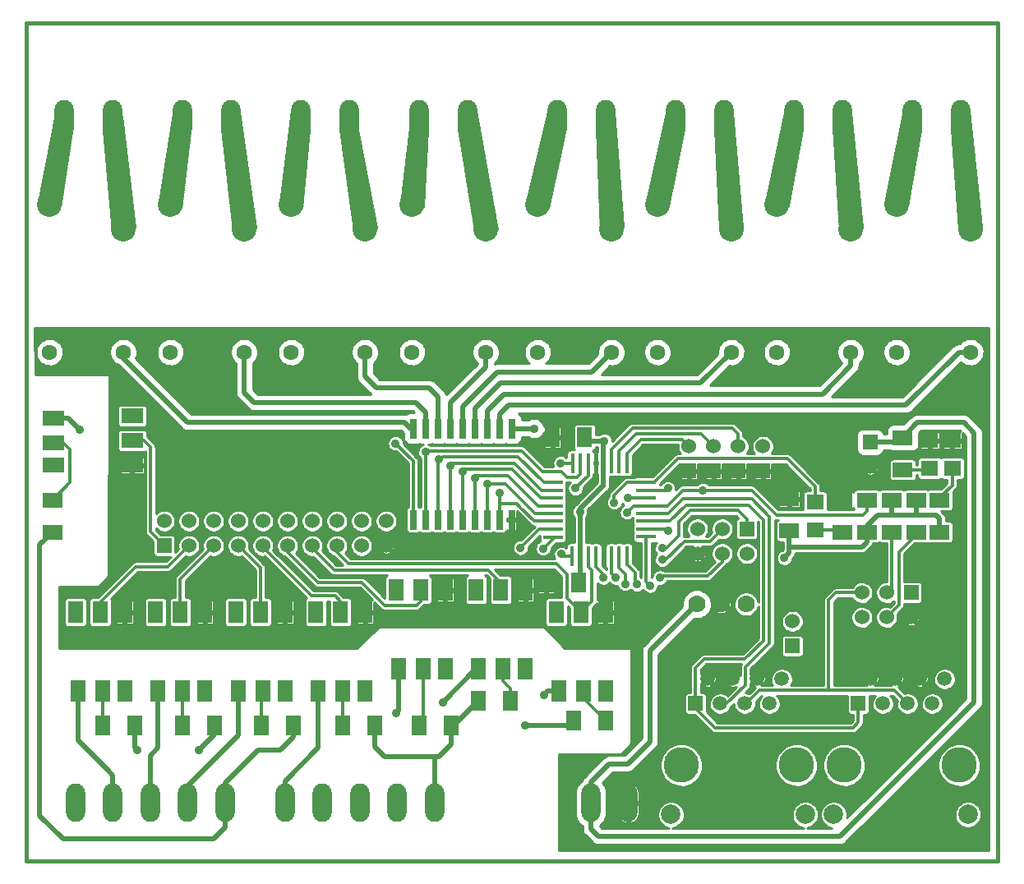
<source format=gtl>
G04 (created by PCBNEW (2013-mar-13)-testing) date dim. 08 sept. 2013 12:04:55 CEST*
%MOIN*%
G04 Gerber Fmt 3.4, Leading zero omitted, Abs format*
%FSLAX34Y34*%
G01*
G70*
G90*
G04 APERTURE LIST*
%ADD10C,0.005906*%
%ADD11C,0.015000*%
%ADD12R,0.030000X0.078740*%
%ADD13R,0.060000X0.060000*%
%ADD14C,0.060000*%
%ADD15R,0.017700X0.078700*%
%ADD16R,0.078700X0.017700*%
%ADD17R,0.062000X0.090000*%
%ADD18O,0.078000X0.156000*%
%ADD19R,0.070900X0.062900*%
%ADD20R,0.060000X0.080000*%
%ADD21R,0.080000X0.060000*%
%ADD22R,0.090000X0.062000*%
%ADD23C,0.063000*%
%ADD24C,0.100000*%
%ADD25C,0.070000*%
%ADD26C,0.143700*%
%ADD27R,0.059100X0.059100*%
%ADD28C,0.059100*%
%ADD29C,0.078740*%
%ADD30C,0.035000*%
%ADD31C,0.019700*%
%ADD32C,0.011811*%
%ADD33C,0.010000*%
G04 APERTURE END LIST*
G54D10*
G54D11*
X71500Y-62000D02*
X110900Y-62000D01*
X71500Y-28000D02*
X110900Y-28000D01*
X110900Y-28000D02*
X110800Y-28000D01*
X110900Y-62000D02*
X110900Y-28000D01*
X71500Y-62000D02*
X71500Y-28000D01*
G54D12*
X87200Y-48150D03*
X87700Y-48150D03*
X88200Y-48150D03*
X88700Y-48150D03*
X89200Y-48150D03*
X89700Y-48150D03*
X90200Y-48150D03*
X90700Y-48150D03*
X91200Y-48150D03*
X91200Y-44450D03*
X90700Y-44450D03*
X90200Y-44450D03*
X87200Y-44449D03*
X87700Y-44450D03*
X88200Y-44450D03*
X88700Y-44450D03*
X89200Y-44450D03*
X89700Y-44450D03*
G54D13*
X77100Y-49200D03*
G54D14*
X77100Y-48200D03*
X78100Y-49200D03*
X78100Y-48200D03*
X79100Y-49200D03*
X79100Y-48200D03*
X80100Y-49200D03*
X80100Y-48200D03*
X81100Y-49200D03*
X81100Y-48200D03*
X82100Y-49200D03*
X82100Y-48200D03*
X83100Y-49200D03*
X83100Y-48200D03*
X84100Y-49200D03*
X84100Y-48200D03*
X85100Y-49200D03*
X85100Y-48200D03*
X86100Y-49200D03*
X86100Y-48200D03*
G54D13*
X102575Y-53275D03*
G54D14*
X102575Y-52275D03*
G54D15*
X93657Y-45854D03*
X93972Y-45854D03*
X94287Y-45854D03*
X94602Y-45854D03*
X94917Y-45854D03*
X95232Y-45854D03*
X95547Y-45854D03*
X95862Y-45854D03*
X95860Y-49620D03*
X93650Y-49620D03*
X93970Y-49620D03*
X94290Y-49620D03*
X94600Y-49620D03*
X94920Y-49620D03*
X95230Y-49620D03*
X95550Y-49620D03*
G54D16*
X96650Y-46638D03*
X96650Y-46952D03*
X96650Y-47268D03*
X96650Y-47582D03*
X96650Y-47898D03*
X96650Y-48212D03*
X96650Y-48528D03*
X96650Y-48842D03*
X92870Y-46640D03*
X92870Y-46950D03*
X92870Y-47270D03*
X92870Y-47580D03*
X92870Y-47890D03*
X92870Y-48210D03*
X92870Y-48530D03*
X92870Y-48850D03*
G54D17*
X89850Y-54200D03*
X90850Y-54200D03*
X91750Y-54200D03*
X91750Y-51000D03*
X90750Y-51000D03*
X89750Y-51000D03*
X93100Y-55100D03*
X94100Y-55100D03*
X95000Y-55100D03*
X95000Y-51900D03*
X94000Y-51900D03*
X93000Y-51900D03*
X86600Y-54200D03*
X87600Y-54200D03*
X88500Y-54200D03*
X88500Y-51000D03*
X87500Y-51000D03*
X86500Y-51000D03*
X83350Y-55100D03*
X84350Y-55100D03*
X85250Y-55100D03*
X85250Y-51900D03*
X84250Y-51900D03*
X83250Y-51900D03*
X80100Y-55100D03*
X81100Y-55100D03*
X82000Y-55100D03*
X82000Y-51900D03*
X81000Y-51900D03*
X80000Y-51900D03*
X76850Y-55100D03*
X77850Y-55100D03*
X78750Y-55100D03*
X78750Y-51900D03*
X77750Y-51900D03*
X76750Y-51900D03*
X73600Y-55100D03*
X74600Y-55100D03*
X75500Y-55100D03*
X75500Y-51900D03*
X74500Y-51900D03*
X73500Y-51900D03*
G54D18*
X82000Y-59645D03*
X83515Y-59645D03*
X85031Y-59645D03*
X86547Y-59645D03*
X88062Y-59645D03*
X73500Y-59645D03*
X75015Y-59645D03*
X76531Y-59645D03*
X78047Y-59645D03*
X79562Y-59645D03*
G54D13*
X107400Y-51112D03*
G54D14*
X107400Y-52112D03*
X106400Y-51112D03*
X106400Y-52112D03*
X105400Y-51112D03*
X105400Y-52112D03*
G54D19*
X109060Y-46059D03*
X109060Y-44941D03*
X108150Y-46059D03*
X108150Y-44941D03*
X103500Y-47441D03*
X103500Y-48559D03*
G54D13*
X101375Y-46175D03*
G54D14*
X101375Y-45175D03*
G54D13*
X100375Y-46175D03*
G54D14*
X100375Y-45175D03*
G54D13*
X98375Y-46175D03*
G54D14*
X98375Y-45175D03*
G54D13*
X105725Y-45000D03*
G54D14*
X105725Y-46000D03*
G54D13*
X99375Y-46175D03*
G54D14*
X99375Y-45175D03*
G54D20*
X84350Y-56500D03*
X85650Y-56500D03*
G54D21*
X105600Y-48650D03*
X105600Y-47350D03*
X104600Y-48650D03*
X104600Y-47350D03*
X102450Y-48600D03*
X102450Y-47300D03*
G54D20*
X94150Y-44800D03*
X92850Y-44800D03*
G54D21*
X107050Y-44825D03*
X107050Y-46125D03*
G54D20*
X77850Y-56500D03*
X79150Y-56500D03*
G54D21*
X108550Y-48650D03*
X108550Y-47350D03*
G54D20*
X74600Y-56500D03*
X75900Y-56500D03*
X81050Y-56500D03*
X82350Y-56500D03*
X95000Y-56300D03*
X93700Y-56300D03*
X87450Y-56500D03*
X88750Y-56500D03*
X91150Y-55500D03*
X89850Y-55500D03*
G54D13*
X100725Y-48525D03*
G54D14*
X100725Y-49525D03*
X99725Y-48525D03*
X99725Y-49525D03*
X98725Y-48525D03*
X98725Y-49525D03*
G54D22*
X72600Y-44040D03*
X72600Y-45040D03*
X72600Y-45940D03*
X75800Y-45940D03*
X75800Y-44940D03*
X75800Y-43940D03*
G54D21*
X72555Y-47355D03*
X72555Y-48655D03*
X107600Y-47350D03*
X107600Y-48650D03*
X106600Y-47350D03*
X106600Y-48650D03*
G54D18*
X94400Y-59645D03*
X95915Y-59645D03*
G54D20*
X93900Y-50700D03*
X92600Y-50700D03*
G54D23*
X72450Y-41350D03*
X75442Y-41350D03*
G54D24*
X75442Y-36350D03*
X72450Y-35350D03*
G54D23*
X77350Y-41350D03*
X80342Y-41350D03*
G54D24*
X80342Y-36350D03*
X77350Y-35350D03*
G54D23*
X82250Y-41350D03*
X85242Y-41350D03*
G54D24*
X85242Y-36350D03*
X82250Y-35350D03*
G54D23*
X87150Y-41350D03*
X90142Y-41350D03*
G54D24*
X90142Y-36350D03*
X87150Y-35350D03*
G54D18*
X74990Y-31889D03*
X73020Y-31889D03*
X79790Y-31889D03*
X77820Y-31889D03*
X84590Y-31889D03*
X82620Y-31889D03*
X89390Y-31889D03*
X87420Y-31889D03*
X94990Y-31889D03*
X93020Y-31889D03*
X99790Y-31889D03*
X97820Y-31889D03*
X104590Y-31889D03*
X102620Y-31889D03*
X109390Y-31889D03*
X107420Y-31889D03*
G54D23*
X106800Y-41350D03*
X109792Y-41350D03*
G54D24*
X109792Y-36350D03*
X106800Y-35350D03*
G54D23*
X101950Y-41350D03*
X104942Y-41350D03*
G54D24*
X104942Y-36350D03*
X101950Y-35350D03*
G54D23*
X97100Y-41350D03*
X100092Y-41350D03*
G54D24*
X100092Y-36350D03*
X97100Y-35350D03*
G54D23*
X92250Y-41350D03*
X95242Y-41350D03*
G54D24*
X95242Y-36350D03*
X92250Y-35350D03*
G54D25*
X98700Y-51575D03*
X99700Y-51575D03*
X100700Y-51575D03*
G54D26*
X102738Y-58112D03*
X98065Y-58112D03*
G54D27*
X98650Y-55612D03*
G54D28*
X99150Y-54612D03*
X99650Y-55612D03*
X100150Y-54612D03*
X100650Y-55612D03*
X101150Y-54612D03*
X101650Y-55612D03*
X102150Y-54612D03*
G54D29*
X97650Y-60112D03*
X103100Y-60112D03*
G54D26*
X109338Y-58112D03*
X104665Y-58112D03*
G54D27*
X105250Y-55612D03*
G54D28*
X105750Y-54612D03*
X106250Y-55612D03*
X106750Y-54612D03*
X107250Y-55612D03*
X107750Y-54612D03*
X108250Y-55612D03*
X108750Y-54612D03*
G54D29*
X104250Y-60112D03*
X109700Y-60112D03*
G54D30*
X92100Y-44450D03*
X93960Y-47830D03*
X102250Y-49700D03*
X94950Y-44950D03*
X97525Y-46875D03*
X93775Y-46875D03*
X95900Y-47275D03*
X97550Y-48600D03*
X96800Y-50825D03*
X96275Y-50775D03*
X95800Y-50750D03*
X95400Y-50500D03*
X94900Y-50500D03*
X78500Y-57500D03*
X76000Y-57500D03*
X91750Y-56500D03*
X94500Y-46625D03*
X94000Y-61150D03*
X95250Y-48800D03*
X75500Y-53000D03*
X84800Y-52900D03*
X73655Y-44485D03*
X86500Y-56000D03*
X88400Y-55550D03*
X92500Y-55250D03*
X95350Y-47450D03*
X97300Y-49300D03*
X92470Y-49320D03*
X91550Y-49290D03*
X97200Y-50500D03*
X86475Y-45050D03*
X93175Y-45850D03*
X87700Y-45400D03*
X88250Y-45700D03*
X88700Y-45950D03*
X89200Y-46200D03*
X89700Y-46450D03*
X90200Y-46700D03*
X90700Y-47050D03*
X98950Y-46950D03*
X95875Y-47850D03*
X93210Y-49540D03*
X97300Y-49775D03*
G54D31*
X103950Y-61000D02*
X104505Y-61000D01*
X109950Y-55555D02*
X109950Y-55250D01*
X104505Y-61000D02*
X109950Y-55555D01*
X96800Y-55700D02*
X96800Y-53475D01*
X95900Y-58050D02*
X95150Y-58050D01*
X96800Y-57150D02*
X95900Y-58050D01*
X96800Y-56200D02*
X96800Y-55700D01*
X96800Y-56200D02*
X96800Y-57150D01*
X94400Y-59645D02*
X94400Y-58800D01*
X95150Y-58050D02*
X94400Y-58800D01*
X96800Y-53475D02*
X98700Y-51575D01*
X91200Y-44450D02*
X92100Y-44450D01*
X103150Y-61000D02*
X103950Y-61000D01*
X109950Y-44625D02*
X109525Y-44200D01*
X106850Y-45000D02*
X107000Y-44850D01*
X109525Y-44200D02*
X107650Y-44200D01*
X107000Y-44850D02*
X107025Y-44825D01*
X107025Y-44825D02*
X107650Y-44200D01*
X105725Y-45000D02*
X106850Y-45000D01*
X109950Y-55250D02*
X109950Y-44625D01*
X101250Y-61000D02*
X103150Y-61000D01*
X94400Y-60700D02*
X94700Y-61000D01*
X94700Y-61000D02*
X101250Y-61000D01*
X94400Y-60700D02*
X94400Y-59645D01*
X93960Y-47830D02*
X93970Y-47830D01*
X93970Y-47830D02*
X93960Y-47830D01*
X93960Y-47830D02*
X93970Y-47830D01*
X94917Y-46783D02*
X94877Y-46783D01*
X94917Y-45854D02*
X94917Y-46783D01*
X93970Y-47690D02*
X93970Y-47830D01*
X93970Y-47830D02*
X93970Y-49620D01*
X94877Y-46783D02*
X93970Y-47690D01*
X93960Y-49610D02*
X93970Y-49620D01*
X93970Y-49620D02*
X93970Y-50630D01*
X93970Y-50630D02*
X93900Y-50700D01*
X102450Y-49250D02*
X105400Y-49250D01*
X102450Y-48600D02*
X102450Y-49250D01*
X105600Y-49050D02*
X105600Y-48650D01*
X105400Y-49250D02*
X105600Y-49050D01*
X106600Y-47350D02*
X106600Y-47950D01*
X106600Y-47950D02*
X106600Y-47900D01*
X106600Y-47900D02*
X106600Y-47950D01*
X107600Y-47350D02*
X107600Y-47950D01*
X107600Y-47950D02*
X107550Y-47950D01*
X105600Y-48650D02*
X105600Y-48400D01*
X105600Y-48400D02*
X106050Y-47950D01*
X106050Y-47950D02*
X106600Y-47950D01*
X108550Y-48100D02*
X108550Y-48650D01*
X108400Y-47950D02*
X108550Y-48100D01*
X106600Y-47950D02*
X107550Y-47950D01*
X107550Y-47950D02*
X108400Y-47950D01*
X102450Y-49500D02*
X102250Y-49700D01*
X102450Y-49300D02*
X102450Y-49500D01*
X102450Y-48600D02*
X102450Y-49300D01*
X94950Y-44950D02*
X94300Y-44950D01*
X94300Y-44950D02*
X94150Y-44800D01*
X94917Y-45854D02*
X94917Y-44983D01*
X94917Y-44983D02*
X94950Y-44950D01*
G54D32*
X96650Y-46952D02*
X97448Y-46952D01*
X97448Y-46952D02*
X97525Y-46875D01*
X105400Y-51112D02*
X104337Y-51112D01*
X104050Y-51400D02*
X104050Y-55075D01*
X104337Y-51112D02*
X104050Y-51400D01*
X100650Y-55612D02*
X100712Y-55612D01*
X100712Y-55612D02*
X101250Y-55075D01*
X101250Y-55075D02*
X104050Y-55075D01*
X104050Y-55075D02*
X106712Y-55075D01*
X106712Y-55075D02*
X107250Y-55612D01*
X95862Y-45854D02*
X95862Y-45463D01*
X98093Y-44893D02*
X98375Y-45175D01*
X96431Y-44893D02*
X98093Y-44893D01*
X95862Y-45463D02*
X96431Y-44893D01*
X95547Y-45854D02*
X95547Y-45353D01*
X98875Y-44675D02*
X99375Y-45175D01*
X96225Y-44675D02*
X98875Y-44675D01*
X95547Y-45353D02*
X96225Y-44675D01*
X95232Y-45854D02*
X95232Y-45293D01*
X100375Y-44675D02*
X100375Y-45175D01*
X100125Y-44425D02*
X100375Y-44675D01*
X96100Y-44425D02*
X100125Y-44425D01*
X95232Y-45293D02*
X96100Y-44425D01*
X94287Y-46363D02*
X93775Y-46875D01*
X94287Y-46363D02*
X94287Y-45854D01*
X75800Y-44940D02*
X76275Y-44940D01*
X76545Y-48645D02*
X77100Y-49200D01*
X76545Y-45210D02*
X76545Y-48645D01*
X76275Y-44940D02*
X76545Y-45210D01*
X96650Y-47268D02*
X95907Y-47268D01*
X95907Y-47268D02*
X95900Y-47275D01*
X95800Y-47250D02*
X96632Y-47250D01*
X96632Y-47250D02*
X96650Y-47268D01*
X97478Y-48528D02*
X96650Y-48528D01*
X97550Y-48600D02*
X97478Y-48528D01*
X74500Y-51900D02*
X74500Y-51500D01*
X74500Y-51500D02*
X75950Y-50050D01*
X75950Y-50050D02*
X77250Y-50050D01*
X77250Y-50050D02*
X78100Y-49200D01*
X96650Y-48842D02*
X96650Y-50675D01*
X96650Y-50675D02*
X96800Y-50825D01*
X77750Y-51900D02*
X77750Y-50550D01*
X77750Y-50550D02*
X79100Y-49200D01*
X95860Y-49960D02*
X96200Y-50300D01*
X95860Y-49960D02*
X95860Y-49620D01*
X96200Y-50700D02*
X96200Y-50300D01*
X96275Y-50775D02*
X96200Y-50700D01*
X81000Y-51900D02*
X81000Y-50100D01*
X81000Y-50100D02*
X80100Y-49200D01*
X83460Y-51240D02*
X84030Y-51240D01*
X84250Y-51460D02*
X84250Y-51900D01*
X84030Y-51240D02*
X84250Y-51460D01*
X81100Y-49200D02*
X81100Y-49270D01*
X83070Y-51240D02*
X83460Y-51240D01*
X81100Y-49270D02*
X83070Y-51240D01*
X95550Y-50100D02*
X95550Y-49620D01*
X95800Y-50350D02*
X95550Y-50100D01*
X95800Y-50750D02*
X95800Y-50350D01*
X84980Y-50690D02*
X85110Y-50690D01*
X87320Y-51630D02*
X87500Y-51450D01*
X86050Y-51630D02*
X87320Y-51630D01*
X85110Y-50690D02*
X86050Y-51630D01*
X87500Y-51450D02*
X87500Y-51000D01*
X82100Y-49200D02*
X82100Y-49470D01*
X83320Y-50690D02*
X84980Y-50690D01*
X82100Y-49470D02*
X83320Y-50690D01*
X95230Y-50330D02*
X95230Y-49620D01*
X95400Y-50500D02*
X95230Y-50330D01*
X87500Y-51450D02*
X87500Y-51000D01*
G54D33*
X87500Y-51250D02*
X87250Y-51000D01*
G54D32*
X94900Y-50500D02*
X94900Y-50350D01*
X94600Y-50050D02*
X94600Y-49620D01*
X94900Y-50350D02*
X94600Y-50050D01*
X83100Y-49200D02*
X83100Y-49300D01*
X83100Y-49300D02*
X84000Y-50200D01*
X84000Y-50200D02*
X90250Y-50200D01*
X90250Y-50200D02*
X90750Y-50700D01*
X90750Y-50700D02*
X90750Y-51000D01*
G54D33*
X90750Y-51250D02*
X90500Y-51000D01*
G54D32*
X84100Y-49200D02*
X84100Y-49461D01*
X93000Y-49940D02*
X93420Y-50360D01*
X84578Y-49940D02*
X93000Y-49940D01*
X84100Y-49461D02*
X84578Y-49940D01*
X93420Y-50360D02*
X93420Y-51320D01*
X93420Y-51320D02*
X94000Y-51900D01*
X94290Y-49620D02*
X94290Y-50048D01*
X94290Y-50048D02*
X94450Y-50208D01*
X94450Y-50208D02*
X94450Y-51450D01*
X94450Y-51450D02*
X94000Y-51900D01*
G54D31*
X72050Y-50050D02*
X72050Y-49160D01*
X73300Y-61100D02*
X79100Y-61100D01*
X79100Y-61100D02*
X79562Y-60637D01*
X79562Y-59645D02*
X79562Y-60637D01*
X73000Y-61100D02*
X72050Y-60150D01*
X72050Y-60150D02*
X72050Y-50050D01*
X73300Y-61100D02*
X73000Y-61100D01*
X72050Y-49160D02*
X72555Y-48655D01*
X80200Y-58200D02*
X79562Y-58837D01*
X79562Y-58837D02*
X79562Y-59645D01*
X79562Y-59000D02*
X79562Y-58837D01*
X80200Y-58200D02*
X80900Y-57500D01*
X80900Y-57500D02*
X81800Y-57500D01*
X81800Y-57500D02*
X82350Y-56950D01*
X82350Y-56950D02*
X82350Y-56500D01*
X79150Y-56500D02*
X79150Y-56850D01*
X79150Y-56850D02*
X78500Y-57500D01*
X75900Y-56500D02*
X75900Y-57400D01*
X75900Y-57400D02*
X76000Y-57500D01*
X88750Y-56500D02*
X88850Y-56500D01*
X88850Y-56500D02*
X89850Y-55500D01*
X88750Y-56500D02*
X88750Y-56350D01*
X91750Y-56500D02*
X93500Y-56500D01*
X93500Y-56500D02*
X93700Y-56300D01*
X85650Y-56500D02*
X85650Y-57350D01*
X86050Y-57750D02*
X88062Y-57750D01*
X85650Y-57350D02*
X86050Y-57750D01*
X88062Y-59000D02*
X88062Y-57750D01*
X88100Y-57800D02*
X88100Y-57750D01*
X88100Y-57787D02*
X88100Y-57800D01*
X88062Y-57750D02*
X88100Y-57787D01*
X88000Y-58937D02*
X88062Y-59000D01*
X88100Y-57750D02*
X88250Y-57750D01*
X88250Y-57750D02*
X88750Y-57250D01*
X88750Y-57250D02*
X88750Y-56500D01*
G54D32*
X94602Y-45854D02*
X94602Y-46523D01*
X94602Y-46523D02*
X94500Y-46625D01*
X94920Y-49620D02*
X94920Y-49130D01*
X94920Y-49130D02*
X95250Y-48800D01*
G54D33*
X75500Y-51900D02*
X75500Y-53000D01*
X85250Y-51900D02*
X85250Y-52450D01*
X85250Y-52450D02*
X84800Y-52900D01*
G54D32*
X104600Y-47550D02*
X104600Y-47350D01*
G54D31*
X73210Y-44040D02*
X72600Y-44040D01*
X73655Y-44485D02*
X73210Y-44040D01*
X74800Y-58300D02*
X75015Y-58515D01*
X75015Y-58515D02*
X75015Y-59645D01*
X75015Y-59000D02*
X75015Y-58515D01*
X73600Y-57100D02*
X73600Y-55100D01*
X74800Y-58300D02*
X73600Y-57100D01*
X76531Y-58650D02*
X76531Y-59645D01*
X76531Y-59000D02*
X76531Y-58650D01*
X76531Y-58650D02*
X76531Y-57718D01*
X76850Y-57400D02*
X76850Y-55100D01*
X76531Y-57718D02*
X76850Y-57400D01*
X78700Y-58300D02*
X78047Y-58952D01*
X78047Y-58952D02*
X78047Y-59645D01*
X78047Y-59000D02*
X78047Y-58952D01*
X80100Y-56900D02*
X80100Y-55100D01*
X78700Y-58300D02*
X80100Y-56900D01*
X82000Y-59000D02*
X82000Y-58750D01*
X83350Y-57400D02*
X83350Y-55100D01*
X82000Y-58750D02*
X83350Y-57400D01*
X86600Y-55150D02*
X86600Y-54200D01*
X86600Y-55900D02*
X86600Y-55150D01*
X86600Y-55150D02*
X86600Y-55100D01*
X86500Y-56000D02*
X86600Y-55900D01*
X89850Y-54200D02*
X89750Y-54200D01*
X89750Y-54200D02*
X88400Y-55550D01*
X93100Y-55100D02*
X92650Y-55100D01*
X92650Y-55100D02*
X92500Y-55250D01*
G54D32*
X96650Y-46638D02*
X96962Y-46638D01*
X102375Y-45675D02*
X103100Y-46400D01*
X97925Y-45675D02*
X102375Y-45675D01*
X96962Y-46638D02*
X97925Y-45675D01*
X96650Y-46638D02*
X95862Y-46638D01*
X95862Y-46638D02*
X95350Y-47150D01*
X95350Y-47150D02*
X95350Y-47450D01*
X103500Y-46800D02*
X103500Y-47441D01*
X103100Y-46400D02*
X103500Y-46800D01*
X92870Y-48850D02*
X92870Y-48920D01*
X97300Y-49300D02*
X97475Y-49300D01*
X92870Y-48920D02*
X92470Y-49320D01*
X97475Y-49300D02*
X97975Y-48800D01*
X99925Y-47775D02*
X100375Y-47775D01*
X100725Y-48125D02*
X100725Y-48525D01*
X100375Y-47775D02*
X100725Y-48125D01*
X97475Y-49300D02*
X97975Y-48800D01*
X98425Y-47775D02*
X99925Y-47775D01*
X99925Y-47775D02*
X99950Y-47775D01*
X97975Y-48225D02*
X98425Y-47775D01*
X97975Y-48800D02*
X97975Y-48225D01*
X92310Y-48530D02*
X91550Y-49290D01*
X92870Y-48530D02*
X92310Y-48530D01*
X99725Y-49850D02*
X99725Y-49525D01*
X97200Y-50500D02*
X97275Y-50425D01*
X97275Y-50425D02*
X99150Y-50425D01*
X99150Y-50425D02*
X99725Y-49850D01*
X87600Y-54200D02*
X87600Y-56350D01*
X87600Y-56350D02*
X87450Y-56500D01*
G54D33*
X87600Y-56350D02*
X87450Y-56500D01*
G54D32*
X91150Y-55500D02*
X91150Y-55000D01*
X91150Y-55000D02*
X90850Y-54700D01*
X90850Y-54700D02*
X90850Y-54200D01*
X94100Y-55100D02*
X94100Y-55400D01*
X94100Y-55400D02*
X95000Y-56300D01*
G54D33*
X94100Y-55400D02*
X95000Y-56300D01*
X94150Y-55150D02*
X94100Y-55100D01*
G54D32*
X84350Y-56500D02*
X84350Y-55100D01*
G54D33*
X84250Y-55200D02*
X84350Y-55100D01*
G54D32*
X81050Y-56500D02*
X81050Y-55150D01*
X81050Y-55150D02*
X81100Y-55100D01*
X103500Y-48559D02*
X104509Y-48559D01*
X104509Y-48559D02*
X104600Y-48650D01*
X72600Y-45040D02*
X73010Y-45040D01*
X73280Y-46630D02*
X72555Y-47355D01*
X73280Y-45310D02*
X73280Y-46630D01*
X73010Y-45040D02*
X73280Y-45310D01*
X74600Y-56500D02*
X74600Y-55100D01*
X77850Y-56500D02*
X77850Y-55100D01*
X107050Y-46125D02*
X108084Y-46125D01*
X108084Y-46125D02*
X108150Y-46059D01*
X108059Y-46150D02*
X108150Y-46059D01*
X108550Y-47350D02*
X108550Y-47260D01*
X109060Y-46750D02*
X109060Y-46059D01*
X108550Y-47260D02*
X109060Y-46750D01*
X86475Y-45050D02*
X87200Y-45775D01*
X93179Y-45854D02*
X93657Y-45854D01*
X93175Y-45850D02*
X93179Y-45854D01*
X87200Y-48150D02*
X87200Y-45775D01*
X92925Y-46200D02*
X93200Y-46200D01*
X93200Y-46200D02*
X93425Y-46425D01*
X93972Y-46303D02*
X93972Y-45854D01*
X93850Y-46425D02*
X93972Y-46303D01*
X93425Y-46425D02*
X93850Y-46425D01*
X87700Y-45350D02*
X87700Y-45400D01*
X92450Y-46200D02*
X92925Y-46200D01*
X91600Y-45350D02*
X92450Y-46200D01*
X91550Y-45350D02*
X91600Y-45350D01*
X91150Y-45350D02*
X91550Y-45350D01*
X87700Y-45350D02*
X91150Y-45350D01*
X87700Y-45400D02*
X87700Y-48150D01*
X91050Y-45600D02*
X91450Y-45600D01*
X92490Y-46640D02*
X92870Y-46640D01*
X91450Y-45600D02*
X92490Y-46640D01*
X88400Y-45600D02*
X91050Y-45600D01*
X88300Y-45700D02*
X88400Y-45600D01*
X88250Y-45700D02*
X88300Y-45700D01*
X88200Y-45750D02*
X88200Y-48150D01*
X88250Y-45700D02*
X88200Y-45750D01*
X92840Y-46640D02*
X92870Y-46640D01*
X92870Y-46950D02*
X92400Y-46950D01*
X88800Y-45850D02*
X88700Y-45950D01*
X91300Y-45850D02*
X88800Y-45850D01*
X92400Y-46950D02*
X91300Y-45850D01*
X88700Y-48150D02*
X88700Y-45950D01*
X90950Y-46100D02*
X91200Y-46100D01*
X91200Y-46100D02*
X92370Y-47270D01*
X92370Y-47270D02*
X92870Y-47270D01*
X89200Y-48150D02*
X89200Y-46200D01*
X92370Y-47270D02*
X92870Y-47270D01*
X89200Y-46200D02*
X89300Y-46100D01*
X89300Y-46100D02*
X90950Y-46100D01*
X90750Y-46350D02*
X91050Y-46350D01*
X92280Y-47580D02*
X92870Y-47580D01*
X91050Y-46350D02*
X92280Y-47580D01*
X89700Y-48150D02*
X89700Y-46450D01*
X89700Y-46450D02*
X89800Y-46350D01*
X89800Y-46350D02*
X90750Y-46350D01*
X90800Y-46700D02*
X90950Y-46700D01*
X92140Y-47890D02*
X92870Y-47890D01*
X90950Y-46700D02*
X92140Y-47890D01*
X90200Y-48150D02*
X90200Y-46700D01*
X90200Y-46700D02*
X90800Y-46700D01*
X91550Y-47650D02*
X92110Y-48210D01*
X92110Y-48210D02*
X92870Y-48210D01*
X90700Y-47500D02*
X91400Y-47500D01*
X91400Y-47500D02*
X91550Y-47650D01*
X90700Y-47050D02*
X90700Y-47500D01*
X90700Y-47500D02*
X90700Y-48150D01*
G54D31*
X75442Y-41350D02*
X75442Y-41597D01*
X75442Y-41597D02*
X78045Y-44200D01*
X87200Y-44449D02*
X87099Y-44449D01*
X87099Y-44449D02*
X86850Y-44200D01*
X86850Y-44200D02*
X78045Y-44200D01*
X87700Y-44450D02*
X87700Y-43800D01*
X80750Y-43400D02*
X80342Y-42992D01*
X87300Y-43400D02*
X80750Y-43400D01*
X87700Y-43800D02*
X87300Y-43400D01*
X80342Y-42992D02*
X80342Y-41350D01*
X80342Y-42000D02*
X80342Y-41350D01*
X80342Y-42000D02*
X80342Y-41950D01*
X88200Y-44450D02*
X88200Y-43150D01*
X85242Y-42342D02*
X85242Y-41350D01*
X85700Y-42800D02*
X85242Y-42342D01*
X87850Y-42800D02*
X85700Y-42800D01*
X88200Y-43150D02*
X87850Y-42800D01*
X85242Y-42000D02*
X85242Y-41350D01*
X85242Y-42000D02*
X85242Y-41950D01*
X90142Y-41350D02*
X90142Y-41950D01*
X90142Y-41957D02*
X88700Y-43400D01*
X88700Y-43400D02*
X88700Y-44450D01*
X90142Y-41950D02*
X90142Y-41957D01*
X89200Y-44450D02*
X89200Y-43550D01*
X90600Y-42150D02*
X91200Y-42150D01*
X89200Y-43550D02*
X90600Y-42150D01*
X94442Y-42150D02*
X95242Y-41350D01*
X91200Y-42150D02*
X94442Y-42150D01*
X89700Y-44450D02*
X89700Y-43625D01*
X90725Y-42600D02*
X91625Y-42600D01*
X89700Y-43625D02*
X90725Y-42600D01*
X98842Y-42600D02*
X100092Y-41350D01*
X91625Y-42600D02*
X98842Y-42600D01*
X90200Y-44450D02*
X90200Y-43725D01*
X90875Y-43050D02*
X91325Y-43050D01*
X90200Y-43725D02*
X90875Y-43050D01*
X104942Y-41907D02*
X104942Y-41350D01*
X103800Y-43050D02*
X104942Y-41907D01*
X91325Y-43050D02*
X103800Y-43050D01*
X106080Y-43500D02*
X107180Y-43500D01*
X109330Y-41350D02*
X109792Y-41350D01*
X107180Y-43500D02*
X109330Y-41350D01*
X90700Y-44450D02*
X90700Y-43869D01*
X91069Y-43500D02*
X91950Y-43500D01*
X90700Y-43869D02*
X91069Y-43500D01*
X91950Y-43500D02*
X106080Y-43500D01*
G54D32*
X100500Y-46950D02*
X100925Y-46950D01*
X100925Y-46950D02*
X101925Y-47950D01*
X96650Y-47582D02*
X97493Y-47582D01*
X97493Y-47582D02*
X98125Y-46950D01*
X98125Y-46950D02*
X98950Y-46950D01*
X98950Y-46950D02*
X100500Y-46950D01*
X95875Y-47850D02*
X96143Y-47582D01*
X96143Y-47582D02*
X96650Y-47582D01*
X101925Y-47950D02*
X105450Y-47950D01*
X105600Y-47350D02*
X105600Y-47800D01*
X105450Y-47950D02*
X105600Y-47800D01*
X93650Y-49620D02*
X93290Y-49620D01*
X93290Y-49620D02*
X93210Y-49540D01*
X97300Y-49775D02*
X97450Y-49775D01*
X98200Y-49025D02*
X99225Y-49025D01*
X99225Y-49025D02*
X99725Y-48525D01*
X97450Y-49775D02*
X98200Y-49025D01*
X100675Y-54250D02*
X100675Y-54125D01*
X101650Y-53150D02*
X101650Y-52400D01*
X100675Y-54125D02*
X101650Y-53150D01*
X100325Y-47300D02*
X100925Y-47300D01*
X101650Y-48025D02*
X101650Y-48500D01*
X100925Y-47300D02*
X101650Y-48025D01*
X96650Y-47898D02*
X97552Y-47898D01*
X98150Y-47300D02*
X100325Y-47300D01*
X97552Y-47898D02*
X98150Y-47300D01*
X99650Y-55612D02*
X99912Y-55612D01*
X99912Y-55612D02*
X100675Y-54850D01*
X101650Y-52400D02*
X101650Y-50775D01*
X100675Y-54850D02*
X100675Y-54250D01*
X106600Y-49925D02*
X106600Y-50912D01*
X106600Y-50912D02*
X106400Y-51112D01*
X101650Y-48500D02*
X101650Y-49250D01*
X101650Y-49250D02*
X101650Y-50775D01*
X106600Y-49950D02*
X106600Y-49925D01*
X106600Y-49925D02*
X106600Y-48650D01*
X99625Y-53800D02*
X100650Y-53800D01*
X101400Y-53050D02*
X101400Y-52300D01*
X100650Y-53800D02*
X101400Y-53050D01*
X100500Y-47550D02*
X100800Y-47550D01*
X99625Y-53800D02*
X99000Y-53800D01*
X99000Y-53800D02*
X98650Y-54150D01*
X98650Y-54150D02*
X98650Y-55612D01*
X101400Y-48500D02*
X101400Y-49250D01*
X101400Y-49250D02*
X101400Y-50700D01*
X101400Y-52300D02*
X101400Y-50700D01*
X101400Y-48150D02*
X101400Y-48500D01*
X100800Y-47550D02*
X101400Y-48150D01*
X96650Y-48212D02*
X97613Y-48212D01*
X98275Y-47550D02*
X100500Y-47550D01*
X100500Y-47550D02*
X100550Y-47550D01*
X97613Y-48212D02*
X98275Y-47550D01*
X106900Y-49600D02*
X106900Y-49450D01*
X107600Y-48750D02*
X107600Y-48650D01*
X106900Y-49450D02*
X107600Y-48750D01*
X106900Y-50700D02*
X106900Y-49600D01*
X106900Y-51612D02*
X106400Y-52112D01*
X106900Y-50700D02*
X106900Y-51612D01*
X98650Y-55612D02*
X98650Y-55800D01*
X98650Y-55800D02*
X99450Y-56600D01*
X99450Y-56600D02*
X105025Y-56600D01*
X105025Y-56600D02*
X105250Y-56375D01*
X105250Y-56375D02*
X105250Y-55612D01*
G54D10*
G36*
X98030Y-45465D02*
X97925Y-45465D01*
X97905Y-45467D01*
X97886Y-45469D01*
X97885Y-45469D01*
X97884Y-45469D01*
X97865Y-45475D01*
X97847Y-45480D01*
X97846Y-45481D01*
X97845Y-45481D01*
X97828Y-45490D01*
X97811Y-45499D01*
X97810Y-45500D01*
X97809Y-45500D01*
X97794Y-45513D01*
X97779Y-45525D01*
X97777Y-45526D01*
X97777Y-45526D01*
X97777Y-45526D01*
X97777Y-45527D01*
X96904Y-46399D01*
X96241Y-46399D01*
X96212Y-46405D01*
X96185Y-46416D01*
X96166Y-46428D01*
X95862Y-46428D01*
X95842Y-46430D01*
X95823Y-46432D01*
X95822Y-46432D01*
X95821Y-46432D01*
X95802Y-46438D01*
X95784Y-46443D01*
X95783Y-46444D01*
X95782Y-46444D01*
X95765Y-46453D01*
X95748Y-46462D01*
X95747Y-46463D01*
X95746Y-46463D01*
X95731Y-46476D01*
X95716Y-46488D01*
X95714Y-46489D01*
X95714Y-46489D01*
X95714Y-46489D01*
X95714Y-46490D01*
X95202Y-47002D01*
X95189Y-47017D01*
X95177Y-47031D01*
X95176Y-47032D01*
X95176Y-47033D01*
X95167Y-47050D01*
X95157Y-47067D01*
X95157Y-47068D01*
X95156Y-47069D01*
X95151Y-47088D01*
X95145Y-47106D01*
X95145Y-47107D01*
X95145Y-47108D01*
X95143Y-47127D01*
X95140Y-47147D01*
X95140Y-47149D01*
X95140Y-47149D01*
X95140Y-47149D01*
X95140Y-47150D01*
X95140Y-47199D01*
X95099Y-47240D01*
X95063Y-47292D01*
X95038Y-47351D01*
X95025Y-47413D01*
X95024Y-47477D01*
X95036Y-47540D01*
X95059Y-47599D01*
X95094Y-47652D01*
X95138Y-47698D01*
X95190Y-47735D01*
X95249Y-47760D01*
X95311Y-47774D01*
X95375Y-47775D01*
X95437Y-47764D01*
X95497Y-47741D01*
X95551Y-47707D01*
X95597Y-47663D01*
X95633Y-47611D01*
X95659Y-47553D01*
X95670Y-47505D01*
X95688Y-47523D01*
X95734Y-47556D01*
X95723Y-47560D01*
X95670Y-47595D01*
X95624Y-47640D01*
X95588Y-47692D01*
X95563Y-47751D01*
X95550Y-47813D01*
X95549Y-47877D01*
X95561Y-47940D01*
X95584Y-47999D01*
X95619Y-48052D01*
X95663Y-48098D01*
X95715Y-48135D01*
X95774Y-48160D01*
X95836Y-48174D01*
X95900Y-48175D01*
X95962Y-48164D01*
X96022Y-48141D01*
X96076Y-48107D01*
X96116Y-48068D01*
X96112Y-48079D01*
X96106Y-48108D01*
X96106Y-48138D01*
X96106Y-48315D01*
X96112Y-48344D01*
X96122Y-48369D01*
X96112Y-48395D01*
X96106Y-48424D01*
X96106Y-48454D01*
X96106Y-48631D01*
X96112Y-48660D01*
X96122Y-48684D01*
X96112Y-48709D01*
X96106Y-48738D01*
X96106Y-48768D01*
X96106Y-48945D01*
X96112Y-48974D01*
X96123Y-49001D01*
X96139Y-49026D01*
X96160Y-49047D01*
X96185Y-49063D01*
X96212Y-49074D01*
X96241Y-49080D01*
X96271Y-49080D01*
X96440Y-49080D01*
X96440Y-50494D01*
X96430Y-50487D01*
X96409Y-50478D01*
X96409Y-50300D01*
X96407Y-50280D01*
X96405Y-50261D01*
X96405Y-50260D01*
X96405Y-50259D01*
X96399Y-50240D01*
X96394Y-50222D01*
X96393Y-50221D01*
X96393Y-50220D01*
X96384Y-50203D01*
X96375Y-50186D01*
X96374Y-50185D01*
X96374Y-50184D01*
X96361Y-50169D01*
X96349Y-50154D01*
X96348Y-50152D01*
X96348Y-50152D01*
X96348Y-50152D01*
X96347Y-50152D01*
X96098Y-49902D01*
X96098Y-49211D01*
X96092Y-49182D01*
X96081Y-49155D01*
X96065Y-49130D01*
X96044Y-49109D01*
X96019Y-49093D01*
X95992Y-49082D01*
X95963Y-49076D01*
X95933Y-49076D01*
X95756Y-49076D01*
X95727Y-49082D01*
X95705Y-49091D01*
X95682Y-49082D01*
X95653Y-49076D01*
X95623Y-49076D01*
X95446Y-49076D01*
X95417Y-49082D01*
X95390Y-49093D01*
X95390Y-49093D01*
X95389Y-49093D01*
X95362Y-49082D01*
X95333Y-49076D01*
X95303Y-49076D01*
X95126Y-49076D01*
X95097Y-49082D01*
X95070Y-49093D01*
X95045Y-49109D01*
X95024Y-49130D01*
X95008Y-49155D01*
X94999Y-49176D01*
X94976Y-49176D01*
X94964Y-49189D01*
X94964Y-49570D01*
X94977Y-49570D01*
X94977Y-49670D01*
X94964Y-49670D01*
X94964Y-50051D01*
X94976Y-50063D01*
X94999Y-50063D01*
X95008Y-50084D01*
X95020Y-50103D01*
X95020Y-50175D01*
X94875Y-50030D01*
X94875Y-49670D01*
X94862Y-49670D01*
X94862Y-49570D01*
X94875Y-49570D01*
X94875Y-49189D01*
X94863Y-49176D01*
X94836Y-49176D01*
X94830Y-49176D01*
X94821Y-49155D01*
X94805Y-49130D01*
X94784Y-49109D01*
X94759Y-49093D01*
X94732Y-49082D01*
X94703Y-49076D01*
X94673Y-49076D01*
X94496Y-49076D01*
X94467Y-49082D01*
X94445Y-49091D01*
X94422Y-49082D01*
X94393Y-49076D01*
X94363Y-49076D01*
X94218Y-49076D01*
X94218Y-48027D01*
X94243Y-47991D01*
X94269Y-47933D01*
X94283Y-47870D01*
X94285Y-47798D01*
X94273Y-47738D01*
X94992Y-47018D01*
X95010Y-47013D01*
X95010Y-47013D01*
X95011Y-47012D01*
X95032Y-47001D01*
X95053Y-46990D01*
X95053Y-46990D01*
X95054Y-46989D01*
X95072Y-46975D01*
X95090Y-46960D01*
X95091Y-46959D01*
X95092Y-46959D01*
X95106Y-46941D01*
X95122Y-46923D01*
X95122Y-46922D01*
X95123Y-46921D01*
X95134Y-46901D01*
X95145Y-46880D01*
X95145Y-46880D01*
X95146Y-46879D01*
X95152Y-46856D01*
X95160Y-46834D01*
X95160Y-46833D01*
X95160Y-46832D01*
X95162Y-46809D01*
X95165Y-46786D01*
X95165Y-46784D01*
X95165Y-46784D01*
X95165Y-46784D01*
X95165Y-46783D01*
X95165Y-46397D01*
X95335Y-46397D01*
X95364Y-46391D01*
X95389Y-46381D01*
X95414Y-46391D01*
X95443Y-46397D01*
X95473Y-46397D01*
X95650Y-46397D01*
X95679Y-46391D01*
X95704Y-46381D01*
X95729Y-46391D01*
X95758Y-46397D01*
X95788Y-46397D01*
X95965Y-46397D01*
X95994Y-46391D01*
X96021Y-46380D01*
X96046Y-46364D01*
X96067Y-46343D01*
X96083Y-46318D01*
X96094Y-46291D01*
X96100Y-46262D01*
X96100Y-46232D01*
X96100Y-45520D01*
X96518Y-45102D01*
X97930Y-45102D01*
X97925Y-45124D01*
X97924Y-45212D01*
X97940Y-45299D01*
X97972Y-45381D01*
X98020Y-45455D01*
X98030Y-45465D01*
X98030Y-45465D01*
G37*
G54D33*
X98030Y-45465D02*
X97925Y-45465D01*
X97905Y-45467D01*
X97886Y-45469D01*
X97885Y-45469D01*
X97884Y-45469D01*
X97865Y-45475D01*
X97847Y-45480D01*
X97846Y-45481D01*
X97845Y-45481D01*
X97828Y-45490D01*
X97811Y-45499D01*
X97810Y-45500D01*
X97809Y-45500D01*
X97794Y-45513D01*
X97779Y-45525D01*
X97777Y-45526D01*
X97777Y-45526D01*
X97777Y-45526D01*
X97777Y-45527D01*
X96904Y-46399D01*
X96241Y-46399D01*
X96212Y-46405D01*
X96185Y-46416D01*
X96166Y-46428D01*
X95862Y-46428D01*
X95842Y-46430D01*
X95823Y-46432D01*
X95822Y-46432D01*
X95821Y-46432D01*
X95802Y-46438D01*
X95784Y-46443D01*
X95783Y-46444D01*
X95782Y-46444D01*
X95765Y-46453D01*
X95748Y-46462D01*
X95747Y-46463D01*
X95746Y-46463D01*
X95731Y-46476D01*
X95716Y-46488D01*
X95714Y-46489D01*
X95714Y-46489D01*
X95714Y-46489D01*
X95714Y-46490D01*
X95202Y-47002D01*
X95189Y-47017D01*
X95177Y-47031D01*
X95176Y-47032D01*
X95176Y-47033D01*
X95167Y-47050D01*
X95157Y-47067D01*
X95157Y-47068D01*
X95156Y-47069D01*
X95151Y-47088D01*
X95145Y-47106D01*
X95145Y-47107D01*
X95145Y-47108D01*
X95143Y-47127D01*
X95140Y-47147D01*
X95140Y-47149D01*
X95140Y-47149D01*
X95140Y-47149D01*
X95140Y-47150D01*
X95140Y-47199D01*
X95099Y-47240D01*
X95063Y-47292D01*
X95038Y-47351D01*
X95025Y-47413D01*
X95024Y-47477D01*
X95036Y-47540D01*
X95059Y-47599D01*
X95094Y-47652D01*
X95138Y-47698D01*
X95190Y-47735D01*
X95249Y-47760D01*
X95311Y-47774D01*
X95375Y-47775D01*
X95437Y-47764D01*
X95497Y-47741D01*
X95551Y-47707D01*
X95597Y-47663D01*
X95633Y-47611D01*
X95659Y-47553D01*
X95670Y-47505D01*
X95688Y-47523D01*
X95734Y-47556D01*
X95723Y-47560D01*
X95670Y-47595D01*
X95624Y-47640D01*
X95588Y-47692D01*
X95563Y-47751D01*
X95550Y-47813D01*
X95549Y-47877D01*
X95561Y-47940D01*
X95584Y-47999D01*
X95619Y-48052D01*
X95663Y-48098D01*
X95715Y-48135D01*
X95774Y-48160D01*
X95836Y-48174D01*
X95900Y-48175D01*
X95962Y-48164D01*
X96022Y-48141D01*
X96076Y-48107D01*
X96116Y-48068D01*
X96112Y-48079D01*
X96106Y-48108D01*
X96106Y-48138D01*
X96106Y-48315D01*
X96112Y-48344D01*
X96122Y-48369D01*
X96112Y-48395D01*
X96106Y-48424D01*
X96106Y-48454D01*
X96106Y-48631D01*
X96112Y-48660D01*
X96122Y-48684D01*
X96112Y-48709D01*
X96106Y-48738D01*
X96106Y-48768D01*
X96106Y-48945D01*
X96112Y-48974D01*
X96123Y-49001D01*
X96139Y-49026D01*
X96160Y-49047D01*
X96185Y-49063D01*
X96212Y-49074D01*
X96241Y-49080D01*
X96271Y-49080D01*
X96440Y-49080D01*
X96440Y-50494D01*
X96430Y-50487D01*
X96409Y-50478D01*
X96409Y-50300D01*
X96407Y-50280D01*
X96405Y-50261D01*
X96405Y-50260D01*
X96405Y-50259D01*
X96399Y-50240D01*
X96394Y-50222D01*
X96393Y-50221D01*
X96393Y-50220D01*
X96384Y-50203D01*
X96375Y-50186D01*
X96374Y-50185D01*
X96374Y-50184D01*
X96361Y-50169D01*
X96349Y-50154D01*
X96348Y-50152D01*
X96348Y-50152D01*
X96348Y-50152D01*
X96347Y-50152D01*
X96098Y-49902D01*
X96098Y-49211D01*
X96092Y-49182D01*
X96081Y-49155D01*
X96065Y-49130D01*
X96044Y-49109D01*
X96019Y-49093D01*
X95992Y-49082D01*
X95963Y-49076D01*
X95933Y-49076D01*
X95756Y-49076D01*
X95727Y-49082D01*
X95705Y-49091D01*
X95682Y-49082D01*
X95653Y-49076D01*
X95623Y-49076D01*
X95446Y-49076D01*
X95417Y-49082D01*
X95390Y-49093D01*
X95390Y-49093D01*
X95389Y-49093D01*
X95362Y-49082D01*
X95333Y-49076D01*
X95303Y-49076D01*
X95126Y-49076D01*
X95097Y-49082D01*
X95070Y-49093D01*
X95045Y-49109D01*
X95024Y-49130D01*
X95008Y-49155D01*
X94999Y-49176D01*
X94976Y-49176D01*
X94964Y-49189D01*
X94964Y-49570D01*
X94977Y-49570D01*
X94977Y-49670D01*
X94964Y-49670D01*
X94964Y-50051D01*
X94976Y-50063D01*
X94999Y-50063D01*
X95008Y-50084D01*
X95020Y-50103D01*
X95020Y-50175D01*
X94875Y-50030D01*
X94875Y-49670D01*
X94862Y-49670D01*
X94862Y-49570D01*
X94875Y-49570D01*
X94875Y-49189D01*
X94863Y-49176D01*
X94836Y-49176D01*
X94830Y-49176D01*
X94821Y-49155D01*
X94805Y-49130D01*
X94784Y-49109D01*
X94759Y-49093D01*
X94732Y-49082D01*
X94703Y-49076D01*
X94673Y-49076D01*
X94496Y-49076D01*
X94467Y-49082D01*
X94445Y-49091D01*
X94422Y-49082D01*
X94393Y-49076D01*
X94363Y-49076D01*
X94218Y-49076D01*
X94218Y-48027D01*
X94243Y-47991D01*
X94269Y-47933D01*
X94283Y-47870D01*
X94285Y-47798D01*
X94273Y-47738D01*
X94992Y-47018D01*
X95010Y-47013D01*
X95010Y-47013D01*
X95011Y-47012D01*
X95032Y-47001D01*
X95053Y-46990D01*
X95053Y-46990D01*
X95054Y-46989D01*
X95072Y-46975D01*
X95090Y-46960D01*
X95091Y-46959D01*
X95092Y-46959D01*
X95106Y-46941D01*
X95122Y-46923D01*
X95122Y-46922D01*
X95123Y-46921D01*
X95134Y-46901D01*
X95145Y-46880D01*
X95145Y-46880D01*
X95146Y-46879D01*
X95152Y-46856D01*
X95160Y-46834D01*
X95160Y-46833D01*
X95160Y-46832D01*
X95162Y-46809D01*
X95165Y-46786D01*
X95165Y-46784D01*
X95165Y-46784D01*
X95165Y-46784D01*
X95165Y-46783D01*
X95165Y-46397D01*
X95335Y-46397D01*
X95364Y-46391D01*
X95389Y-46381D01*
X95414Y-46391D01*
X95443Y-46397D01*
X95473Y-46397D01*
X95650Y-46397D01*
X95679Y-46391D01*
X95704Y-46381D01*
X95729Y-46391D01*
X95758Y-46397D01*
X95788Y-46397D01*
X95965Y-46397D01*
X95994Y-46391D01*
X96021Y-46380D01*
X96046Y-46364D01*
X96067Y-46343D01*
X96083Y-46318D01*
X96094Y-46291D01*
X96100Y-46262D01*
X96100Y-46232D01*
X96100Y-45520D01*
X96518Y-45102D01*
X97930Y-45102D01*
X97925Y-45124D01*
X97924Y-45212D01*
X97940Y-45299D01*
X97972Y-45381D01*
X98020Y-45455D01*
X98030Y-45465D01*
G54D10*
G36*
X103290Y-46976D02*
X103130Y-46976D01*
X103101Y-46982D01*
X103074Y-46993D01*
X103049Y-47009D01*
X103028Y-47030D01*
X103012Y-47055D01*
X103001Y-47082D01*
X102995Y-47111D01*
X102995Y-47141D01*
X102995Y-47740D01*
X102900Y-47740D01*
X102900Y-47604D01*
X102900Y-47362D01*
X102900Y-47237D01*
X102900Y-46995D01*
X102898Y-46985D01*
X102894Y-46976D01*
X102888Y-46968D01*
X102881Y-46961D01*
X102873Y-46955D01*
X102864Y-46951D01*
X102854Y-46950D01*
X102845Y-46950D01*
X102512Y-46950D01*
X102500Y-46962D01*
X102500Y-47250D01*
X102887Y-47250D01*
X102900Y-47237D01*
X102900Y-47362D01*
X102887Y-47350D01*
X102500Y-47350D01*
X102500Y-47637D01*
X102512Y-47650D01*
X102845Y-47650D01*
X102854Y-47650D01*
X102864Y-47648D01*
X102873Y-47644D01*
X102881Y-47638D01*
X102888Y-47631D01*
X102894Y-47623D01*
X102898Y-47614D01*
X102900Y-47604D01*
X102900Y-47740D01*
X102400Y-47740D01*
X102400Y-47637D01*
X102400Y-47350D01*
X102400Y-47250D01*
X102400Y-46962D01*
X102387Y-46950D01*
X102054Y-46950D01*
X102045Y-46950D01*
X102035Y-46951D01*
X102026Y-46955D01*
X102018Y-46961D01*
X102011Y-46968D01*
X102005Y-46976D01*
X102001Y-46985D01*
X102000Y-46995D01*
X102000Y-47237D01*
X102012Y-47250D01*
X102400Y-47250D01*
X102400Y-47350D01*
X102012Y-47350D01*
X102000Y-47362D01*
X102000Y-47604D01*
X102001Y-47614D01*
X102005Y-47623D01*
X102011Y-47631D01*
X102018Y-47638D01*
X102026Y-47644D01*
X102035Y-47648D01*
X102045Y-47650D01*
X102054Y-47650D01*
X102387Y-47650D01*
X102400Y-47637D01*
X102400Y-47740D01*
X102011Y-47740D01*
X101725Y-47454D01*
X101725Y-46479D01*
X101725Y-46237D01*
X101712Y-46225D01*
X101425Y-46225D01*
X101425Y-46512D01*
X101437Y-46525D01*
X101670Y-46525D01*
X101679Y-46525D01*
X101689Y-46523D01*
X101698Y-46519D01*
X101706Y-46513D01*
X101713Y-46506D01*
X101719Y-46498D01*
X101723Y-46489D01*
X101725Y-46479D01*
X101725Y-47454D01*
X101325Y-47054D01*
X101325Y-46512D01*
X101325Y-46225D01*
X101037Y-46225D01*
X101025Y-46237D01*
X101025Y-46479D01*
X101026Y-46489D01*
X101030Y-46498D01*
X101036Y-46506D01*
X101043Y-46513D01*
X101051Y-46519D01*
X101060Y-46523D01*
X101070Y-46525D01*
X101079Y-46525D01*
X101312Y-46525D01*
X101325Y-46512D01*
X101325Y-47054D01*
X101072Y-46802D01*
X101057Y-46789D01*
X101043Y-46777D01*
X101042Y-46776D01*
X101041Y-46776D01*
X101024Y-46767D01*
X101007Y-46757D01*
X101006Y-46757D01*
X101005Y-46756D01*
X100986Y-46751D01*
X100968Y-46745D01*
X100967Y-46745D01*
X100966Y-46745D01*
X100947Y-46743D01*
X100927Y-46740D01*
X100925Y-46740D01*
X100925Y-46740D01*
X100925Y-46740D01*
X100925Y-46740D01*
X100725Y-46740D01*
X100725Y-46479D01*
X100725Y-46237D01*
X100712Y-46225D01*
X100425Y-46225D01*
X100425Y-46512D01*
X100437Y-46525D01*
X100670Y-46525D01*
X100679Y-46525D01*
X100689Y-46523D01*
X100698Y-46519D01*
X100706Y-46513D01*
X100713Y-46506D01*
X100719Y-46498D01*
X100723Y-46489D01*
X100725Y-46479D01*
X100725Y-46740D01*
X100500Y-46740D01*
X100325Y-46740D01*
X100325Y-46512D01*
X100325Y-46225D01*
X100037Y-46225D01*
X100025Y-46237D01*
X100025Y-46479D01*
X100026Y-46489D01*
X100030Y-46498D01*
X100036Y-46506D01*
X100043Y-46513D01*
X100051Y-46519D01*
X100060Y-46523D01*
X100070Y-46525D01*
X100079Y-46525D01*
X100312Y-46525D01*
X100325Y-46512D01*
X100325Y-46740D01*
X99725Y-46740D01*
X99725Y-46479D01*
X99725Y-46237D01*
X99712Y-46225D01*
X99425Y-46225D01*
X99425Y-46512D01*
X99437Y-46525D01*
X99670Y-46525D01*
X99679Y-46525D01*
X99689Y-46523D01*
X99698Y-46519D01*
X99706Y-46513D01*
X99713Y-46506D01*
X99719Y-46498D01*
X99723Y-46489D01*
X99725Y-46479D01*
X99725Y-46740D01*
X99325Y-46740D01*
X99325Y-46512D01*
X99325Y-46225D01*
X99037Y-46225D01*
X99025Y-46237D01*
X99025Y-46479D01*
X99026Y-46489D01*
X99030Y-46498D01*
X99036Y-46506D01*
X99043Y-46513D01*
X99051Y-46519D01*
X99060Y-46523D01*
X99070Y-46525D01*
X99079Y-46525D01*
X99312Y-46525D01*
X99325Y-46512D01*
X99325Y-46740D01*
X99200Y-46740D01*
X99158Y-46698D01*
X99105Y-46662D01*
X99046Y-46638D01*
X98984Y-46625D01*
X98920Y-46624D01*
X98857Y-46636D01*
X98798Y-46660D01*
X98745Y-46695D01*
X98725Y-46715D01*
X98725Y-46479D01*
X98725Y-46237D01*
X98712Y-46225D01*
X98425Y-46225D01*
X98425Y-46512D01*
X98437Y-46525D01*
X98670Y-46525D01*
X98679Y-46525D01*
X98689Y-46523D01*
X98698Y-46519D01*
X98706Y-46513D01*
X98713Y-46506D01*
X98719Y-46498D01*
X98723Y-46489D01*
X98725Y-46479D01*
X98725Y-46715D01*
X98699Y-46740D01*
X98699Y-46740D01*
X98325Y-46740D01*
X98325Y-46512D01*
X98325Y-46225D01*
X98037Y-46225D01*
X98025Y-46237D01*
X98025Y-46479D01*
X98026Y-46489D01*
X98030Y-46498D01*
X98036Y-46506D01*
X98043Y-46513D01*
X98051Y-46519D01*
X98060Y-46523D01*
X98070Y-46525D01*
X98079Y-46525D01*
X98312Y-46525D01*
X98325Y-46512D01*
X98325Y-46740D01*
X98125Y-46740D01*
X98105Y-46742D01*
X98086Y-46744D01*
X98085Y-46744D01*
X98084Y-46744D01*
X98065Y-46750D01*
X98047Y-46755D01*
X98046Y-46756D01*
X98045Y-46756D01*
X98028Y-46765D01*
X98011Y-46774D01*
X98010Y-46775D01*
X98009Y-46775D01*
X97994Y-46788D01*
X97979Y-46800D01*
X97977Y-46801D01*
X97977Y-46801D01*
X97977Y-46801D01*
X97977Y-46802D01*
X97844Y-46934D01*
X97848Y-46915D01*
X97850Y-46843D01*
X97837Y-46780D01*
X97813Y-46721D01*
X97778Y-46668D01*
X97733Y-46623D01*
X97680Y-46587D01*
X97621Y-46563D01*
X97559Y-46550D01*
X97495Y-46549D01*
X97432Y-46561D01*
X97373Y-46585D01*
X97320Y-46620D01*
X97274Y-46665D01*
X97238Y-46717D01*
X97227Y-46742D01*
X97193Y-46742D01*
X97193Y-46741D01*
X97193Y-46711D01*
X97193Y-46702D01*
X98011Y-45884D01*
X98025Y-45884D01*
X98025Y-46112D01*
X98037Y-46125D01*
X98325Y-46125D01*
X98325Y-46117D01*
X98425Y-46117D01*
X98425Y-46125D01*
X98712Y-46125D01*
X98725Y-46112D01*
X98725Y-45884D01*
X99025Y-45884D01*
X99025Y-46112D01*
X99037Y-46125D01*
X99325Y-46125D01*
X99325Y-46117D01*
X99425Y-46117D01*
X99425Y-46125D01*
X99712Y-46125D01*
X99725Y-46112D01*
X99725Y-45884D01*
X100025Y-45884D01*
X100025Y-46112D01*
X100037Y-46125D01*
X100325Y-46125D01*
X100325Y-46117D01*
X100425Y-46117D01*
X100425Y-46125D01*
X100712Y-46125D01*
X100725Y-46112D01*
X100725Y-45884D01*
X101025Y-45884D01*
X101025Y-46112D01*
X101037Y-46125D01*
X101325Y-46125D01*
X101325Y-46117D01*
X101425Y-46117D01*
X101425Y-46125D01*
X101712Y-46125D01*
X101725Y-46112D01*
X101725Y-45884D01*
X102288Y-45884D01*
X102952Y-46547D01*
X103290Y-46886D01*
X103290Y-46976D01*
X103290Y-46976D01*
G37*
G54D33*
X103290Y-46976D02*
X103130Y-46976D01*
X103101Y-46982D01*
X103074Y-46993D01*
X103049Y-47009D01*
X103028Y-47030D01*
X103012Y-47055D01*
X103001Y-47082D01*
X102995Y-47111D01*
X102995Y-47141D01*
X102995Y-47740D01*
X102900Y-47740D01*
X102900Y-47604D01*
X102900Y-47362D01*
X102900Y-47237D01*
X102900Y-46995D01*
X102898Y-46985D01*
X102894Y-46976D01*
X102888Y-46968D01*
X102881Y-46961D01*
X102873Y-46955D01*
X102864Y-46951D01*
X102854Y-46950D01*
X102845Y-46950D01*
X102512Y-46950D01*
X102500Y-46962D01*
X102500Y-47250D01*
X102887Y-47250D01*
X102900Y-47237D01*
X102900Y-47362D01*
X102887Y-47350D01*
X102500Y-47350D01*
X102500Y-47637D01*
X102512Y-47650D01*
X102845Y-47650D01*
X102854Y-47650D01*
X102864Y-47648D01*
X102873Y-47644D01*
X102881Y-47638D01*
X102888Y-47631D01*
X102894Y-47623D01*
X102898Y-47614D01*
X102900Y-47604D01*
X102900Y-47740D01*
X102400Y-47740D01*
X102400Y-47637D01*
X102400Y-47350D01*
X102400Y-47250D01*
X102400Y-46962D01*
X102387Y-46950D01*
X102054Y-46950D01*
X102045Y-46950D01*
X102035Y-46951D01*
X102026Y-46955D01*
X102018Y-46961D01*
X102011Y-46968D01*
X102005Y-46976D01*
X102001Y-46985D01*
X102000Y-46995D01*
X102000Y-47237D01*
X102012Y-47250D01*
X102400Y-47250D01*
X102400Y-47350D01*
X102012Y-47350D01*
X102000Y-47362D01*
X102000Y-47604D01*
X102001Y-47614D01*
X102005Y-47623D01*
X102011Y-47631D01*
X102018Y-47638D01*
X102026Y-47644D01*
X102035Y-47648D01*
X102045Y-47650D01*
X102054Y-47650D01*
X102387Y-47650D01*
X102400Y-47637D01*
X102400Y-47740D01*
X102011Y-47740D01*
X101725Y-47454D01*
X101725Y-46479D01*
X101725Y-46237D01*
X101712Y-46225D01*
X101425Y-46225D01*
X101425Y-46512D01*
X101437Y-46525D01*
X101670Y-46525D01*
X101679Y-46525D01*
X101689Y-46523D01*
X101698Y-46519D01*
X101706Y-46513D01*
X101713Y-46506D01*
X101719Y-46498D01*
X101723Y-46489D01*
X101725Y-46479D01*
X101725Y-47454D01*
X101325Y-47054D01*
X101325Y-46512D01*
X101325Y-46225D01*
X101037Y-46225D01*
X101025Y-46237D01*
X101025Y-46479D01*
X101026Y-46489D01*
X101030Y-46498D01*
X101036Y-46506D01*
X101043Y-46513D01*
X101051Y-46519D01*
X101060Y-46523D01*
X101070Y-46525D01*
X101079Y-46525D01*
X101312Y-46525D01*
X101325Y-46512D01*
X101325Y-47054D01*
X101072Y-46802D01*
X101057Y-46789D01*
X101043Y-46777D01*
X101042Y-46776D01*
X101041Y-46776D01*
X101024Y-46767D01*
X101007Y-46757D01*
X101006Y-46757D01*
X101005Y-46756D01*
X100986Y-46751D01*
X100968Y-46745D01*
X100967Y-46745D01*
X100966Y-46745D01*
X100947Y-46743D01*
X100927Y-46740D01*
X100925Y-46740D01*
X100925Y-46740D01*
X100925Y-46740D01*
X100925Y-46740D01*
X100725Y-46740D01*
X100725Y-46479D01*
X100725Y-46237D01*
X100712Y-46225D01*
X100425Y-46225D01*
X100425Y-46512D01*
X100437Y-46525D01*
X100670Y-46525D01*
X100679Y-46525D01*
X100689Y-46523D01*
X100698Y-46519D01*
X100706Y-46513D01*
X100713Y-46506D01*
X100719Y-46498D01*
X100723Y-46489D01*
X100725Y-46479D01*
X100725Y-46740D01*
X100500Y-46740D01*
X100325Y-46740D01*
X100325Y-46512D01*
X100325Y-46225D01*
X100037Y-46225D01*
X100025Y-46237D01*
X100025Y-46479D01*
X100026Y-46489D01*
X100030Y-46498D01*
X100036Y-46506D01*
X100043Y-46513D01*
X100051Y-46519D01*
X100060Y-46523D01*
X100070Y-46525D01*
X100079Y-46525D01*
X100312Y-46525D01*
X100325Y-46512D01*
X100325Y-46740D01*
X99725Y-46740D01*
X99725Y-46479D01*
X99725Y-46237D01*
X99712Y-46225D01*
X99425Y-46225D01*
X99425Y-46512D01*
X99437Y-46525D01*
X99670Y-46525D01*
X99679Y-46525D01*
X99689Y-46523D01*
X99698Y-46519D01*
X99706Y-46513D01*
X99713Y-46506D01*
X99719Y-46498D01*
X99723Y-46489D01*
X99725Y-46479D01*
X99725Y-46740D01*
X99325Y-46740D01*
X99325Y-46512D01*
X99325Y-46225D01*
X99037Y-46225D01*
X99025Y-46237D01*
X99025Y-46479D01*
X99026Y-46489D01*
X99030Y-46498D01*
X99036Y-46506D01*
X99043Y-46513D01*
X99051Y-46519D01*
X99060Y-46523D01*
X99070Y-46525D01*
X99079Y-46525D01*
X99312Y-46525D01*
X99325Y-46512D01*
X99325Y-46740D01*
X99200Y-46740D01*
X99158Y-46698D01*
X99105Y-46662D01*
X99046Y-46638D01*
X98984Y-46625D01*
X98920Y-46624D01*
X98857Y-46636D01*
X98798Y-46660D01*
X98745Y-46695D01*
X98725Y-46715D01*
X98725Y-46479D01*
X98725Y-46237D01*
X98712Y-46225D01*
X98425Y-46225D01*
X98425Y-46512D01*
X98437Y-46525D01*
X98670Y-46525D01*
X98679Y-46525D01*
X98689Y-46523D01*
X98698Y-46519D01*
X98706Y-46513D01*
X98713Y-46506D01*
X98719Y-46498D01*
X98723Y-46489D01*
X98725Y-46479D01*
X98725Y-46715D01*
X98699Y-46740D01*
X98699Y-46740D01*
X98325Y-46740D01*
X98325Y-46512D01*
X98325Y-46225D01*
X98037Y-46225D01*
X98025Y-46237D01*
X98025Y-46479D01*
X98026Y-46489D01*
X98030Y-46498D01*
X98036Y-46506D01*
X98043Y-46513D01*
X98051Y-46519D01*
X98060Y-46523D01*
X98070Y-46525D01*
X98079Y-46525D01*
X98312Y-46525D01*
X98325Y-46512D01*
X98325Y-46740D01*
X98125Y-46740D01*
X98105Y-46742D01*
X98086Y-46744D01*
X98085Y-46744D01*
X98084Y-46744D01*
X98065Y-46750D01*
X98047Y-46755D01*
X98046Y-46756D01*
X98045Y-46756D01*
X98028Y-46765D01*
X98011Y-46774D01*
X98010Y-46775D01*
X98009Y-46775D01*
X97994Y-46788D01*
X97979Y-46800D01*
X97977Y-46801D01*
X97977Y-46801D01*
X97977Y-46801D01*
X97977Y-46802D01*
X97844Y-46934D01*
X97848Y-46915D01*
X97850Y-46843D01*
X97837Y-46780D01*
X97813Y-46721D01*
X97778Y-46668D01*
X97733Y-46623D01*
X97680Y-46587D01*
X97621Y-46563D01*
X97559Y-46550D01*
X97495Y-46549D01*
X97432Y-46561D01*
X97373Y-46585D01*
X97320Y-46620D01*
X97274Y-46665D01*
X97238Y-46717D01*
X97227Y-46742D01*
X97193Y-46742D01*
X97193Y-46741D01*
X97193Y-46711D01*
X97193Y-46702D01*
X98011Y-45884D01*
X98025Y-45884D01*
X98025Y-46112D01*
X98037Y-46125D01*
X98325Y-46125D01*
X98325Y-46117D01*
X98425Y-46117D01*
X98425Y-46125D01*
X98712Y-46125D01*
X98725Y-46112D01*
X98725Y-45884D01*
X99025Y-45884D01*
X99025Y-46112D01*
X99037Y-46125D01*
X99325Y-46125D01*
X99325Y-46117D01*
X99425Y-46117D01*
X99425Y-46125D01*
X99712Y-46125D01*
X99725Y-46112D01*
X99725Y-45884D01*
X100025Y-45884D01*
X100025Y-46112D01*
X100037Y-46125D01*
X100325Y-46125D01*
X100325Y-46117D01*
X100425Y-46117D01*
X100425Y-46125D01*
X100712Y-46125D01*
X100725Y-46112D01*
X100725Y-45884D01*
X101025Y-45884D01*
X101025Y-46112D01*
X101037Y-46125D01*
X101325Y-46125D01*
X101325Y-46117D01*
X101425Y-46117D01*
X101425Y-46125D01*
X101712Y-46125D01*
X101725Y-46112D01*
X101725Y-45884D01*
X102288Y-45884D01*
X102952Y-46547D01*
X103290Y-46886D01*
X103290Y-46976D01*
G54D10*
G36*
X105040Y-56288D02*
X104938Y-56390D01*
X99536Y-56390D01*
X99091Y-55945D01*
X99095Y-55922D01*
X99095Y-55893D01*
X99095Y-55302D01*
X99089Y-55273D01*
X99078Y-55246D01*
X99062Y-55221D01*
X99041Y-55200D01*
X99016Y-55184D01*
X98989Y-55172D01*
X98960Y-55167D01*
X98930Y-55167D01*
X98859Y-55167D01*
X98859Y-54790D01*
X98880Y-54811D01*
X99079Y-54612D01*
X98880Y-54413D01*
X98859Y-54435D01*
X98859Y-54236D01*
X99086Y-54009D01*
X99625Y-54009D01*
X100501Y-54009D01*
X100492Y-54025D01*
X100482Y-54042D01*
X100482Y-54043D01*
X100481Y-54044D01*
X100476Y-54063D01*
X100470Y-54081D01*
X100470Y-54082D01*
X100470Y-54083D01*
X100468Y-54102D01*
X100465Y-54122D01*
X100465Y-54124D01*
X100465Y-54124D01*
X100465Y-54124D01*
X100465Y-54125D01*
X100465Y-54250D01*
X100465Y-54471D01*
X100457Y-54451D01*
X100419Y-54413D01*
X100348Y-54484D01*
X100348Y-54343D01*
X100311Y-54305D01*
X100248Y-54279D01*
X100181Y-54266D01*
X100113Y-54267D01*
X100046Y-54281D01*
X99988Y-54305D01*
X99951Y-54343D01*
X100150Y-54541D01*
X100348Y-54343D01*
X100348Y-54484D01*
X100220Y-54612D01*
X100226Y-54618D01*
X100155Y-54688D01*
X100150Y-54683D01*
X100079Y-54754D01*
X100079Y-54612D01*
X99880Y-54413D01*
X99842Y-54451D01*
X99817Y-54514D01*
X99804Y-54581D01*
X99804Y-54649D01*
X99818Y-54715D01*
X99842Y-54774D01*
X99880Y-54811D01*
X100079Y-54612D01*
X100079Y-54754D01*
X99951Y-54881D01*
X99988Y-54919D01*
X100051Y-54945D01*
X100118Y-54958D01*
X100186Y-54957D01*
X100253Y-54944D01*
X100307Y-54921D01*
X99948Y-55280D01*
X99935Y-55267D01*
X99862Y-55218D01*
X99782Y-55184D01*
X99696Y-55167D01*
X99609Y-55166D01*
X99523Y-55183D01*
X99495Y-55194D01*
X99495Y-54644D01*
X99495Y-54576D01*
X99481Y-54509D01*
X99457Y-54451D01*
X99419Y-54413D01*
X99348Y-54484D01*
X99348Y-54343D01*
X99311Y-54305D01*
X99248Y-54279D01*
X99181Y-54266D01*
X99113Y-54267D01*
X99046Y-54281D01*
X98988Y-54305D01*
X98951Y-54343D01*
X99150Y-54541D01*
X99348Y-54343D01*
X99348Y-54484D01*
X99220Y-54612D01*
X99419Y-54811D01*
X99457Y-54774D01*
X99482Y-54711D01*
X99495Y-54644D01*
X99495Y-55194D01*
X99442Y-55215D01*
X99369Y-55263D01*
X99348Y-55284D01*
X99348Y-54881D01*
X99150Y-54683D01*
X98951Y-54881D01*
X98988Y-54919D01*
X99051Y-54945D01*
X99118Y-54958D01*
X99186Y-54957D01*
X99253Y-54944D01*
X99311Y-54919D01*
X99348Y-54881D01*
X99348Y-55284D01*
X99307Y-55324D01*
X99257Y-55396D01*
X99223Y-55477D01*
X99205Y-55562D01*
X99203Y-55650D01*
X99219Y-55735D01*
X99251Y-55817D01*
X99299Y-55890D01*
X99359Y-55953D01*
X99431Y-56003D01*
X99511Y-56038D01*
X99596Y-56057D01*
X99684Y-56058D01*
X99770Y-56043D01*
X99851Y-56012D01*
X99925Y-55965D01*
X99988Y-55905D01*
X100039Y-55833D01*
X100074Y-55753D01*
X100077Y-55743D01*
X100204Y-55616D01*
X100203Y-55650D01*
X100219Y-55735D01*
X100251Y-55817D01*
X100299Y-55890D01*
X100359Y-55953D01*
X100431Y-56003D01*
X100511Y-56038D01*
X100596Y-56057D01*
X100684Y-56058D01*
X100770Y-56043D01*
X100851Y-56012D01*
X100925Y-55965D01*
X100988Y-55905D01*
X101039Y-55833D01*
X101074Y-55753D01*
X101094Y-55668D01*
X101095Y-55568D01*
X101088Y-55532D01*
X101336Y-55284D01*
X101348Y-55284D01*
X101307Y-55324D01*
X101257Y-55396D01*
X101223Y-55477D01*
X101205Y-55562D01*
X101203Y-55650D01*
X101219Y-55735D01*
X101251Y-55817D01*
X101299Y-55890D01*
X101359Y-55953D01*
X101431Y-56003D01*
X101511Y-56038D01*
X101596Y-56057D01*
X101684Y-56058D01*
X101770Y-56043D01*
X101851Y-56012D01*
X101925Y-55965D01*
X101988Y-55905D01*
X102039Y-55833D01*
X102074Y-55753D01*
X102094Y-55668D01*
X102095Y-55568D01*
X102078Y-55483D01*
X102045Y-55402D01*
X101996Y-55329D01*
X101951Y-55284D01*
X104050Y-55284D01*
X104808Y-55284D01*
X104804Y-55302D01*
X104804Y-55331D01*
X104804Y-55922D01*
X104810Y-55951D01*
X104821Y-55979D01*
X104837Y-56003D01*
X104858Y-56024D01*
X104883Y-56041D01*
X104910Y-56052D01*
X104939Y-56058D01*
X104969Y-56058D01*
X105040Y-56058D01*
X105040Y-56288D01*
X105040Y-56288D01*
G37*
G54D33*
X105040Y-56288D02*
X104938Y-56390D01*
X99536Y-56390D01*
X99091Y-55945D01*
X99095Y-55922D01*
X99095Y-55893D01*
X99095Y-55302D01*
X99089Y-55273D01*
X99078Y-55246D01*
X99062Y-55221D01*
X99041Y-55200D01*
X99016Y-55184D01*
X98989Y-55172D01*
X98960Y-55167D01*
X98930Y-55167D01*
X98859Y-55167D01*
X98859Y-54790D01*
X98880Y-54811D01*
X99079Y-54612D01*
X98880Y-54413D01*
X98859Y-54435D01*
X98859Y-54236D01*
X99086Y-54009D01*
X99625Y-54009D01*
X100501Y-54009D01*
X100492Y-54025D01*
X100482Y-54042D01*
X100482Y-54043D01*
X100481Y-54044D01*
X100476Y-54063D01*
X100470Y-54081D01*
X100470Y-54082D01*
X100470Y-54083D01*
X100468Y-54102D01*
X100465Y-54122D01*
X100465Y-54124D01*
X100465Y-54124D01*
X100465Y-54124D01*
X100465Y-54125D01*
X100465Y-54250D01*
X100465Y-54471D01*
X100457Y-54451D01*
X100419Y-54413D01*
X100348Y-54484D01*
X100348Y-54343D01*
X100311Y-54305D01*
X100248Y-54279D01*
X100181Y-54266D01*
X100113Y-54267D01*
X100046Y-54281D01*
X99988Y-54305D01*
X99951Y-54343D01*
X100150Y-54541D01*
X100348Y-54343D01*
X100348Y-54484D01*
X100220Y-54612D01*
X100226Y-54618D01*
X100155Y-54688D01*
X100150Y-54683D01*
X100079Y-54754D01*
X100079Y-54612D01*
X99880Y-54413D01*
X99842Y-54451D01*
X99817Y-54514D01*
X99804Y-54581D01*
X99804Y-54649D01*
X99818Y-54715D01*
X99842Y-54774D01*
X99880Y-54811D01*
X100079Y-54612D01*
X100079Y-54754D01*
X99951Y-54881D01*
X99988Y-54919D01*
X100051Y-54945D01*
X100118Y-54958D01*
X100186Y-54957D01*
X100253Y-54944D01*
X100307Y-54921D01*
X99948Y-55280D01*
X99935Y-55267D01*
X99862Y-55218D01*
X99782Y-55184D01*
X99696Y-55167D01*
X99609Y-55166D01*
X99523Y-55183D01*
X99495Y-55194D01*
X99495Y-54644D01*
X99495Y-54576D01*
X99481Y-54509D01*
X99457Y-54451D01*
X99419Y-54413D01*
X99348Y-54484D01*
X99348Y-54343D01*
X99311Y-54305D01*
X99248Y-54279D01*
X99181Y-54266D01*
X99113Y-54267D01*
X99046Y-54281D01*
X98988Y-54305D01*
X98951Y-54343D01*
X99150Y-54541D01*
X99348Y-54343D01*
X99348Y-54484D01*
X99220Y-54612D01*
X99419Y-54811D01*
X99457Y-54774D01*
X99482Y-54711D01*
X99495Y-54644D01*
X99495Y-55194D01*
X99442Y-55215D01*
X99369Y-55263D01*
X99348Y-55284D01*
X99348Y-54881D01*
X99150Y-54683D01*
X98951Y-54881D01*
X98988Y-54919D01*
X99051Y-54945D01*
X99118Y-54958D01*
X99186Y-54957D01*
X99253Y-54944D01*
X99311Y-54919D01*
X99348Y-54881D01*
X99348Y-55284D01*
X99307Y-55324D01*
X99257Y-55396D01*
X99223Y-55477D01*
X99205Y-55562D01*
X99203Y-55650D01*
X99219Y-55735D01*
X99251Y-55817D01*
X99299Y-55890D01*
X99359Y-55953D01*
X99431Y-56003D01*
X99511Y-56038D01*
X99596Y-56057D01*
X99684Y-56058D01*
X99770Y-56043D01*
X99851Y-56012D01*
X99925Y-55965D01*
X99988Y-55905D01*
X100039Y-55833D01*
X100074Y-55753D01*
X100077Y-55743D01*
X100204Y-55616D01*
X100203Y-55650D01*
X100219Y-55735D01*
X100251Y-55817D01*
X100299Y-55890D01*
X100359Y-55953D01*
X100431Y-56003D01*
X100511Y-56038D01*
X100596Y-56057D01*
X100684Y-56058D01*
X100770Y-56043D01*
X100851Y-56012D01*
X100925Y-55965D01*
X100988Y-55905D01*
X101039Y-55833D01*
X101074Y-55753D01*
X101094Y-55668D01*
X101095Y-55568D01*
X101088Y-55532D01*
X101336Y-55284D01*
X101348Y-55284D01*
X101307Y-55324D01*
X101257Y-55396D01*
X101223Y-55477D01*
X101205Y-55562D01*
X101203Y-55650D01*
X101219Y-55735D01*
X101251Y-55817D01*
X101299Y-55890D01*
X101359Y-55953D01*
X101431Y-56003D01*
X101511Y-56038D01*
X101596Y-56057D01*
X101684Y-56058D01*
X101770Y-56043D01*
X101851Y-56012D01*
X101925Y-55965D01*
X101988Y-55905D01*
X102039Y-55833D01*
X102074Y-55753D01*
X102094Y-55668D01*
X102095Y-55568D01*
X102078Y-55483D01*
X102045Y-55402D01*
X101996Y-55329D01*
X101951Y-55284D01*
X104050Y-55284D01*
X104808Y-55284D01*
X104804Y-55302D01*
X104804Y-55331D01*
X104804Y-55922D01*
X104810Y-55951D01*
X104821Y-55979D01*
X104837Y-56003D01*
X104858Y-56024D01*
X104883Y-56041D01*
X104910Y-56052D01*
X104939Y-56058D01*
X104969Y-56058D01*
X105040Y-56058D01*
X105040Y-56288D01*
G54D10*
G36*
X110550Y-61550D02*
X110354Y-61550D01*
X110354Y-41294D01*
X110332Y-41186D01*
X110290Y-41084D01*
X110229Y-40993D01*
X110152Y-40914D01*
X110060Y-40853D01*
X109959Y-40810D01*
X109851Y-40788D01*
X109740Y-40787D01*
X109632Y-40808D01*
X109530Y-40849D01*
X109438Y-40909D01*
X109359Y-40987D01*
X109347Y-41004D01*
X109330Y-41004D01*
X109298Y-41007D01*
X109266Y-41010D01*
X109264Y-41010D01*
X109262Y-41011D01*
X109232Y-41020D01*
X109201Y-41029D01*
X109200Y-41030D01*
X109198Y-41030D01*
X109170Y-41045D01*
X109141Y-41060D01*
X109140Y-41061D01*
X109138Y-41062D01*
X109114Y-41082D01*
X109089Y-41102D01*
X109086Y-41104D01*
X109086Y-41104D01*
X109086Y-41104D01*
X109085Y-41105D01*
X107362Y-42829D01*
X107362Y-41294D01*
X107340Y-41186D01*
X107298Y-41084D01*
X107237Y-40993D01*
X107159Y-40914D01*
X107068Y-40853D01*
X106966Y-40810D01*
X106859Y-40788D01*
X106748Y-40787D01*
X106640Y-40808D01*
X106538Y-40849D01*
X106446Y-40909D01*
X106367Y-40987D01*
X106305Y-41077D01*
X106261Y-41179D01*
X106238Y-41287D01*
X106237Y-41397D01*
X106257Y-41505D01*
X106297Y-41608D01*
X106357Y-41700D01*
X106433Y-41780D01*
X106524Y-41842D01*
X106625Y-41887D01*
X106733Y-41910D01*
X106843Y-41913D01*
X106951Y-41893D01*
X107054Y-41854D01*
X107147Y-41795D01*
X107227Y-41718D01*
X107291Y-41628D01*
X107335Y-41528D01*
X107360Y-41420D01*
X107362Y-41294D01*
X107362Y-42829D01*
X107036Y-43154D01*
X106080Y-43154D01*
X104184Y-43154D01*
X105186Y-42152D01*
X105206Y-42127D01*
X105227Y-42103D01*
X105228Y-42101D01*
X105229Y-42100D01*
X105244Y-42071D01*
X105259Y-42043D01*
X105260Y-42042D01*
X105261Y-42040D01*
X105270Y-42010D01*
X105280Y-41979D01*
X105280Y-41977D01*
X105280Y-41976D01*
X105284Y-41944D01*
X105287Y-41912D01*
X105287Y-41909D01*
X105287Y-41909D01*
X105287Y-41909D01*
X105287Y-41907D01*
X105287Y-41796D01*
X105289Y-41795D01*
X105369Y-41718D01*
X105433Y-41628D01*
X105477Y-41528D01*
X105502Y-41420D01*
X105504Y-41294D01*
X105482Y-41186D01*
X105440Y-41084D01*
X105379Y-40993D01*
X105302Y-40914D01*
X105210Y-40853D01*
X105109Y-40810D01*
X105001Y-40788D01*
X104890Y-40787D01*
X104782Y-40808D01*
X104680Y-40849D01*
X104588Y-40909D01*
X104509Y-40987D01*
X104447Y-41077D01*
X104403Y-41179D01*
X104380Y-41287D01*
X104379Y-41397D01*
X104399Y-41505D01*
X104439Y-41608D01*
X104499Y-41700D01*
X104576Y-41780D01*
X104579Y-41782D01*
X103656Y-42704D01*
X102512Y-42704D01*
X102512Y-41294D01*
X102490Y-41186D01*
X102448Y-41084D01*
X102387Y-40993D01*
X102309Y-40914D01*
X102218Y-40853D01*
X102116Y-40810D01*
X102009Y-40788D01*
X101898Y-40787D01*
X101790Y-40808D01*
X101688Y-40849D01*
X101596Y-40909D01*
X101517Y-40987D01*
X101455Y-41077D01*
X101411Y-41179D01*
X101388Y-41287D01*
X101387Y-41397D01*
X101407Y-41505D01*
X101447Y-41608D01*
X101507Y-41700D01*
X101583Y-41780D01*
X101674Y-41842D01*
X101775Y-41887D01*
X101883Y-41910D01*
X101993Y-41913D01*
X102101Y-41893D01*
X102204Y-41854D01*
X102297Y-41795D01*
X102377Y-41718D01*
X102441Y-41628D01*
X102485Y-41528D01*
X102510Y-41420D01*
X102512Y-41294D01*
X102512Y-42704D01*
X99226Y-42704D01*
X100020Y-41909D01*
X100025Y-41910D01*
X100135Y-41913D01*
X100243Y-41893D01*
X100346Y-41854D01*
X100439Y-41795D01*
X100519Y-41718D01*
X100583Y-41628D01*
X100627Y-41528D01*
X100652Y-41420D01*
X100654Y-41294D01*
X100632Y-41186D01*
X100590Y-41084D01*
X100529Y-40993D01*
X100452Y-40914D01*
X100360Y-40853D01*
X100259Y-40810D01*
X100151Y-40788D01*
X100040Y-40787D01*
X99932Y-40808D01*
X99830Y-40849D01*
X99738Y-40909D01*
X99659Y-40987D01*
X99597Y-41077D01*
X99553Y-41179D01*
X99530Y-41287D01*
X99529Y-41397D01*
X99533Y-41419D01*
X98699Y-42254D01*
X97662Y-42254D01*
X97662Y-41294D01*
X97640Y-41186D01*
X97598Y-41084D01*
X97537Y-40993D01*
X97459Y-40914D01*
X97368Y-40853D01*
X97266Y-40810D01*
X97159Y-40788D01*
X97048Y-40787D01*
X96940Y-40808D01*
X96838Y-40849D01*
X96746Y-40909D01*
X96667Y-40987D01*
X96605Y-41077D01*
X96561Y-41179D01*
X96538Y-41287D01*
X96537Y-41397D01*
X96557Y-41505D01*
X96597Y-41608D01*
X96657Y-41700D01*
X96733Y-41780D01*
X96824Y-41842D01*
X96925Y-41887D01*
X97033Y-41910D01*
X97143Y-41913D01*
X97251Y-41893D01*
X97354Y-41854D01*
X97447Y-41795D01*
X97527Y-41718D01*
X97591Y-41628D01*
X97635Y-41528D01*
X97660Y-41420D01*
X97662Y-41294D01*
X97662Y-42254D01*
X94826Y-42254D01*
X95170Y-41909D01*
X95175Y-41910D01*
X95285Y-41913D01*
X95393Y-41893D01*
X95496Y-41854D01*
X95589Y-41795D01*
X95669Y-41718D01*
X95733Y-41628D01*
X95777Y-41528D01*
X95802Y-41420D01*
X95804Y-41294D01*
X95782Y-41186D01*
X95740Y-41084D01*
X95679Y-40993D01*
X95602Y-40914D01*
X95510Y-40853D01*
X95409Y-40810D01*
X95301Y-40788D01*
X95190Y-40787D01*
X95082Y-40808D01*
X94980Y-40849D01*
X94888Y-40909D01*
X94809Y-40987D01*
X94747Y-41077D01*
X94703Y-41179D01*
X94680Y-41287D01*
X94679Y-41397D01*
X94683Y-41419D01*
X94299Y-41804D01*
X92582Y-41804D01*
X92597Y-41795D01*
X92677Y-41718D01*
X92741Y-41628D01*
X92785Y-41528D01*
X92810Y-41420D01*
X92812Y-41294D01*
X92790Y-41186D01*
X92748Y-41084D01*
X92687Y-40993D01*
X92609Y-40914D01*
X92518Y-40853D01*
X92416Y-40810D01*
X92309Y-40788D01*
X92198Y-40787D01*
X92090Y-40808D01*
X91988Y-40849D01*
X91896Y-40909D01*
X91817Y-40987D01*
X91755Y-41077D01*
X91711Y-41179D01*
X91688Y-41287D01*
X91687Y-41397D01*
X91707Y-41505D01*
X91747Y-41608D01*
X91807Y-41700D01*
X91883Y-41780D01*
X91919Y-41804D01*
X91200Y-41804D01*
X90600Y-41804D01*
X90568Y-41807D01*
X90536Y-41810D01*
X90534Y-41810D01*
X90532Y-41811D01*
X90502Y-41820D01*
X90487Y-41824D01*
X90487Y-41796D01*
X90489Y-41795D01*
X90569Y-41718D01*
X90633Y-41628D01*
X90677Y-41528D01*
X90702Y-41420D01*
X90704Y-41294D01*
X90682Y-41186D01*
X90640Y-41084D01*
X90579Y-40993D01*
X90502Y-40914D01*
X90410Y-40853D01*
X90309Y-40810D01*
X90201Y-40788D01*
X90090Y-40787D01*
X89982Y-40808D01*
X89880Y-40849D01*
X89788Y-40909D01*
X89709Y-40987D01*
X89647Y-41077D01*
X89603Y-41179D01*
X89580Y-41287D01*
X89579Y-41397D01*
X89599Y-41505D01*
X89639Y-41608D01*
X89699Y-41700D01*
X89776Y-41780D01*
X89796Y-41794D01*
X89796Y-41814D01*
X88536Y-43074D01*
X88529Y-43052D01*
X88520Y-43021D01*
X88519Y-43020D01*
X88519Y-43018D01*
X88504Y-42990D01*
X88489Y-42961D01*
X88488Y-42960D01*
X88487Y-42958D01*
X88467Y-42934D01*
X88447Y-42909D01*
X88445Y-42906D01*
X88445Y-42906D01*
X88445Y-42906D01*
X88444Y-42905D01*
X88094Y-42555D01*
X88069Y-42535D01*
X88045Y-42514D01*
X88043Y-42514D01*
X88042Y-42512D01*
X88014Y-42497D01*
X87986Y-42482D01*
X87984Y-42481D01*
X87982Y-42481D01*
X87952Y-42471D01*
X87921Y-42462D01*
X87920Y-42461D01*
X87918Y-42461D01*
X87886Y-42458D01*
X87854Y-42454D01*
X87851Y-42454D01*
X87851Y-42454D01*
X87851Y-42454D01*
X87850Y-42454D01*
X87712Y-42454D01*
X87712Y-41294D01*
X87690Y-41186D01*
X87648Y-41084D01*
X87587Y-40993D01*
X87509Y-40914D01*
X87418Y-40853D01*
X87316Y-40810D01*
X87209Y-40788D01*
X87098Y-40787D01*
X86990Y-40808D01*
X86888Y-40849D01*
X86796Y-40909D01*
X86717Y-40987D01*
X86655Y-41077D01*
X86611Y-41179D01*
X86588Y-41287D01*
X86587Y-41397D01*
X86607Y-41505D01*
X86647Y-41608D01*
X86707Y-41700D01*
X86783Y-41780D01*
X86874Y-41842D01*
X86975Y-41887D01*
X87083Y-41910D01*
X87193Y-41913D01*
X87301Y-41893D01*
X87404Y-41854D01*
X87497Y-41795D01*
X87577Y-41718D01*
X87641Y-41628D01*
X87685Y-41528D01*
X87710Y-41420D01*
X87712Y-41294D01*
X87712Y-42454D01*
X85843Y-42454D01*
X85587Y-42199D01*
X85587Y-42000D01*
X85587Y-41950D01*
X85587Y-41796D01*
X85589Y-41795D01*
X85669Y-41718D01*
X85733Y-41628D01*
X85777Y-41528D01*
X85802Y-41420D01*
X85804Y-41294D01*
X85782Y-41186D01*
X85740Y-41084D01*
X85679Y-40993D01*
X85602Y-40914D01*
X85510Y-40853D01*
X85409Y-40810D01*
X85301Y-40788D01*
X85190Y-40787D01*
X85082Y-40808D01*
X84980Y-40849D01*
X84888Y-40909D01*
X84809Y-40987D01*
X84747Y-41077D01*
X84703Y-41179D01*
X84680Y-41287D01*
X84679Y-41397D01*
X84699Y-41505D01*
X84739Y-41608D01*
X84799Y-41700D01*
X84876Y-41780D01*
X84896Y-41794D01*
X84896Y-41950D01*
X84896Y-42000D01*
X84896Y-42342D01*
X84899Y-42373D01*
X84902Y-42405D01*
X84903Y-42407D01*
X84903Y-42409D01*
X84912Y-42439D01*
X84921Y-42470D01*
X84922Y-42472D01*
X84922Y-42473D01*
X84937Y-42501D01*
X84952Y-42530D01*
X84953Y-42531D01*
X84954Y-42533D01*
X84974Y-42558D01*
X84994Y-42582D01*
X84996Y-42585D01*
X84996Y-42585D01*
X84997Y-42585D01*
X84997Y-42586D01*
X85455Y-43044D01*
X85468Y-43054D01*
X82812Y-43054D01*
X82812Y-41294D01*
X82790Y-41186D01*
X82748Y-41084D01*
X82687Y-40993D01*
X82609Y-40914D01*
X82518Y-40853D01*
X82416Y-40810D01*
X82309Y-40788D01*
X82198Y-40787D01*
X82090Y-40808D01*
X81988Y-40849D01*
X81896Y-40909D01*
X81817Y-40987D01*
X81755Y-41077D01*
X81711Y-41179D01*
X81688Y-41287D01*
X81687Y-41397D01*
X81707Y-41505D01*
X81747Y-41608D01*
X81807Y-41700D01*
X81883Y-41780D01*
X81974Y-41842D01*
X82075Y-41887D01*
X82183Y-41910D01*
X82293Y-41913D01*
X82401Y-41893D01*
X82504Y-41854D01*
X82597Y-41795D01*
X82677Y-41718D01*
X82741Y-41628D01*
X82785Y-41528D01*
X82810Y-41420D01*
X82812Y-41294D01*
X82812Y-43054D01*
X80893Y-43054D01*
X80687Y-42849D01*
X80687Y-42000D01*
X80687Y-41950D01*
X80687Y-41796D01*
X80689Y-41795D01*
X80769Y-41718D01*
X80833Y-41628D01*
X80877Y-41528D01*
X80902Y-41420D01*
X80904Y-41294D01*
X80882Y-41186D01*
X80840Y-41084D01*
X80779Y-40993D01*
X80702Y-40914D01*
X80610Y-40853D01*
X80509Y-40810D01*
X80401Y-40788D01*
X80290Y-40787D01*
X80182Y-40808D01*
X80080Y-40849D01*
X79988Y-40909D01*
X79909Y-40987D01*
X79847Y-41077D01*
X79803Y-41179D01*
X79780Y-41287D01*
X79779Y-41397D01*
X79799Y-41505D01*
X79839Y-41608D01*
X79899Y-41700D01*
X79976Y-41780D01*
X79996Y-41794D01*
X79996Y-41950D01*
X79996Y-42000D01*
X79996Y-42992D01*
X79999Y-43023D01*
X80002Y-43055D01*
X80003Y-43057D01*
X80003Y-43059D01*
X80012Y-43089D01*
X80021Y-43120D01*
X80022Y-43122D01*
X80022Y-43123D01*
X80037Y-43151D01*
X80052Y-43180D01*
X80053Y-43181D01*
X80054Y-43183D01*
X80074Y-43208D01*
X80094Y-43232D01*
X80096Y-43235D01*
X80096Y-43235D01*
X80097Y-43235D01*
X80097Y-43236D01*
X80505Y-43644D01*
X80530Y-43664D01*
X80554Y-43685D01*
X80556Y-43685D01*
X80557Y-43687D01*
X80585Y-43702D01*
X80613Y-43717D01*
X80615Y-43718D01*
X80617Y-43718D01*
X80647Y-43728D01*
X80678Y-43737D01*
X80679Y-43738D01*
X80681Y-43738D01*
X80713Y-43741D01*
X80745Y-43745D01*
X80748Y-43745D01*
X80748Y-43745D01*
X80748Y-43745D01*
X80750Y-43745D01*
X87156Y-43745D01*
X87220Y-43808D01*
X87025Y-43808D01*
X86977Y-43818D01*
X86933Y-43837D01*
X86899Y-43859D01*
X86886Y-43858D01*
X86854Y-43854D01*
X86851Y-43854D01*
X86851Y-43854D01*
X86851Y-43854D01*
X86850Y-43854D01*
X78188Y-43854D01*
X77912Y-43578D01*
X77912Y-41294D01*
X77890Y-41186D01*
X77848Y-41084D01*
X77787Y-40993D01*
X77709Y-40914D01*
X77618Y-40853D01*
X77516Y-40810D01*
X77409Y-40788D01*
X77298Y-40787D01*
X77190Y-40808D01*
X77088Y-40849D01*
X76996Y-40909D01*
X76917Y-40987D01*
X76855Y-41077D01*
X76811Y-41179D01*
X76788Y-41287D01*
X76787Y-41397D01*
X76807Y-41505D01*
X76847Y-41608D01*
X76907Y-41700D01*
X76983Y-41780D01*
X77074Y-41842D01*
X77175Y-41887D01*
X77283Y-41910D01*
X77393Y-41913D01*
X77501Y-41893D01*
X77604Y-41854D01*
X77697Y-41795D01*
X77777Y-41718D01*
X77841Y-41628D01*
X77885Y-41528D01*
X77910Y-41420D01*
X77912Y-41294D01*
X77912Y-43578D01*
X75942Y-41608D01*
X75977Y-41528D01*
X76002Y-41420D01*
X76004Y-41294D01*
X75982Y-41186D01*
X75940Y-41084D01*
X75879Y-40993D01*
X75802Y-40914D01*
X75710Y-40853D01*
X75609Y-40810D01*
X75501Y-40788D01*
X75390Y-40787D01*
X75282Y-40808D01*
X75180Y-40849D01*
X75088Y-40909D01*
X75009Y-40987D01*
X74947Y-41077D01*
X74903Y-41179D01*
X74880Y-41287D01*
X74879Y-41397D01*
X74899Y-41505D01*
X74939Y-41608D01*
X74999Y-41700D01*
X75076Y-41780D01*
X75166Y-41842D01*
X75224Y-41868D01*
X77800Y-44444D01*
X77825Y-44464D01*
X77849Y-44485D01*
X77851Y-44485D01*
X77852Y-44487D01*
X77880Y-44502D01*
X77908Y-44517D01*
X77910Y-44518D01*
X77912Y-44518D01*
X77942Y-44528D01*
X77973Y-44537D01*
X77974Y-44538D01*
X77976Y-44538D01*
X78008Y-44541D01*
X78040Y-44545D01*
X78043Y-44545D01*
X78043Y-44545D01*
X78043Y-44545D01*
X78045Y-44545D01*
X86706Y-44545D01*
X86803Y-44641D01*
X86803Y-44867D01*
X86812Y-44915D01*
X86831Y-44960D01*
X86858Y-45000D01*
X86892Y-45035D01*
X86933Y-45062D01*
X86977Y-45080D01*
X87025Y-45090D01*
X87074Y-45090D01*
X87374Y-45090D01*
X87422Y-45080D01*
X87449Y-45069D01*
X87477Y-45081D01*
X87525Y-45090D01*
X87574Y-45090D01*
X87597Y-45090D01*
X87548Y-45110D01*
X87495Y-45145D01*
X87449Y-45190D01*
X87413Y-45242D01*
X87388Y-45301D01*
X87375Y-45363D01*
X87374Y-45427D01*
X87386Y-45490D01*
X87409Y-45549D01*
X87444Y-45602D01*
X87488Y-45648D01*
X87490Y-45650D01*
X87490Y-47618D01*
X87478Y-47623D01*
X87454Y-47639D01*
X87449Y-47644D01*
X87445Y-47640D01*
X87421Y-47623D01*
X87409Y-47618D01*
X87409Y-45775D01*
X87407Y-45755D01*
X87405Y-45736D01*
X87405Y-45735D01*
X87405Y-45734D01*
X87399Y-45715D01*
X87394Y-45697D01*
X87393Y-45696D01*
X87393Y-45695D01*
X87384Y-45678D01*
X87375Y-45661D01*
X87374Y-45660D01*
X87374Y-45659D01*
X87361Y-45644D01*
X87349Y-45629D01*
X87348Y-45627D01*
X87348Y-45627D01*
X87348Y-45627D01*
X87347Y-45627D01*
X86799Y-45078D01*
X86800Y-45018D01*
X86787Y-44955D01*
X86763Y-44896D01*
X86728Y-44843D01*
X86683Y-44798D01*
X86630Y-44762D01*
X86571Y-44738D01*
X86509Y-44725D01*
X86445Y-44724D01*
X86382Y-44736D01*
X86323Y-44760D01*
X86270Y-44795D01*
X86224Y-44840D01*
X86188Y-44892D01*
X86163Y-44951D01*
X86150Y-45013D01*
X86149Y-45077D01*
X86161Y-45140D01*
X86184Y-45199D01*
X86219Y-45252D01*
X86263Y-45298D01*
X86315Y-45335D01*
X86374Y-45360D01*
X86436Y-45374D01*
X86500Y-45375D01*
X86504Y-45374D01*
X86990Y-45861D01*
X86990Y-47618D01*
X86978Y-47623D01*
X86954Y-47640D01*
X86933Y-47661D01*
X86917Y-47685D01*
X86905Y-47712D01*
X86900Y-47741D01*
X86900Y-47771D01*
X86900Y-48558D01*
X86905Y-48587D01*
X86917Y-48615D01*
X86933Y-48639D01*
X86954Y-48660D01*
X86978Y-48677D01*
X87006Y-48688D01*
X87035Y-48694D01*
X87064Y-48694D01*
X87364Y-48694D01*
X87393Y-48688D01*
X87421Y-48677D01*
X87445Y-48660D01*
X87450Y-48656D01*
X87454Y-48660D01*
X87478Y-48676D01*
X87506Y-48687D01*
X87535Y-48693D01*
X87564Y-48693D01*
X87864Y-48693D01*
X87893Y-48687D01*
X87921Y-48676D01*
X87945Y-48660D01*
X87949Y-48655D01*
X87954Y-48660D01*
X87978Y-48676D01*
X88006Y-48687D01*
X88035Y-48693D01*
X88064Y-48693D01*
X88364Y-48693D01*
X88393Y-48687D01*
X88421Y-48676D01*
X88445Y-48660D01*
X88449Y-48655D01*
X88454Y-48660D01*
X88478Y-48676D01*
X88506Y-48687D01*
X88535Y-48693D01*
X88564Y-48693D01*
X88864Y-48693D01*
X88893Y-48687D01*
X88921Y-48676D01*
X88945Y-48660D01*
X88949Y-48655D01*
X88954Y-48660D01*
X88978Y-48676D01*
X89006Y-48687D01*
X89035Y-48693D01*
X89064Y-48693D01*
X89364Y-48693D01*
X89393Y-48687D01*
X89421Y-48676D01*
X89445Y-48660D01*
X89449Y-48655D01*
X89454Y-48660D01*
X89478Y-48676D01*
X89506Y-48687D01*
X89535Y-48693D01*
X89564Y-48693D01*
X89864Y-48693D01*
X89893Y-48687D01*
X89921Y-48676D01*
X89945Y-48660D01*
X89949Y-48655D01*
X89954Y-48660D01*
X89978Y-48676D01*
X90006Y-48687D01*
X90035Y-48693D01*
X90064Y-48693D01*
X90364Y-48693D01*
X90393Y-48687D01*
X90421Y-48676D01*
X90445Y-48660D01*
X90449Y-48655D01*
X90454Y-48660D01*
X90478Y-48676D01*
X90506Y-48687D01*
X90535Y-48693D01*
X90564Y-48693D01*
X90864Y-48693D01*
X90893Y-48687D01*
X90921Y-48676D01*
X90945Y-48660D01*
X90966Y-48639D01*
X90982Y-48614D01*
X90994Y-48587D01*
X91000Y-48558D01*
X91000Y-48548D01*
X91001Y-48558D01*
X91005Y-48567D01*
X91011Y-48575D01*
X91018Y-48582D01*
X91026Y-48588D01*
X91035Y-48591D01*
X91045Y-48593D01*
X91137Y-48593D01*
X91150Y-48581D01*
X91150Y-48200D01*
X91012Y-48200D01*
X91000Y-48212D01*
X91000Y-48087D01*
X91012Y-48100D01*
X91150Y-48100D01*
X91150Y-48092D01*
X91250Y-48092D01*
X91250Y-48100D01*
X91387Y-48100D01*
X91400Y-48087D01*
X91400Y-47795D01*
X91402Y-47797D01*
X91402Y-47797D01*
X91962Y-48357D01*
X91977Y-48370D01*
X91991Y-48382D01*
X91992Y-48383D01*
X91993Y-48383D01*
X92010Y-48392D01*
X92027Y-48402D01*
X92028Y-48402D01*
X92029Y-48403D01*
X92048Y-48408D01*
X92066Y-48414D01*
X92067Y-48414D01*
X92068Y-48414D01*
X92087Y-48416D01*
X92107Y-48419D01*
X92109Y-48419D01*
X92109Y-48419D01*
X92109Y-48419D01*
X92110Y-48419D01*
X92125Y-48419D01*
X91579Y-48965D01*
X91520Y-48964D01*
X91457Y-48976D01*
X91400Y-49000D01*
X91400Y-48548D01*
X91400Y-48538D01*
X91400Y-48212D01*
X91387Y-48200D01*
X91250Y-48200D01*
X91250Y-48581D01*
X91262Y-48593D01*
X91354Y-48593D01*
X91364Y-48591D01*
X91373Y-48588D01*
X91381Y-48582D01*
X91388Y-48575D01*
X91394Y-48567D01*
X91398Y-48558D01*
X91400Y-48548D01*
X91400Y-49000D01*
X91398Y-49000D01*
X91345Y-49035D01*
X91299Y-49080D01*
X91263Y-49132D01*
X91238Y-49191D01*
X91225Y-49253D01*
X91224Y-49317D01*
X91236Y-49380D01*
X91259Y-49439D01*
X91294Y-49492D01*
X91338Y-49538D01*
X91390Y-49575D01*
X91449Y-49600D01*
X91511Y-49614D01*
X91575Y-49615D01*
X91637Y-49604D01*
X91697Y-49581D01*
X91751Y-49547D01*
X91797Y-49503D01*
X91833Y-49451D01*
X91859Y-49393D01*
X91873Y-49330D01*
X91874Y-49260D01*
X92326Y-48809D01*
X92326Y-48953D01*
X92332Y-48982D01*
X92343Y-49009D01*
X92349Y-49018D01*
X92318Y-49030D01*
X92265Y-49065D01*
X92219Y-49110D01*
X92183Y-49162D01*
X92158Y-49221D01*
X92145Y-49283D01*
X92144Y-49347D01*
X92156Y-49410D01*
X92179Y-49469D01*
X92214Y-49522D01*
X92258Y-49568D01*
X92310Y-49605D01*
X92369Y-49630D01*
X92431Y-49644D01*
X92495Y-49645D01*
X92557Y-49634D01*
X92617Y-49611D01*
X92671Y-49577D01*
X92717Y-49533D01*
X92753Y-49481D01*
X92779Y-49423D01*
X92793Y-49360D01*
X92794Y-49290D01*
X92997Y-49088D01*
X93278Y-49088D01*
X93307Y-49082D01*
X93334Y-49071D01*
X93359Y-49055D01*
X93380Y-49034D01*
X93396Y-49009D01*
X93407Y-48982D01*
X93413Y-48953D01*
X93413Y-48923D01*
X93413Y-48746D01*
X93407Y-48717D01*
X93396Y-48690D01*
X93396Y-48690D01*
X93396Y-48689D01*
X93407Y-48662D01*
X93413Y-48633D01*
X93413Y-48603D01*
X93413Y-48426D01*
X93407Y-48397D01*
X93396Y-48370D01*
X93396Y-48370D01*
X93396Y-48369D01*
X93407Y-48342D01*
X93413Y-48313D01*
X93413Y-48283D01*
X93413Y-48106D01*
X93407Y-48077D01*
X93396Y-48050D01*
X93396Y-48050D01*
X93396Y-48049D01*
X93407Y-48022D01*
X93413Y-47993D01*
X93413Y-47963D01*
X93413Y-47786D01*
X93407Y-47757D01*
X93398Y-47735D01*
X93407Y-47712D01*
X93413Y-47683D01*
X93413Y-47653D01*
X93413Y-47476D01*
X93407Y-47447D01*
X93398Y-47425D01*
X93407Y-47402D01*
X93413Y-47373D01*
X93413Y-47343D01*
X93413Y-47166D01*
X93407Y-47137D01*
X93396Y-47110D01*
X93396Y-47110D01*
X93396Y-47109D01*
X93407Y-47082D01*
X93413Y-47053D01*
X93413Y-47023D01*
X93413Y-46846D01*
X93407Y-46817D01*
X93398Y-46795D01*
X93407Y-46772D01*
X93413Y-46743D01*
X93413Y-46713D01*
X93413Y-46633D01*
X93422Y-46634D01*
X93424Y-46634D01*
X93424Y-46634D01*
X93424Y-46634D01*
X93425Y-46634D01*
X93556Y-46634D01*
X93524Y-46665D01*
X93488Y-46717D01*
X93463Y-46776D01*
X93450Y-46838D01*
X93449Y-46902D01*
X93461Y-46965D01*
X93484Y-47024D01*
X93519Y-47077D01*
X93563Y-47123D01*
X93615Y-47160D01*
X93674Y-47185D01*
X93736Y-47199D01*
X93800Y-47200D01*
X93862Y-47189D01*
X93922Y-47166D01*
X93976Y-47132D01*
X94022Y-47088D01*
X94058Y-47036D01*
X94084Y-46978D01*
X94098Y-46915D01*
X94099Y-46845D01*
X94434Y-46510D01*
X94447Y-46495D01*
X94459Y-46481D01*
X94460Y-46480D01*
X94460Y-46479D01*
X94469Y-46462D01*
X94479Y-46445D01*
X94479Y-46444D01*
X94480Y-46443D01*
X94485Y-46424D01*
X94491Y-46406D01*
X94491Y-46405D01*
X94491Y-46404D01*
X94493Y-46385D01*
X94496Y-46365D01*
X94496Y-46363D01*
X94496Y-46363D01*
X94496Y-46363D01*
X94496Y-46363D01*
X94496Y-46337D01*
X94508Y-46318D01*
X94517Y-46297D01*
X94518Y-46297D01*
X94545Y-46297D01*
X94557Y-46285D01*
X94557Y-45904D01*
X94544Y-45904D01*
X94544Y-45804D01*
X94557Y-45804D01*
X94557Y-45423D01*
X94545Y-45410D01*
X94518Y-45410D01*
X94517Y-45410D01*
X94508Y-45389D01*
X94492Y-45364D01*
X94475Y-45347D01*
X94493Y-45344D01*
X94521Y-45332D01*
X94545Y-45316D01*
X94566Y-45295D01*
X94582Y-45271D01*
X94594Y-45243D01*
X94600Y-45214D01*
X94600Y-45198D01*
X94668Y-45198D01*
X94668Y-45410D01*
X94658Y-45410D01*
X94646Y-45423D01*
X94646Y-45804D01*
X94659Y-45804D01*
X94659Y-45904D01*
X94646Y-45904D01*
X94646Y-46285D01*
X94658Y-46297D01*
X94668Y-46297D01*
X94668Y-46640D01*
X93794Y-47514D01*
X93779Y-47532D01*
X93764Y-47549D01*
X93764Y-47550D01*
X93763Y-47551D01*
X93752Y-47571D01*
X93745Y-47585D01*
X93709Y-47620D01*
X93673Y-47672D01*
X93648Y-47731D01*
X93635Y-47793D01*
X93634Y-47857D01*
X93646Y-47920D01*
X93669Y-47979D01*
X93704Y-48032D01*
X93721Y-48050D01*
X93721Y-49076D01*
X93546Y-49076D01*
X93517Y-49082D01*
X93490Y-49093D01*
X93465Y-49109D01*
X93444Y-49130D01*
X93428Y-49155D01*
X93417Y-49182D01*
X93411Y-49211D01*
X93411Y-49241D01*
X93411Y-49283D01*
X93365Y-49252D01*
X93306Y-49228D01*
X93244Y-49215D01*
X93180Y-49214D01*
X93117Y-49226D01*
X93058Y-49250D01*
X93005Y-49285D01*
X92959Y-49330D01*
X92923Y-49382D01*
X92898Y-49441D01*
X92885Y-49503D01*
X92884Y-49567D01*
X92896Y-49630D01*
X92919Y-49689D01*
X92946Y-49730D01*
X86550Y-49730D01*
X86550Y-48155D01*
X86532Y-48069D01*
X86499Y-47987D01*
X86450Y-47914D01*
X86388Y-47851D01*
X86315Y-47802D01*
X86233Y-47768D01*
X86147Y-47750D01*
X86059Y-47749D01*
X85972Y-47766D01*
X85890Y-47799D01*
X85816Y-47847D01*
X85753Y-47909D01*
X85703Y-47982D01*
X85668Y-48063D01*
X85650Y-48149D01*
X85649Y-48237D01*
X85665Y-48324D01*
X85697Y-48406D01*
X85745Y-48480D01*
X85806Y-48544D01*
X85879Y-48594D01*
X85960Y-48630D01*
X86046Y-48648D01*
X86134Y-48650D01*
X86221Y-48635D01*
X86303Y-48603D01*
X86378Y-48556D01*
X86442Y-48495D01*
X86493Y-48423D01*
X86529Y-48342D01*
X86548Y-48256D01*
X86550Y-48155D01*
X86550Y-49730D01*
X86450Y-49730D01*
X86450Y-49232D01*
X86449Y-49163D01*
X86436Y-49096D01*
X86411Y-49035D01*
X86372Y-48998D01*
X86301Y-49068D01*
X86301Y-48927D01*
X86264Y-48888D01*
X86200Y-48862D01*
X86132Y-48849D01*
X86063Y-48850D01*
X85996Y-48863D01*
X85935Y-48888D01*
X85898Y-48927D01*
X86100Y-49129D01*
X86301Y-48927D01*
X86301Y-49068D01*
X86170Y-49200D01*
X86372Y-49401D01*
X86411Y-49364D01*
X86437Y-49300D01*
X86450Y-49232D01*
X86450Y-49730D01*
X86301Y-49730D01*
X86301Y-49472D01*
X86100Y-49270D01*
X86029Y-49341D01*
X86029Y-49200D01*
X85827Y-48998D01*
X85788Y-49035D01*
X85762Y-49099D01*
X85749Y-49167D01*
X85750Y-49236D01*
X85763Y-49303D01*
X85788Y-49364D01*
X85827Y-49401D01*
X86029Y-49200D01*
X86029Y-49341D01*
X85898Y-49472D01*
X85935Y-49511D01*
X85999Y-49537D01*
X86067Y-49550D01*
X86136Y-49549D01*
X86203Y-49536D01*
X86264Y-49511D01*
X86301Y-49472D01*
X86301Y-49730D01*
X85550Y-49730D01*
X85550Y-49155D01*
X85550Y-48155D01*
X85532Y-48069D01*
X85499Y-47987D01*
X85450Y-47914D01*
X85388Y-47851D01*
X85315Y-47802D01*
X85233Y-47768D01*
X85147Y-47750D01*
X85059Y-47749D01*
X84972Y-47766D01*
X84890Y-47799D01*
X84816Y-47847D01*
X84753Y-47909D01*
X84703Y-47982D01*
X84668Y-48063D01*
X84650Y-48149D01*
X84649Y-48237D01*
X84665Y-48324D01*
X84697Y-48406D01*
X84745Y-48480D01*
X84806Y-48544D01*
X84879Y-48594D01*
X84960Y-48630D01*
X85046Y-48648D01*
X85134Y-48650D01*
X85221Y-48635D01*
X85303Y-48603D01*
X85378Y-48556D01*
X85442Y-48495D01*
X85493Y-48423D01*
X85529Y-48342D01*
X85548Y-48256D01*
X85550Y-48155D01*
X85550Y-49155D01*
X85532Y-49069D01*
X85499Y-48987D01*
X85450Y-48914D01*
X85388Y-48851D01*
X85315Y-48802D01*
X85233Y-48768D01*
X85147Y-48750D01*
X85059Y-48749D01*
X84972Y-48766D01*
X84890Y-48799D01*
X84816Y-48847D01*
X84753Y-48909D01*
X84703Y-48982D01*
X84668Y-49063D01*
X84650Y-49149D01*
X84649Y-49237D01*
X84665Y-49324D01*
X84697Y-49406D01*
X84745Y-49480D01*
X84806Y-49544D01*
X84879Y-49594D01*
X84960Y-49630D01*
X85046Y-49648D01*
X85134Y-49650D01*
X85221Y-49635D01*
X85303Y-49603D01*
X85378Y-49556D01*
X85442Y-49495D01*
X85493Y-49423D01*
X85529Y-49342D01*
X85548Y-49256D01*
X85550Y-49155D01*
X85550Y-49730D01*
X84664Y-49730D01*
X84435Y-49501D01*
X84442Y-49495D01*
X84493Y-49423D01*
X84529Y-49342D01*
X84548Y-49256D01*
X84550Y-49155D01*
X84550Y-48155D01*
X84532Y-48069D01*
X84499Y-47987D01*
X84450Y-47914D01*
X84388Y-47851D01*
X84315Y-47802D01*
X84233Y-47768D01*
X84147Y-47750D01*
X84059Y-47749D01*
X83972Y-47766D01*
X83890Y-47799D01*
X83816Y-47847D01*
X83753Y-47909D01*
X83703Y-47982D01*
X83668Y-48063D01*
X83650Y-48149D01*
X83649Y-48237D01*
X83665Y-48324D01*
X83697Y-48406D01*
X83745Y-48480D01*
X83806Y-48544D01*
X83879Y-48594D01*
X83960Y-48630D01*
X84046Y-48648D01*
X84134Y-48650D01*
X84221Y-48635D01*
X84303Y-48603D01*
X84378Y-48556D01*
X84442Y-48495D01*
X84493Y-48423D01*
X84529Y-48342D01*
X84548Y-48256D01*
X84550Y-48155D01*
X84550Y-49155D01*
X84532Y-49069D01*
X84499Y-48987D01*
X84450Y-48914D01*
X84388Y-48851D01*
X84315Y-48802D01*
X84233Y-48768D01*
X84147Y-48750D01*
X84059Y-48749D01*
X83972Y-48766D01*
X83890Y-48799D01*
X83816Y-48847D01*
X83753Y-48909D01*
X83703Y-48982D01*
X83668Y-49063D01*
X83650Y-49149D01*
X83649Y-49237D01*
X83665Y-49324D01*
X83697Y-49406D01*
X83745Y-49480D01*
X83806Y-49544D01*
X83879Y-49594D01*
X83960Y-49630D01*
X83975Y-49633D01*
X84333Y-49990D01*
X84086Y-49990D01*
X83501Y-49405D01*
X83529Y-49342D01*
X83548Y-49256D01*
X83550Y-49155D01*
X83550Y-48155D01*
X83532Y-48069D01*
X83499Y-47987D01*
X83450Y-47914D01*
X83388Y-47851D01*
X83315Y-47802D01*
X83233Y-47768D01*
X83147Y-47750D01*
X83059Y-47749D01*
X82972Y-47766D01*
X82890Y-47799D01*
X82816Y-47847D01*
X82753Y-47909D01*
X82703Y-47982D01*
X82668Y-48063D01*
X82650Y-48149D01*
X82649Y-48237D01*
X82665Y-48324D01*
X82697Y-48406D01*
X82745Y-48480D01*
X82806Y-48544D01*
X82879Y-48594D01*
X82960Y-48630D01*
X83046Y-48648D01*
X83134Y-48650D01*
X83221Y-48635D01*
X83303Y-48603D01*
X83378Y-48556D01*
X83442Y-48495D01*
X83493Y-48423D01*
X83529Y-48342D01*
X83548Y-48256D01*
X83550Y-48155D01*
X83550Y-49155D01*
X83532Y-49069D01*
X83499Y-48987D01*
X83450Y-48914D01*
X83388Y-48851D01*
X83315Y-48802D01*
X83233Y-48768D01*
X83147Y-48750D01*
X83059Y-48749D01*
X82972Y-48766D01*
X82890Y-48799D01*
X82816Y-48847D01*
X82753Y-48909D01*
X82703Y-48982D01*
X82668Y-49063D01*
X82650Y-49149D01*
X82649Y-49237D01*
X82665Y-49324D01*
X82697Y-49406D01*
X82745Y-49480D01*
X82806Y-49544D01*
X82879Y-49594D01*
X82960Y-49630D01*
X83046Y-49648D01*
X83134Y-49650D01*
X83152Y-49647D01*
X83852Y-50347D01*
X83867Y-50360D01*
X83881Y-50372D01*
X83882Y-50373D01*
X83883Y-50373D01*
X83900Y-50382D01*
X83917Y-50392D01*
X83918Y-50392D01*
X83919Y-50393D01*
X83938Y-50398D01*
X83956Y-50404D01*
X83957Y-50404D01*
X83958Y-50404D01*
X83977Y-50406D01*
X83997Y-50409D01*
X83999Y-50409D01*
X83999Y-50409D01*
X83999Y-50409D01*
X84000Y-50409D01*
X86138Y-50409D01*
X86118Y-50417D01*
X86094Y-50433D01*
X86073Y-50454D01*
X86057Y-50478D01*
X86045Y-50506D01*
X86040Y-50535D01*
X86040Y-50564D01*
X86040Y-51324D01*
X85257Y-50542D01*
X85242Y-50529D01*
X85228Y-50517D01*
X85227Y-50516D01*
X85226Y-50516D01*
X85209Y-50507D01*
X85192Y-50497D01*
X85191Y-50497D01*
X85190Y-50496D01*
X85171Y-50491D01*
X85153Y-50485D01*
X85152Y-50485D01*
X85151Y-50485D01*
X85132Y-50483D01*
X85112Y-50480D01*
X85110Y-50480D01*
X85110Y-50480D01*
X85110Y-50480D01*
X85110Y-50480D01*
X84980Y-50480D01*
X83406Y-50480D01*
X82431Y-49505D01*
X82442Y-49495D01*
X82493Y-49423D01*
X82529Y-49342D01*
X82548Y-49256D01*
X82550Y-49155D01*
X82550Y-48155D01*
X82532Y-48069D01*
X82499Y-47987D01*
X82450Y-47914D01*
X82388Y-47851D01*
X82315Y-47802D01*
X82233Y-47768D01*
X82147Y-47750D01*
X82059Y-47749D01*
X81972Y-47766D01*
X81890Y-47799D01*
X81816Y-47847D01*
X81753Y-47909D01*
X81703Y-47982D01*
X81668Y-48063D01*
X81650Y-48149D01*
X81649Y-48237D01*
X81665Y-48324D01*
X81697Y-48406D01*
X81745Y-48480D01*
X81806Y-48544D01*
X81879Y-48594D01*
X81960Y-48630D01*
X82046Y-48648D01*
X82134Y-48650D01*
X82221Y-48635D01*
X82303Y-48603D01*
X82378Y-48556D01*
X82442Y-48495D01*
X82493Y-48423D01*
X82529Y-48342D01*
X82548Y-48256D01*
X82550Y-48155D01*
X82550Y-49155D01*
X82532Y-49069D01*
X82499Y-48987D01*
X82450Y-48914D01*
X82388Y-48851D01*
X82315Y-48802D01*
X82233Y-48768D01*
X82147Y-48750D01*
X82059Y-48749D01*
X81972Y-48766D01*
X81890Y-48799D01*
X81816Y-48847D01*
X81753Y-48909D01*
X81703Y-48982D01*
X81668Y-49063D01*
X81650Y-49149D01*
X81649Y-49237D01*
X81665Y-49324D01*
X81697Y-49406D01*
X81745Y-49480D01*
X81806Y-49544D01*
X81879Y-49594D01*
X81960Y-49630D01*
X81965Y-49631D01*
X83172Y-50837D01*
X83187Y-50850D01*
X83201Y-50862D01*
X83202Y-50863D01*
X83203Y-50863D01*
X83220Y-50872D01*
X83237Y-50882D01*
X83238Y-50882D01*
X83239Y-50883D01*
X83258Y-50888D01*
X83276Y-50894D01*
X83277Y-50894D01*
X83278Y-50894D01*
X83297Y-50896D01*
X83317Y-50899D01*
X83319Y-50899D01*
X83319Y-50899D01*
X83319Y-50899D01*
X83320Y-50899D01*
X84980Y-50899D01*
X85023Y-50899D01*
X85524Y-51400D01*
X85312Y-51400D01*
X85300Y-51412D01*
X85300Y-51850D01*
X85597Y-51850D01*
X85610Y-51837D01*
X85610Y-51485D01*
X85902Y-51777D01*
X85917Y-51790D01*
X85931Y-51802D01*
X85932Y-51803D01*
X85933Y-51803D01*
X85950Y-51812D01*
X85967Y-51822D01*
X85968Y-51822D01*
X85969Y-51823D01*
X85988Y-51828D01*
X86006Y-51834D01*
X86007Y-51834D01*
X86008Y-51834D01*
X86027Y-51836D01*
X86047Y-51839D01*
X86049Y-51839D01*
X86049Y-51839D01*
X86049Y-51839D01*
X86050Y-51839D01*
X87320Y-51839D01*
X87339Y-51837D01*
X87358Y-51835D01*
X87359Y-51835D01*
X87360Y-51835D01*
X87379Y-51829D01*
X87397Y-51824D01*
X87398Y-51823D01*
X87399Y-51823D01*
X87416Y-51814D01*
X87433Y-51805D01*
X87434Y-51804D01*
X87435Y-51804D01*
X87450Y-51791D01*
X87465Y-51779D01*
X87467Y-51778D01*
X87467Y-51778D01*
X87467Y-51778D01*
X87467Y-51777D01*
X87645Y-51600D01*
X87824Y-51600D01*
X87853Y-51594D01*
X87881Y-51582D01*
X87905Y-51566D01*
X87926Y-51545D01*
X87942Y-51521D01*
X87954Y-51493D01*
X87960Y-51464D01*
X87960Y-51435D01*
X87960Y-50535D01*
X87954Y-50506D01*
X87942Y-50478D01*
X87926Y-50454D01*
X87905Y-50433D01*
X87881Y-50417D01*
X87861Y-50409D01*
X89388Y-50409D01*
X89368Y-50417D01*
X89344Y-50433D01*
X89323Y-50454D01*
X89307Y-50478D01*
X89295Y-50506D01*
X89290Y-50535D01*
X89290Y-50564D01*
X89290Y-51464D01*
X89295Y-51493D01*
X89307Y-51521D01*
X89323Y-51545D01*
X89344Y-51566D01*
X89368Y-51582D01*
X89396Y-51594D01*
X89425Y-51600D01*
X89454Y-51600D01*
X90074Y-51600D01*
X90103Y-51594D01*
X90131Y-51582D01*
X90155Y-51566D01*
X90176Y-51545D01*
X90192Y-51521D01*
X90204Y-51493D01*
X90210Y-51464D01*
X90210Y-51435D01*
X90210Y-50535D01*
X90204Y-50506D01*
X90192Y-50478D01*
X90176Y-50454D01*
X90155Y-50433D01*
X90131Y-50417D01*
X90111Y-50409D01*
X90163Y-50409D01*
X90290Y-50535D01*
X90290Y-50564D01*
X90290Y-51464D01*
X90295Y-51493D01*
X90307Y-51521D01*
X90323Y-51545D01*
X90344Y-51566D01*
X90368Y-51582D01*
X90396Y-51594D01*
X90425Y-51600D01*
X90454Y-51600D01*
X91074Y-51600D01*
X91103Y-51594D01*
X91131Y-51582D01*
X91155Y-51566D01*
X91176Y-51545D01*
X91192Y-51521D01*
X91204Y-51493D01*
X91210Y-51464D01*
X91210Y-51435D01*
X91210Y-50535D01*
X91204Y-50506D01*
X91192Y-50478D01*
X91176Y-50454D01*
X91155Y-50433D01*
X91131Y-50417D01*
X91103Y-50405D01*
X91074Y-50400D01*
X91045Y-50400D01*
X90745Y-50400D01*
X90494Y-50149D01*
X92913Y-50149D01*
X93210Y-50446D01*
X93210Y-51300D01*
X92950Y-51300D01*
X92950Y-51104D01*
X92950Y-51095D01*
X92950Y-50762D01*
X92950Y-50637D01*
X92950Y-50304D01*
X92950Y-50295D01*
X92948Y-50285D01*
X92944Y-50276D01*
X92938Y-50268D01*
X92931Y-50261D01*
X92923Y-50255D01*
X92914Y-50251D01*
X92904Y-50250D01*
X92662Y-50250D01*
X92650Y-50262D01*
X92650Y-50650D01*
X92937Y-50650D01*
X92950Y-50637D01*
X92950Y-50762D01*
X92937Y-50750D01*
X92650Y-50750D01*
X92650Y-51137D01*
X92662Y-51150D01*
X92904Y-51150D01*
X92914Y-51148D01*
X92923Y-51144D01*
X92931Y-51138D01*
X92938Y-51131D01*
X92944Y-51123D01*
X92948Y-51114D01*
X92950Y-51104D01*
X92950Y-51300D01*
X92675Y-51300D01*
X92646Y-51305D01*
X92618Y-51317D01*
X92594Y-51333D01*
X92573Y-51354D01*
X92557Y-51378D01*
X92550Y-51396D01*
X92550Y-51137D01*
X92550Y-50750D01*
X92550Y-50650D01*
X92550Y-50262D01*
X92537Y-50250D01*
X92295Y-50250D01*
X92285Y-50251D01*
X92276Y-50255D01*
X92268Y-50261D01*
X92261Y-50268D01*
X92255Y-50276D01*
X92251Y-50285D01*
X92250Y-50295D01*
X92250Y-50304D01*
X92250Y-50637D01*
X92262Y-50650D01*
X92550Y-50650D01*
X92550Y-50750D01*
X92262Y-50750D01*
X92250Y-50762D01*
X92250Y-51095D01*
X92250Y-51104D01*
X92251Y-51114D01*
X92255Y-51123D01*
X92261Y-51131D01*
X92268Y-51138D01*
X92276Y-51144D01*
X92285Y-51148D01*
X92295Y-51150D01*
X92537Y-51150D01*
X92550Y-51137D01*
X92550Y-51396D01*
X92545Y-51406D01*
X92540Y-51435D01*
X92540Y-51464D01*
X92540Y-52364D01*
X92545Y-52393D01*
X92557Y-52421D01*
X92573Y-52445D01*
X92594Y-52466D01*
X92618Y-52482D01*
X92646Y-52494D01*
X92675Y-52500D01*
X92704Y-52500D01*
X93324Y-52500D01*
X93353Y-52494D01*
X93381Y-52482D01*
X93405Y-52466D01*
X93426Y-52445D01*
X93442Y-52421D01*
X93454Y-52393D01*
X93460Y-52364D01*
X93460Y-52335D01*
X93460Y-51655D01*
X93540Y-51735D01*
X93540Y-52364D01*
X93545Y-52393D01*
X93557Y-52421D01*
X93573Y-52445D01*
X93594Y-52466D01*
X93618Y-52482D01*
X93646Y-52494D01*
X93675Y-52500D01*
X93704Y-52500D01*
X94324Y-52500D01*
X94353Y-52494D01*
X94381Y-52482D01*
X94405Y-52466D01*
X94426Y-52445D01*
X94442Y-52421D01*
X94454Y-52393D01*
X94460Y-52364D01*
X94460Y-52335D01*
X94460Y-51735D01*
X94597Y-51597D01*
X94610Y-51582D01*
X94622Y-51568D01*
X94623Y-51567D01*
X94623Y-51566D01*
X94632Y-51549D01*
X94640Y-51536D01*
X94640Y-51837D01*
X94652Y-51850D01*
X94950Y-51850D01*
X94950Y-51412D01*
X94937Y-51400D01*
X94685Y-51400D01*
X94675Y-51401D01*
X94666Y-51405D01*
X94659Y-51410D01*
X94659Y-50718D01*
X94688Y-50748D01*
X94740Y-50785D01*
X94799Y-50810D01*
X94861Y-50824D01*
X94925Y-50825D01*
X94987Y-50814D01*
X95047Y-50791D01*
X95101Y-50757D01*
X95147Y-50713D01*
X95150Y-50709D01*
X95188Y-50748D01*
X95240Y-50785D01*
X95299Y-50810D01*
X95361Y-50824D01*
X95425Y-50825D01*
X95481Y-50815D01*
X95486Y-50840D01*
X95509Y-50899D01*
X95544Y-50952D01*
X95588Y-50998D01*
X95640Y-51035D01*
X95699Y-51060D01*
X95761Y-51074D01*
X95825Y-51075D01*
X95887Y-51064D01*
X95947Y-51041D01*
X96001Y-51007D01*
X96025Y-50984D01*
X96063Y-51023D01*
X96115Y-51060D01*
X96174Y-51085D01*
X96236Y-51099D01*
X96300Y-51100D01*
X96362Y-51089D01*
X96422Y-51066D01*
X96476Y-51032D01*
X96519Y-50990D01*
X96544Y-51027D01*
X96588Y-51073D01*
X96640Y-51110D01*
X96699Y-51135D01*
X96761Y-51149D01*
X96825Y-51150D01*
X96887Y-51139D01*
X96947Y-51116D01*
X97001Y-51082D01*
X97047Y-51038D01*
X97083Y-50986D01*
X97109Y-50928D01*
X97123Y-50865D01*
X97124Y-50816D01*
X97161Y-50824D01*
X97225Y-50825D01*
X97287Y-50814D01*
X97347Y-50791D01*
X97401Y-50757D01*
X97447Y-50713D01*
X97483Y-50661D01*
X97496Y-50634D01*
X99150Y-50634D01*
X99169Y-50632D01*
X99188Y-50630D01*
X99189Y-50630D01*
X99190Y-50630D01*
X99209Y-50624D01*
X99227Y-50619D01*
X99228Y-50618D01*
X99229Y-50618D01*
X99246Y-50609D01*
X99263Y-50600D01*
X99264Y-50599D01*
X99265Y-50599D01*
X99280Y-50586D01*
X99295Y-50574D01*
X99297Y-50573D01*
X99297Y-50573D01*
X99297Y-50573D01*
X99297Y-50572D01*
X99872Y-49997D01*
X99885Y-49982D01*
X99897Y-49968D01*
X99898Y-49967D01*
X99898Y-49966D01*
X99907Y-49949D01*
X99916Y-49933D01*
X99928Y-49928D01*
X100003Y-49881D01*
X100067Y-49820D01*
X100118Y-49748D01*
X100154Y-49667D01*
X100173Y-49581D01*
X100175Y-49480D01*
X100157Y-49394D01*
X100124Y-49312D01*
X100075Y-49239D01*
X100013Y-49176D01*
X99940Y-49127D01*
X99858Y-49093D01*
X99772Y-49075D01*
X99684Y-49074D01*
X99597Y-49091D01*
X99515Y-49124D01*
X99441Y-49172D01*
X99378Y-49234D01*
X99328Y-49307D01*
X99293Y-49388D01*
X99275Y-49474D01*
X99274Y-49562D01*
X99290Y-49649D01*
X99322Y-49731D01*
X99370Y-49805D01*
X99421Y-49858D01*
X99075Y-50204D01*
X99075Y-49557D01*
X99074Y-49488D01*
X99061Y-49421D01*
X99036Y-49360D01*
X98997Y-49323D01*
X98795Y-49525D01*
X98997Y-49726D01*
X99036Y-49689D01*
X99062Y-49625D01*
X99075Y-49557D01*
X99075Y-50204D01*
X99063Y-50215D01*
X98926Y-50215D01*
X98926Y-49797D01*
X98725Y-49595D01*
X98654Y-49666D01*
X98654Y-49525D01*
X98452Y-49323D01*
X98413Y-49360D01*
X98387Y-49424D01*
X98374Y-49492D01*
X98375Y-49561D01*
X98388Y-49628D01*
X98413Y-49689D01*
X98452Y-49726D01*
X98654Y-49525D01*
X98654Y-49666D01*
X98523Y-49797D01*
X98560Y-49836D01*
X98624Y-49862D01*
X98692Y-49875D01*
X98761Y-49874D01*
X98828Y-49861D01*
X98889Y-49836D01*
X98926Y-49797D01*
X98926Y-50215D01*
X97360Y-50215D01*
X97355Y-50212D01*
X97296Y-50188D01*
X97234Y-50175D01*
X97170Y-50174D01*
X97107Y-50186D01*
X97048Y-50210D01*
X96995Y-50245D01*
X96949Y-50290D01*
X96913Y-50342D01*
X96888Y-50401D01*
X96875Y-50463D01*
X96874Y-50508D01*
X96859Y-50505D01*
X96859Y-49080D01*
X97058Y-49080D01*
X97059Y-49080D01*
X97049Y-49090D01*
X97013Y-49142D01*
X96988Y-49201D01*
X96975Y-49263D01*
X96974Y-49327D01*
X96986Y-49390D01*
X97009Y-49449D01*
X97044Y-49502D01*
X97077Y-49537D01*
X97049Y-49565D01*
X97013Y-49617D01*
X96988Y-49676D01*
X96975Y-49738D01*
X96974Y-49802D01*
X96986Y-49865D01*
X97009Y-49924D01*
X97044Y-49977D01*
X97088Y-50023D01*
X97140Y-50060D01*
X97199Y-50085D01*
X97261Y-50099D01*
X97325Y-50100D01*
X97387Y-50089D01*
X97447Y-50066D01*
X97501Y-50032D01*
X97547Y-49988D01*
X97583Y-49936D01*
X97585Y-49933D01*
X97595Y-49924D01*
X97597Y-49923D01*
X97597Y-49923D01*
X97597Y-49923D01*
X97597Y-49922D01*
X98286Y-49234D01*
X98541Y-49234D01*
X98523Y-49252D01*
X98725Y-49454D01*
X98926Y-49252D01*
X98908Y-49234D01*
X99225Y-49234D01*
X99244Y-49232D01*
X99263Y-49230D01*
X99264Y-49230D01*
X99265Y-49230D01*
X99284Y-49224D01*
X99302Y-49219D01*
X99303Y-49218D01*
X99304Y-49218D01*
X99321Y-49209D01*
X99338Y-49200D01*
X99339Y-49199D01*
X99340Y-49199D01*
X99355Y-49186D01*
X99370Y-49174D01*
X99372Y-49173D01*
X99372Y-49173D01*
X99372Y-49173D01*
X99372Y-49172D01*
X99589Y-48956D01*
X99671Y-48973D01*
X99759Y-48975D01*
X99846Y-48960D01*
X99928Y-48928D01*
X100003Y-48881D01*
X100067Y-48820D01*
X100118Y-48748D01*
X100154Y-48667D01*
X100173Y-48581D01*
X100175Y-48480D01*
X100157Y-48394D01*
X100124Y-48312D01*
X100075Y-48239D01*
X100013Y-48176D01*
X99940Y-48127D01*
X99858Y-48093D01*
X99772Y-48075D01*
X99684Y-48074D01*
X99597Y-48091D01*
X99515Y-48124D01*
X99441Y-48172D01*
X99378Y-48234D01*
X99328Y-48307D01*
X99293Y-48388D01*
X99275Y-48474D01*
X99274Y-48562D01*
X99290Y-48649D01*
X99294Y-48659D01*
X99138Y-48815D01*
X99070Y-48815D01*
X99118Y-48748D01*
X99154Y-48667D01*
X99173Y-48581D01*
X99175Y-48480D01*
X99157Y-48394D01*
X99124Y-48312D01*
X99075Y-48239D01*
X99013Y-48176D01*
X98940Y-48127D01*
X98858Y-48093D01*
X98772Y-48075D01*
X98684Y-48074D01*
X98597Y-48091D01*
X98515Y-48124D01*
X98441Y-48172D01*
X98378Y-48234D01*
X98328Y-48307D01*
X98293Y-48388D01*
X98275Y-48474D01*
X98274Y-48562D01*
X98290Y-48649D01*
X98322Y-48731D01*
X98370Y-48805D01*
X98380Y-48815D01*
X98200Y-48815D01*
X98182Y-48817D01*
X98184Y-48802D01*
X98184Y-48800D01*
X98184Y-48800D01*
X98184Y-48800D01*
X98184Y-48800D01*
X98184Y-48311D01*
X98511Y-47984D01*
X99925Y-47984D01*
X99950Y-47984D01*
X100288Y-47984D01*
X100384Y-48080D01*
X100381Y-48080D01*
X100353Y-48092D01*
X100329Y-48108D01*
X100308Y-48129D01*
X100292Y-48153D01*
X100280Y-48181D01*
X100275Y-48210D01*
X100275Y-48239D01*
X100275Y-48839D01*
X100280Y-48868D01*
X100292Y-48896D01*
X100308Y-48920D01*
X100329Y-48941D01*
X100353Y-48957D01*
X100381Y-48969D01*
X100410Y-48975D01*
X100439Y-48975D01*
X101039Y-48975D01*
X101068Y-48969D01*
X101096Y-48957D01*
X101120Y-48941D01*
X101141Y-48920D01*
X101157Y-48896D01*
X101169Y-48868D01*
X101175Y-48839D01*
X101175Y-48810D01*
X101175Y-48220D01*
X101190Y-48236D01*
X101190Y-48500D01*
X101190Y-49250D01*
X101190Y-50700D01*
X101190Y-51480D01*
X101180Y-51429D01*
X101175Y-51415D01*
X101175Y-49480D01*
X101157Y-49394D01*
X101124Y-49312D01*
X101075Y-49239D01*
X101013Y-49176D01*
X100940Y-49127D01*
X100858Y-49093D01*
X100772Y-49075D01*
X100684Y-49074D01*
X100597Y-49091D01*
X100515Y-49124D01*
X100441Y-49172D01*
X100378Y-49234D01*
X100328Y-49307D01*
X100293Y-49388D01*
X100275Y-49474D01*
X100274Y-49562D01*
X100290Y-49649D01*
X100322Y-49731D01*
X100370Y-49805D01*
X100431Y-49869D01*
X100504Y-49919D01*
X100585Y-49955D01*
X100671Y-49973D01*
X100759Y-49975D01*
X100846Y-49960D01*
X100928Y-49928D01*
X101003Y-49881D01*
X101067Y-49820D01*
X101118Y-49748D01*
X101154Y-49667D01*
X101173Y-49581D01*
X101175Y-49480D01*
X101175Y-51415D01*
X101143Y-51339D01*
X101089Y-51257D01*
X101020Y-51187D01*
X100938Y-51133D01*
X100848Y-51095D01*
X100752Y-51075D01*
X100654Y-51074D01*
X100558Y-51093D01*
X100467Y-51129D01*
X100385Y-51183D01*
X100315Y-51252D01*
X100259Y-51332D01*
X100221Y-51423D01*
X100200Y-51518D01*
X100199Y-51617D01*
X100217Y-51713D01*
X100253Y-51804D01*
X100306Y-51887D01*
X100374Y-51957D01*
X100454Y-52013D01*
X100544Y-52052D01*
X100640Y-52073D01*
X100738Y-52075D01*
X100835Y-52058D01*
X100926Y-52023D01*
X101009Y-51970D01*
X101080Y-51903D01*
X101136Y-51823D01*
X101176Y-51733D01*
X101190Y-51671D01*
X101190Y-52300D01*
X101190Y-52963D01*
X100563Y-53590D01*
X100100Y-53590D01*
X100100Y-51540D01*
X100086Y-51463D01*
X100056Y-51390D01*
X100052Y-51381D01*
X100008Y-51337D01*
X99937Y-51407D01*
X99937Y-51266D01*
X99893Y-51222D01*
X99821Y-51191D01*
X99744Y-51175D01*
X99665Y-51174D01*
X99588Y-51188D01*
X99515Y-51218D01*
X99506Y-51222D01*
X99462Y-51266D01*
X99700Y-51504D01*
X99937Y-51266D01*
X99937Y-51407D01*
X99770Y-51575D01*
X100008Y-51812D01*
X100052Y-51768D01*
X100083Y-51696D01*
X100099Y-51619D01*
X100100Y-51540D01*
X100100Y-53590D01*
X99937Y-53590D01*
X99937Y-51883D01*
X99700Y-51645D01*
X99629Y-51716D01*
X99629Y-51575D01*
X99391Y-51337D01*
X99347Y-51381D01*
X99316Y-51453D01*
X99300Y-51530D01*
X99299Y-51609D01*
X99313Y-51686D01*
X99343Y-51759D01*
X99347Y-51768D01*
X99391Y-51812D01*
X99629Y-51575D01*
X99629Y-51716D01*
X99462Y-51883D01*
X99506Y-51927D01*
X99578Y-51958D01*
X99655Y-51974D01*
X99734Y-51975D01*
X99811Y-51961D01*
X99884Y-51931D01*
X99893Y-51927D01*
X99937Y-51883D01*
X99937Y-53590D01*
X99625Y-53590D01*
X99000Y-53590D01*
X98980Y-53592D01*
X98961Y-53594D01*
X98960Y-53594D01*
X98959Y-53594D01*
X98940Y-53600D01*
X98922Y-53605D01*
X98921Y-53606D01*
X98920Y-53606D01*
X98903Y-53615D01*
X98886Y-53624D01*
X98885Y-53625D01*
X98884Y-53625D01*
X98869Y-53638D01*
X98854Y-53650D01*
X98852Y-53651D01*
X98852Y-53651D01*
X98852Y-53651D01*
X98852Y-53652D01*
X98502Y-54002D01*
X98489Y-54017D01*
X98477Y-54031D01*
X98476Y-54032D01*
X98476Y-54033D01*
X98467Y-54050D01*
X98457Y-54067D01*
X98457Y-54068D01*
X98456Y-54069D01*
X98451Y-54088D01*
X98445Y-54106D01*
X98445Y-54107D01*
X98445Y-54108D01*
X98443Y-54127D01*
X98440Y-54147D01*
X98440Y-54149D01*
X98440Y-54149D01*
X98440Y-54149D01*
X98440Y-54150D01*
X98440Y-55167D01*
X98339Y-55167D01*
X98310Y-55172D01*
X98283Y-55184D01*
X98258Y-55200D01*
X98237Y-55221D01*
X98221Y-55246D01*
X98210Y-55273D01*
X98204Y-55302D01*
X98204Y-55331D01*
X98204Y-55922D01*
X98210Y-55951D01*
X98221Y-55979D01*
X98237Y-56003D01*
X98258Y-56024D01*
X98283Y-56041D01*
X98310Y-56052D01*
X98339Y-56058D01*
X98369Y-56058D01*
X98612Y-56058D01*
X99302Y-56747D01*
X99317Y-56760D01*
X99331Y-56772D01*
X99332Y-56773D01*
X99333Y-56773D01*
X99350Y-56782D01*
X99367Y-56792D01*
X99368Y-56792D01*
X99369Y-56793D01*
X99388Y-56798D01*
X99406Y-56804D01*
X99407Y-56804D01*
X99408Y-56804D01*
X99427Y-56806D01*
X99447Y-56809D01*
X99449Y-56809D01*
X99449Y-56809D01*
X99449Y-56809D01*
X99450Y-56809D01*
X105025Y-56809D01*
X105044Y-56807D01*
X105063Y-56805D01*
X105064Y-56805D01*
X105065Y-56805D01*
X105084Y-56799D01*
X105102Y-56794D01*
X105103Y-56793D01*
X105104Y-56793D01*
X105121Y-56784D01*
X105138Y-56775D01*
X105139Y-56774D01*
X105140Y-56774D01*
X105155Y-56761D01*
X105170Y-56749D01*
X105172Y-56748D01*
X105172Y-56748D01*
X105172Y-56748D01*
X105172Y-56747D01*
X105397Y-56522D01*
X105410Y-56507D01*
X105422Y-56493D01*
X105423Y-56492D01*
X105423Y-56491D01*
X105432Y-56474D01*
X105442Y-56457D01*
X105442Y-56456D01*
X105443Y-56455D01*
X105448Y-56436D01*
X105454Y-56418D01*
X105454Y-56417D01*
X105454Y-56416D01*
X105456Y-56397D01*
X105459Y-56377D01*
X105459Y-56375D01*
X105459Y-56375D01*
X105459Y-56375D01*
X105459Y-56375D01*
X105459Y-56058D01*
X105560Y-56058D01*
X105589Y-56052D01*
X105616Y-56041D01*
X105641Y-56024D01*
X105662Y-56003D01*
X105678Y-55979D01*
X105689Y-55951D01*
X105695Y-55922D01*
X105695Y-55893D01*
X105695Y-55302D01*
X105691Y-55284D01*
X105948Y-55284D01*
X105907Y-55324D01*
X105857Y-55396D01*
X105823Y-55477D01*
X105805Y-55562D01*
X105803Y-55650D01*
X105819Y-55735D01*
X105851Y-55817D01*
X105899Y-55890D01*
X105959Y-55953D01*
X106031Y-56003D01*
X106111Y-56038D01*
X106196Y-56057D01*
X106284Y-56058D01*
X106370Y-56043D01*
X106451Y-56012D01*
X106525Y-55965D01*
X106588Y-55905D01*
X106639Y-55833D01*
X106674Y-55753D01*
X106694Y-55668D01*
X106695Y-55568D01*
X106678Y-55483D01*
X106645Y-55402D01*
X106596Y-55329D01*
X106551Y-55284D01*
X106625Y-55284D01*
X106822Y-55480D01*
X106805Y-55562D01*
X106803Y-55650D01*
X106819Y-55735D01*
X106851Y-55817D01*
X106899Y-55890D01*
X106959Y-55953D01*
X107031Y-56003D01*
X107111Y-56038D01*
X107196Y-56057D01*
X107284Y-56058D01*
X107370Y-56043D01*
X107451Y-56012D01*
X107525Y-55965D01*
X107588Y-55905D01*
X107639Y-55833D01*
X107674Y-55753D01*
X107694Y-55668D01*
X107695Y-55568D01*
X107678Y-55483D01*
X107645Y-55402D01*
X107596Y-55329D01*
X107535Y-55267D01*
X107462Y-55218D01*
X107382Y-55184D01*
X107296Y-55167D01*
X107209Y-55166D01*
X107123Y-55183D01*
X107118Y-55185D01*
X107095Y-55162D01*
X107095Y-54644D01*
X107095Y-54576D01*
X107081Y-54509D01*
X107057Y-54451D01*
X107019Y-54413D01*
X106948Y-54484D01*
X106948Y-54343D01*
X106911Y-54305D01*
X106848Y-54279D01*
X106781Y-54266D01*
X106713Y-54267D01*
X106646Y-54281D01*
X106588Y-54305D01*
X106551Y-54343D01*
X106750Y-54541D01*
X106948Y-54343D01*
X106948Y-54484D01*
X106820Y-54612D01*
X107019Y-54811D01*
X107057Y-54774D01*
X107082Y-54711D01*
X107095Y-54644D01*
X107095Y-55162D01*
X106870Y-54937D01*
X106911Y-54919D01*
X106948Y-54881D01*
X106750Y-54683D01*
X106679Y-54754D01*
X106679Y-54612D01*
X106480Y-54413D01*
X106442Y-54451D01*
X106417Y-54514D01*
X106404Y-54581D01*
X106404Y-54649D01*
X106418Y-54715D01*
X106442Y-54774D01*
X106480Y-54811D01*
X106679Y-54612D01*
X106679Y-54754D01*
X106567Y-54865D01*
X106095Y-54865D01*
X106095Y-54644D01*
X106095Y-54576D01*
X106081Y-54509D01*
X106057Y-54451D01*
X106019Y-54413D01*
X105948Y-54484D01*
X105948Y-54343D01*
X105911Y-54305D01*
X105850Y-54280D01*
X105850Y-52068D01*
X105832Y-51981D01*
X105799Y-51900D01*
X105750Y-51826D01*
X105688Y-51764D01*
X105615Y-51714D01*
X105533Y-51680D01*
X105447Y-51662D01*
X105359Y-51662D01*
X105272Y-51678D01*
X105190Y-51711D01*
X105116Y-51760D01*
X105053Y-51821D01*
X105003Y-51894D01*
X104968Y-51975D01*
X104950Y-52062D01*
X104949Y-52150D01*
X104965Y-52237D01*
X104997Y-52319D01*
X105045Y-52393D01*
X105106Y-52456D01*
X105179Y-52507D01*
X105260Y-52542D01*
X105346Y-52561D01*
X105434Y-52563D01*
X105521Y-52548D01*
X105603Y-52516D01*
X105678Y-52468D01*
X105742Y-52408D01*
X105793Y-52335D01*
X105829Y-52255D01*
X105848Y-52169D01*
X105850Y-52068D01*
X105850Y-54280D01*
X105848Y-54279D01*
X105781Y-54266D01*
X105713Y-54267D01*
X105646Y-54281D01*
X105588Y-54305D01*
X105551Y-54343D01*
X105750Y-54541D01*
X105948Y-54343D01*
X105948Y-54484D01*
X105820Y-54612D01*
X106019Y-54811D01*
X106057Y-54774D01*
X106082Y-54711D01*
X106095Y-54644D01*
X106095Y-54865D01*
X105932Y-54865D01*
X105750Y-54683D01*
X105679Y-54754D01*
X105679Y-54612D01*
X105480Y-54413D01*
X105442Y-54451D01*
X105417Y-54514D01*
X105404Y-54581D01*
X105404Y-54649D01*
X105418Y-54715D01*
X105442Y-54774D01*
X105480Y-54811D01*
X105679Y-54612D01*
X105679Y-54754D01*
X105567Y-54865D01*
X104259Y-54865D01*
X104259Y-51486D01*
X104423Y-51321D01*
X104999Y-51321D01*
X105045Y-51393D01*
X105106Y-51456D01*
X105179Y-51507D01*
X105260Y-51542D01*
X105346Y-51561D01*
X105434Y-51563D01*
X105521Y-51548D01*
X105603Y-51516D01*
X105678Y-51468D01*
X105742Y-51408D01*
X105793Y-51335D01*
X105829Y-51255D01*
X105848Y-51169D01*
X105850Y-51068D01*
X105832Y-50981D01*
X105799Y-50900D01*
X105750Y-50826D01*
X105688Y-50764D01*
X105615Y-50714D01*
X105533Y-50680D01*
X105447Y-50662D01*
X105359Y-50662D01*
X105272Y-50678D01*
X105190Y-50711D01*
X105116Y-50760D01*
X105053Y-50821D01*
X105003Y-50894D01*
X104999Y-50903D01*
X104337Y-50903D01*
X104318Y-50905D01*
X104298Y-50907D01*
X104297Y-50907D01*
X104296Y-50907D01*
X104278Y-50913D01*
X104259Y-50918D01*
X104258Y-50918D01*
X104257Y-50919D01*
X104240Y-50928D01*
X104223Y-50937D01*
X104222Y-50937D01*
X104221Y-50938D01*
X104206Y-50950D01*
X104191Y-50962D01*
X104190Y-50964D01*
X104190Y-50964D01*
X104190Y-50964D01*
X104189Y-50964D01*
X103902Y-51252D01*
X103889Y-51267D01*
X103877Y-51281D01*
X103876Y-51282D01*
X103876Y-51283D01*
X103867Y-51300D01*
X103857Y-51317D01*
X103857Y-51318D01*
X103856Y-51319D01*
X103851Y-51338D01*
X103845Y-51356D01*
X103845Y-51357D01*
X103845Y-51358D01*
X103843Y-51377D01*
X103840Y-51397D01*
X103840Y-51399D01*
X103840Y-51399D01*
X103840Y-51399D01*
X103840Y-51400D01*
X103840Y-54865D01*
X103025Y-54865D01*
X103025Y-52230D01*
X103007Y-52144D01*
X102974Y-52062D01*
X102925Y-51989D01*
X102863Y-51926D01*
X102790Y-51877D01*
X102708Y-51843D01*
X102622Y-51825D01*
X102534Y-51824D01*
X102447Y-51841D01*
X102365Y-51874D01*
X102291Y-51922D01*
X102228Y-51984D01*
X102178Y-52057D01*
X102143Y-52138D01*
X102125Y-52224D01*
X102124Y-52312D01*
X102140Y-52399D01*
X102172Y-52481D01*
X102220Y-52555D01*
X102281Y-52619D01*
X102354Y-52669D01*
X102435Y-52705D01*
X102521Y-52723D01*
X102609Y-52725D01*
X102696Y-52710D01*
X102778Y-52678D01*
X102853Y-52631D01*
X102917Y-52570D01*
X102968Y-52498D01*
X103004Y-52417D01*
X103023Y-52331D01*
X103025Y-52230D01*
X103025Y-54865D01*
X103025Y-54865D01*
X103025Y-53589D01*
X103025Y-53560D01*
X103025Y-52960D01*
X103019Y-52931D01*
X103007Y-52903D01*
X102991Y-52879D01*
X102970Y-52858D01*
X102946Y-52842D01*
X102918Y-52830D01*
X102889Y-52825D01*
X102860Y-52825D01*
X102260Y-52825D01*
X102231Y-52830D01*
X102203Y-52842D01*
X102179Y-52858D01*
X102158Y-52879D01*
X102142Y-52903D01*
X102130Y-52931D01*
X102125Y-52960D01*
X102125Y-52989D01*
X102125Y-53589D01*
X102130Y-53618D01*
X102142Y-53646D01*
X102158Y-53670D01*
X102179Y-53691D01*
X102203Y-53707D01*
X102231Y-53719D01*
X102260Y-53725D01*
X102289Y-53725D01*
X102889Y-53725D01*
X102918Y-53719D01*
X102946Y-53707D01*
X102970Y-53691D01*
X102991Y-53670D01*
X103007Y-53646D01*
X103019Y-53618D01*
X103025Y-53589D01*
X103025Y-54865D01*
X102516Y-54865D01*
X102539Y-54833D01*
X102574Y-54753D01*
X102594Y-54668D01*
X102595Y-54568D01*
X102578Y-54483D01*
X102545Y-54402D01*
X102496Y-54329D01*
X102435Y-54267D01*
X102362Y-54218D01*
X102282Y-54184D01*
X102196Y-54167D01*
X102109Y-54166D01*
X102023Y-54183D01*
X101942Y-54215D01*
X101869Y-54263D01*
X101807Y-54324D01*
X101757Y-54396D01*
X101723Y-54477D01*
X101705Y-54562D01*
X101703Y-54650D01*
X101719Y-54735D01*
X101751Y-54817D01*
X101783Y-54865D01*
X101495Y-54865D01*
X101495Y-54644D01*
X101495Y-54576D01*
X101481Y-54509D01*
X101457Y-54451D01*
X101419Y-54413D01*
X101348Y-54484D01*
X101348Y-54343D01*
X101311Y-54305D01*
X101248Y-54279D01*
X101181Y-54266D01*
X101113Y-54267D01*
X101046Y-54281D01*
X100988Y-54305D01*
X100951Y-54343D01*
X101150Y-54541D01*
X101348Y-54343D01*
X101348Y-54484D01*
X101220Y-54612D01*
X101419Y-54811D01*
X101457Y-54774D01*
X101482Y-54711D01*
X101495Y-54644D01*
X101495Y-54865D01*
X101332Y-54865D01*
X101150Y-54683D01*
X100951Y-54881D01*
X100988Y-54919D01*
X101051Y-54945D01*
X101078Y-54950D01*
X100826Y-55203D01*
X100782Y-55184D01*
X100696Y-55167D01*
X100653Y-55167D01*
X100822Y-54997D01*
X100835Y-54982D01*
X100847Y-54968D01*
X100848Y-54967D01*
X100848Y-54966D01*
X100857Y-54949D01*
X100867Y-54932D01*
X100867Y-54931D01*
X100868Y-54930D01*
X100873Y-54911D01*
X100879Y-54893D01*
X100879Y-54892D01*
X100879Y-54891D01*
X100881Y-54872D01*
X100884Y-54852D01*
X100884Y-54850D01*
X100884Y-54850D01*
X100884Y-54850D01*
X100884Y-54850D01*
X100884Y-54807D01*
X101079Y-54612D01*
X100884Y-54417D01*
X100884Y-54250D01*
X100884Y-54211D01*
X101797Y-53297D01*
X101810Y-53282D01*
X101822Y-53268D01*
X101823Y-53267D01*
X101823Y-53266D01*
X101832Y-53249D01*
X101842Y-53232D01*
X101842Y-53231D01*
X101843Y-53230D01*
X101848Y-53211D01*
X101854Y-53193D01*
X101854Y-53192D01*
X101854Y-53191D01*
X101856Y-53172D01*
X101859Y-53152D01*
X101859Y-53150D01*
X101859Y-53150D01*
X101859Y-53150D01*
X101859Y-53150D01*
X101859Y-52400D01*
X101859Y-50775D01*
X101859Y-49250D01*
X101859Y-48500D01*
X101859Y-48147D01*
X101863Y-48148D01*
X101881Y-48154D01*
X101882Y-48154D01*
X101883Y-48154D01*
X101902Y-48156D01*
X101922Y-48159D01*
X101924Y-48159D01*
X101924Y-48159D01*
X101924Y-48159D01*
X101925Y-48159D01*
X101998Y-48159D01*
X101978Y-48167D01*
X101954Y-48183D01*
X101933Y-48204D01*
X101917Y-48228D01*
X101905Y-48256D01*
X101900Y-48285D01*
X101900Y-48314D01*
X101900Y-48914D01*
X101905Y-48943D01*
X101917Y-48971D01*
X101933Y-48995D01*
X101954Y-49016D01*
X101978Y-49032D01*
X102006Y-49044D01*
X102035Y-49050D01*
X102064Y-49050D01*
X102201Y-49050D01*
X102201Y-49250D01*
X102201Y-49300D01*
X102201Y-49378D01*
X102157Y-49386D01*
X102098Y-49410D01*
X102045Y-49445D01*
X101999Y-49490D01*
X101963Y-49542D01*
X101938Y-49601D01*
X101925Y-49663D01*
X101924Y-49727D01*
X101936Y-49790D01*
X101959Y-49849D01*
X101994Y-49902D01*
X102038Y-49948D01*
X102090Y-49985D01*
X102149Y-50010D01*
X102211Y-50024D01*
X102275Y-50025D01*
X102337Y-50014D01*
X102397Y-49991D01*
X102451Y-49957D01*
X102497Y-49913D01*
X102533Y-49861D01*
X102559Y-49803D01*
X102573Y-49740D01*
X102574Y-49727D01*
X102625Y-49675D01*
X102640Y-49657D01*
X102655Y-49640D01*
X102655Y-49639D01*
X102656Y-49638D01*
X102667Y-49618D01*
X102678Y-49597D01*
X102678Y-49596D01*
X102679Y-49595D01*
X102686Y-49573D01*
X102693Y-49551D01*
X102693Y-49550D01*
X102693Y-49549D01*
X102695Y-49526D01*
X102698Y-49503D01*
X102698Y-49500D01*
X102698Y-49500D01*
X102698Y-49500D01*
X102698Y-49500D01*
X102698Y-49498D01*
X105400Y-49498D01*
X105422Y-49496D01*
X105445Y-49494D01*
X105446Y-49493D01*
X105448Y-49493D01*
X105470Y-49487D01*
X105492Y-49480D01*
X105493Y-49480D01*
X105494Y-49479D01*
X105514Y-49468D01*
X105535Y-49458D01*
X105536Y-49457D01*
X105537Y-49456D01*
X105555Y-49442D01*
X105573Y-49428D01*
X105575Y-49426D01*
X105575Y-49426D01*
X105575Y-49426D01*
X105575Y-49425D01*
X105775Y-49225D01*
X105790Y-49207D01*
X105805Y-49190D01*
X105805Y-49189D01*
X105806Y-49188D01*
X105817Y-49168D01*
X105828Y-49147D01*
X105828Y-49146D01*
X105829Y-49145D01*
X105836Y-49123D01*
X105843Y-49101D01*
X105843Y-49100D01*
X105843Y-49100D01*
X106014Y-49100D01*
X106043Y-49094D01*
X106071Y-49082D01*
X106095Y-49066D01*
X106099Y-49062D01*
X106104Y-49066D01*
X106128Y-49082D01*
X106156Y-49094D01*
X106185Y-49100D01*
X106214Y-49100D01*
X106390Y-49100D01*
X106390Y-49925D01*
X106390Y-49950D01*
X106390Y-50662D01*
X106359Y-50662D01*
X106272Y-50678D01*
X106190Y-50711D01*
X106116Y-50760D01*
X106053Y-50821D01*
X106003Y-50894D01*
X105968Y-50975D01*
X105950Y-51062D01*
X105949Y-51150D01*
X105965Y-51237D01*
X105997Y-51319D01*
X106045Y-51393D01*
X106106Y-51456D01*
X106179Y-51507D01*
X106260Y-51542D01*
X106346Y-51561D01*
X106434Y-51563D01*
X106521Y-51548D01*
X106603Y-51516D01*
X106678Y-51468D01*
X106690Y-51456D01*
X106690Y-51526D01*
X106535Y-51681D01*
X106533Y-51680D01*
X106447Y-51662D01*
X106359Y-51662D01*
X106272Y-51678D01*
X106190Y-51711D01*
X106116Y-51760D01*
X106053Y-51821D01*
X106003Y-51894D01*
X105968Y-51975D01*
X105950Y-52062D01*
X105949Y-52150D01*
X105965Y-52237D01*
X105997Y-52319D01*
X106045Y-52393D01*
X106106Y-52456D01*
X106179Y-52507D01*
X106260Y-52542D01*
X106346Y-52561D01*
X106434Y-52563D01*
X106521Y-52548D01*
X106603Y-52516D01*
X106678Y-52468D01*
X106742Y-52408D01*
X106793Y-52335D01*
X106829Y-52255D01*
X106848Y-52169D01*
X106850Y-52068D01*
X106832Y-51981D01*
X106830Y-51977D01*
X107047Y-51760D01*
X107060Y-51745D01*
X107072Y-51730D01*
X107073Y-51729D01*
X107073Y-51728D01*
X107082Y-51711D01*
X107092Y-51694D01*
X107092Y-51693D01*
X107093Y-51692D01*
X107098Y-51674D01*
X107104Y-51656D01*
X107104Y-51654D01*
X107104Y-51653D01*
X107106Y-51634D01*
X107109Y-51615D01*
X107109Y-51613D01*
X107109Y-51613D01*
X107109Y-51613D01*
X107109Y-51612D01*
X107109Y-51562D01*
X107114Y-51562D01*
X107714Y-51562D01*
X107743Y-51556D01*
X107771Y-51545D01*
X107795Y-51529D01*
X107816Y-51508D01*
X107832Y-51483D01*
X107844Y-51456D01*
X107850Y-51427D01*
X107850Y-51397D01*
X107850Y-50797D01*
X107844Y-50768D01*
X107832Y-50741D01*
X107816Y-50716D01*
X107795Y-50696D01*
X107771Y-50679D01*
X107743Y-50668D01*
X107714Y-50662D01*
X107685Y-50662D01*
X107109Y-50662D01*
X107109Y-49600D01*
X107109Y-49536D01*
X107545Y-49100D01*
X108014Y-49100D01*
X108043Y-49094D01*
X108071Y-49082D01*
X108074Y-49080D01*
X108078Y-49082D01*
X108106Y-49094D01*
X108135Y-49100D01*
X108164Y-49100D01*
X108964Y-49100D01*
X108993Y-49094D01*
X109021Y-49082D01*
X109045Y-49066D01*
X109066Y-49045D01*
X109082Y-49021D01*
X109094Y-48993D01*
X109100Y-48964D01*
X109100Y-48935D01*
X109100Y-48335D01*
X109094Y-48306D01*
X109082Y-48278D01*
X109066Y-48254D01*
X109045Y-48233D01*
X109021Y-48217D01*
X108993Y-48205D01*
X108964Y-48200D01*
X108935Y-48200D01*
X108798Y-48200D01*
X108798Y-48100D01*
X108796Y-48077D01*
X108794Y-48054D01*
X108793Y-48053D01*
X108793Y-48051D01*
X108787Y-48029D01*
X108780Y-48007D01*
X108780Y-48006D01*
X108779Y-48005D01*
X108768Y-47985D01*
X108758Y-47964D01*
X108757Y-47963D01*
X108756Y-47962D01*
X108742Y-47944D01*
X108728Y-47926D01*
X108726Y-47924D01*
X108726Y-47924D01*
X108726Y-47924D01*
X108725Y-47924D01*
X108601Y-47800D01*
X108964Y-47800D01*
X108993Y-47794D01*
X109021Y-47782D01*
X109045Y-47766D01*
X109066Y-47745D01*
X109082Y-47721D01*
X109094Y-47693D01*
X109100Y-47664D01*
X109100Y-47635D01*
X109100Y-47035D01*
X109095Y-47010D01*
X109207Y-46897D01*
X109220Y-46882D01*
X109232Y-46868D01*
X109233Y-46867D01*
X109233Y-46866D01*
X109242Y-46849D01*
X109252Y-46832D01*
X109252Y-46831D01*
X109253Y-46830D01*
X109258Y-46811D01*
X109264Y-46793D01*
X109264Y-46792D01*
X109264Y-46791D01*
X109266Y-46772D01*
X109269Y-46752D01*
X109269Y-46750D01*
X109269Y-46750D01*
X109269Y-46750D01*
X109269Y-46750D01*
X109269Y-46523D01*
X109429Y-46523D01*
X109458Y-46517D01*
X109485Y-46506D01*
X109510Y-46490D01*
X109531Y-46469D01*
X109547Y-46444D01*
X109558Y-46417D01*
X109564Y-46388D01*
X109564Y-46358D01*
X109564Y-45729D01*
X109558Y-45700D01*
X109547Y-45673D01*
X109531Y-45648D01*
X109510Y-45627D01*
X109485Y-45611D01*
X109464Y-45602D01*
X109464Y-45260D01*
X109464Y-45003D01*
X109452Y-44991D01*
X109110Y-44991D01*
X109110Y-45293D01*
X109122Y-45305D01*
X109409Y-45305D01*
X109419Y-45305D01*
X109429Y-45303D01*
X109438Y-45299D01*
X109446Y-45294D01*
X109453Y-45287D01*
X109458Y-45279D01*
X109462Y-45270D01*
X109464Y-45260D01*
X109464Y-45602D01*
X109458Y-45600D01*
X109429Y-45594D01*
X109399Y-45594D01*
X109010Y-45594D01*
X109010Y-45293D01*
X109010Y-44991D01*
X109010Y-44891D01*
X109010Y-44589D01*
X108997Y-44576D01*
X108710Y-44576D01*
X108700Y-44576D01*
X108690Y-44578D01*
X108681Y-44582D01*
X108673Y-44587D01*
X108666Y-44594D01*
X108661Y-44602D01*
X108657Y-44611D01*
X108655Y-44621D01*
X108655Y-44878D01*
X108668Y-44891D01*
X109010Y-44891D01*
X109010Y-44991D01*
X108668Y-44991D01*
X108655Y-45003D01*
X108655Y-45260D01*
X108657Y-45270D01*
X108661Y-45279D01*
X108666Y-45287D01*
X108673Y-45294D01*
X108681Y-45299D01*
X108690Y-45303D01*
X108700Y-45305D01*
X108710Y-45305D01*
X108997Y-45305D01*
X109010Y-45293D01*
X109010Y-45594D01*
X108690Y-45594D01*
X108661Y-45600D01*
X108634Y-45611D01*
X108609Y-45627D01*
X108605Y-45632D01*
X108600Y-45627D01*
X108575Y-45611D01*
X108554Y-45602D01*
X108554Y-45260D01*
X108554Y-45003D01*
X108554Y-44878D01*
X108554Y-44621D01*
X108552Y-44611D01*
X108548Y-44602D01*
X108543Y-44594D01*
X108536Y-44587D01*
X108528Y-44582D01*
X108519Y-44578D01*
X108509Y-44576D01*
X108499Y-44576D01*
X108212Y-44576D01*
X108200Y-44589D01*
X108200Y-44891D01*
X108542Y-44891D01*
X108554Y-44878D01*
X108554Y-45003D01*
X108542Y-44991D01*
X108200Y-44991D01*
X108200Y-45293D01*
X108212Y-45305D01*
X108499Y-45305D01*
X108509Y-45305D01*
X108519Y-45303D01*
X108528Y-45299D01*
X108536Y-45294D01*
X108543Y-45287D01*
X108548Y-45279D01*
X108552Y-45270D01*
X108554Y-45260D01*
X108554Y-45602D01*
X108548Y-45600D01*
X108519Y-45594D01*
X108489Y-45594D01*
X108100Y-45594D01*
X108100Y-45293D01*
X108100Y-44991D01*
X108100Y-44891D01*
X108100Y-44589D01*
X108087Y-44576D01*
X107800Y-44576D01*
X107790Y-44576D01*
X107780Y-44578D01*
X107771Y-44582D01*
X107763Y-44587D01*
X107756Y-44594D01*
X107751Y-44602D01*
X107747Y-44611D01*
X107745Y-44621D01*
X107745Y-44878D01*
X107758Y-44891D01*
X108100Y-44891D01*
X108100Y-44991D01*
X107758Y-44991D01*
X107745Y-45003D01*
X107745Y-45260D01*
X107747Y-45270D01*
X107751Y-45279D01*
X107756Y-45287D01*
X107763Y-45294D01*
X107771Y-45299D01*
X107780Y-45303D01*
X107790Y-45305D01*
X107800Y-45305D01*
X108087Y-45305D01*
X108100Y-45293D01*
X108100Y-45594D01*
X107780Y-45594D01*
X107751Y-45600D01*
X107724Y-45611D01*
X107699Y-45627D01*
X107678Y-45648D01*
X107662Y-45673D01*
X107651Y-45700D01*
X107645Y-45729D01*
X107645Y-45759D01*
X107645Y-45915D01*
X107600Y-45915D01*
X107600Y-45810D01*
X107594Y-45781D01*
X107582Y-45753D01*
X107566Y-45729D01*
X107545Y-45708D01*
X107521Y-45692D01*
X107493Y-45680D01*
X107464Y-45675D01*
X107435Y-45675D01*
X106635Y-45675D01*
X106606Y-45680D01*
X106578Y-45692D01*
X106554Y-45708D01*
X106533Y-45729D01*
X106517Y-45753D01*
X106505Y-45781D01*
X106500Y-45810D01*
X106500Y-45839D01*
X106500Y-46439D01*
X106505Y-46468D01*
X106517Y-46496D01*
X106533Y-46520D01*
X106554Y-46541D01*
X106578Y-46557D01*
X106606Y-46569D01*
X106635Y-46575D01*
X106664Y-46575D01*
X107464Y-46575D01*
X107493Y-46569D01*
X107521Y-46557D01*
X107545Y-46541D01*
X107566Y-46520D01*
X107582Y-46496D01*
X107594Y-46468D01*
X107600Y-46439D01*
X107600Y-46410D01*
X107600Y-46334D01*
X107645Y-46334D01*
X107645Y-46388D01*
X107651Y-46417D01*
X107662Y-46444D01*
X107678Y-46469D01*
X107699Y-46490D01*
X107724Y-46506D01*
X107751Y-46517D01*
X107780Y-46523D01*
X107810Y-46523D01*
X108519Y-46523D01*
X108548Y-46517D01*
X108575Y-46506D01*
X108600Y-46490D01*
X108604Y-46485D01*
X108609Y-46490D01*
X108634Y-46506D01*
X108661Y-46517D01*
X108690Y-46523D01*
X108720Y-46523D01*
X108850Y-46523D01*
X108850Y-46663D01*
X108614Y-46900D01*
X108135Y-46900D01*
X108106Y-46905D01*
X108078Y-46917D01*
X108075Y-46919D01*
X108071Y-46917D01*
X108043Y-46905D01*
X108014Y-46900D01*
X107985Y-46900D01*
X107185Y-46900D01*
X107156Y-46905D01*
X107128Y-46917D01*
X107104Y-46933D01*
X107100Y-46937D01*
X107095Y-46933D01*
X107071Y-46917D01*
X107043Y-46905D01*
X107014Y-46900D01*
X106985Y-46900D01*
X106185Y-46900D01*
X106156Y-46905D01*
X106128Y-46917D01*
X106104Y-46933D01*
X106100Y-46937D01*
X106095Y-46933D01*
X106075Y-46919D01*
X106075Y-46032D01*
X106074Y-45963D01*
X106061Y-45896D01*
X106036Y-45835D01*
X105997Y-45798D01*
X105926Y-45868D01*
X105926Y-45727D01*
X105889Y-45688D01*
X105825Y-45662D01*
X105757Y-45649D01*
X105688Y-45650D01*
X105621Y-45663D01*
X105560Y-45688D01*
X105523Y-45727D01*
X105725Y-45929D01*
X105926Y-45727D01*
X105926Y-45868D01*
X105795Y-46000D01*
X105997Y-46201D01*
X106036Y-46164D01*
X106062Y-46100D01*
X106075Y-46032D01*
X106075Y-46919D01*
X106071Y-46917D01*
X106043Y-46905D01*
X106014Y-46900D01*
X105985Y-46900D01*
X105926Y-46900D01*
X105926Y-46272D01*
X105725Y-46070D01*
X105654Y-46141D01*
X105654Y-46000D01*
X105452Y-45798D01*
X105413Y-45835D01*
X105387Y-45899D01*
X105374Y-45967D01*
X105375Y-46036D01*
X105388Y-46103D01*
X105413Y-46164D01*
X105452Y-46201D01*
X105654Y-46000D01*
X105654Y-46141D01*
X105523Y-46272D01*
X105560Y-46311D01*
X105624Y-46337D01*
X105692Y-46350D01*
X105761Y-46349D01*
X105828Y-46336D01*
X105889Y-46311D01*
X105926Y-46272D01*
X105926Y-46900D01*
X105185Y-46900D01*
X105156Y-46905D01*
X105128Y-46917D01*
X105104Y-46933D01*
X105083Y-46954D01*
X105067Y-46978D01*
X105055Y-47006D01*
X105050Y-47035D01*
X105050Y-47045D01*
X105048Y-47035D01*
X105044Y-47026D01*
X105038Y-47018D01*
X105031Y-47011D01*
X105023Y-47005D01*
X105014Y-47001D01*
X105004Y-47000D01*
X104995Y-47000D01*
X104662Y-47000D01*
X104650Y-47012D01*
X104650Y-47300D01*
X104657Y-47300D01*
X104657Y-47400D01*
X104650Y-47400D01*
X104650Y-47687D01*
X104662Y-47700D01*
X104995Y-47700D01*
X105004Y-47700D01*
X105014Y-47698D01*
X105023Y-47694D01*
X105031Y-47688D01*
X105038Y-47681D01*
X105044Y-47673D01*
X105048Y-47664D01*
X105050Y-47654D01*
X105050Y-47664D01*
X105055Y-47693D01*
X105067Y-47721D01*
X105080Y-47740D01*
X104550Y-47740D01*
X104550Y-47687D01*
X104550Y-47400D01*
X104550Y-47300D01*
X104550Y-47012D01*
X104537Y-47000D01*
X104204Y-47000D01*
X104195Y-47000D01*
X104185Y-47001D01*
X104176Y-47005D01*
X104168Y-47011D01*
X104161Y-47018D01*
X104155Y-47026D01*
X104151Y-47035D01*
X104150Y-47045D01*
X104150Y-47287D01*
X104162Y-47300D01*
X104550Y-47300D01*
X104550Y-47400D01*
X104162Y-47400D01*
X104150Y-47412D01*
X104150Y-47654D01*
X104151Y-47664D01*
X104155Y-47673D01*
X104161Y-47681D01*
X104168Y-47688D01*
X104176Y-47694D01*
X104185Y-47698D01*
X104195Y-47700D01*
X104204Y-47700D01*
X104537Y-47700D01*
X104550Y-47687D01*
X104550Y-47740D01*
X104004Y-47740D01*
X104004Y-47740D01*
X104004Y-47111D01*
X103998Y-47082D01*
X103987Y-47055D01*
X103971Y-47030D01*
X103950Y-47009D01*
X103925Y-46993D01*
X103898Y-46982D01*
X103869Y-46976D01*
X103839Y-46976D01*
X103709Y-46976D01*
X103709Y-46800D01*
X103707Y-46780D01*
X103705Y-46761D01*
X103705Y-46760D01*
X103705Y-46759D01*
X103699Y-46740D01*
X103694Y-46722D01*
X103693Y-46721D01*
X103693Y-46720D01*
X103684Y-46703D01*
X103675Y-46686D01*
X103674Y-46685D01*
X103674Y-46684D01*
X103661Y-46669D01*
X103649Y-46654D01*
X103648Y-46652D01*
X103648Y-46652D01*
X103648Y-46652D01*
X103647Y-46652D01*
X103247Y-46252D01*
X102522Y-45527D01*
X102507Y-45514D01*
X102493Y-45502D01*
X102492Y-45501D01*
X102491Y-45501D01*
X102474Y-45492D01*
X102457Y-45482D01*
X102456Y-45482D01*
X102455Y-45481D01*
X102436Y-45476D01*
X102418Y-45470D01*
X102417Y-45470D01*
X102416Y-45470D01*
X102397Y-45468D01*
X102377Y-45465D01*
X102375Y-45465D01*
X102375Y-45465D01*
X102375Y-45465D01*
X102375Y-45465D01*
X101720Y-45465D01*
X101768Y-45398D01*
X101804Y-45317D01*
X101823Y-45231D01*
X101825Y-45130D01*
X101807Y-45044D01*
X101774Y-44962D01*
X101725Y-44889D01*
X101663Y-44826D01*
X101590Y-44777D01*
X101508Y-44743D01*
X101422Y-44725D01*
X101334Y-44724D01*
X101247Y-44741D01*
X101165Y-44774D01*
X101091Y-44822D01*
X101028Y-44884D01*
X100978Y-44957D01*
X100943Y-45038D01*
X100925Y-45124D01*
X100924Y-45212D01*
X100940Y-45299D01*
X100972Y-45381D01*
X101020Y-45455D01*
X101030Y-45465D01*
X100720Y-45465D01*
X100768Y-45398D01*
X100804Y-45317D01*
X100823Y-45231D01*
X100825Y-45130D01*
X100807Y-45044D01*
X100774Y-44962D01*
X100725Y-44889D01*
X100663Y-44826D01*
X100590Y-44777D01*
X100584Y-44774D01*
X100584Y-44675D01*
X100582Y-44655D01*
X100580Y-44636D01*
X100580Y-44635D01*
X100580Y-44634D01*
X100574Y-44615D01*
X100569Y-44597D01*
X100568Y-44596D01*
X100568Y-44595D01*
X100559Y-44578D01*
X100550Y-44561D01*
X100549Y-44560D01*
X100549Y-44559D01*
X100536Y-44544D01*
X100524Y-44529D01*
X100523Y-44527D01*
X100523Y-44527D01*
X100523Y-44527D01*
X100522Y-44527D01*
X100272Y-44277D01*
X100257Y-44264D01*
X100243Y-44252D01*
X100242Y-44251D01*
X100241Y-44251D01*
X100224Y-44242D01*
X100207Y-44232D01*
X100206Y-44232D01*
X100205Y-44231D01*
X100186Y-44226D01*
X100168Y-44220D01*
X100167Y-44220D01*
X100166Y-44220D01*
X100147Y-44218D01*
X100127Y-44215D01*
X100125Y-44215D01*
X100125Y-44215D01*
X100125Y-44215D01*
X100125Y-44215D01*
X96100Y-44215D01*
X96080Y-44217D01*
X96061Y-44219D01*
X96060Y-44219D01*
X96059Y-44219D01*
X96040Y-44225D01*
X96022Y-44230D01*
X96021Y-44231D01*
X96020Y-44231D01*
X96003Y-44240D01*
X95986Y-44249D01*
X95985Y-44250D01*
X95984Y-44250D01*
X95969Y-44263D01*
X95954Y-44275D01*
X95952Y-44276D01*
X95952Y-44276D01*
X95952Y-44276D01*
X95952Y-44277D01*
X95274Y-44954D01*
X95275Y-44918D01*
X95262Y-44855D01*
X95238Y-44796D01*
X95203Y-44743D01*
X95158Y-44698D01*
X95105Y-44662D01*
X95046Y-44638D01*
X94984Y-44625D01*
X94920Y-44624D01*
X94857Y-44636D01*
X94798Y-44660D01*
X94745Y-44695D01*
X94739Y-44701D01*
X94600Y-44701D01*
X94600Y-44385D01*
X94594Y-44356D01*
X94582Y-44328D01*
X94566Y-44304D01*
X94545Y-44283D01*
X94521Y-44267D01*
X94493Y-44255D01*
X94464Y-44250D01*
X94435Y-44250D01*
X93835Y-44250D01*
X93806Y-44255D01*
X93778Y-44267D01*
X93754Y-44283D01*
X93733Y-44304D01*
X93717Y-44328D01*
X93705Y-44356D01*
X93700Y-44385D01*
X93700Y-44414D01*
X93700Y-45214D01*
X93705Y-45243D01*
X93717Y-45271D01*
X93733Y-45295D01*
X93748Y-45310D01*
X93730Y-45310D01*
X93553Y-45310D01*
X93524Y-45316D01*
X93497Y-45327D01*
X93472Y-45343D01*
X93451Y-45364D01*
X93435Y-45389D01*
X93424Y-45416D01*
X93418Y-45445D01*
X93418Y-45475D01*
X93418Y-45633D01*
X93383Y-45598D01*
X93330Y-45562D01*
X93271Y-45538D01*
X93209Y-45525D01*
X93200Y-45525D01*
X93200Y-45204D01*
X93200Y-45195D01*
X93200Y-44862D01*
X93200Y-44737D01*
X93200Y-44404D01*
X93200Y-44395D01*
X93198Y-44385D01*
X93194Y-44376D01*
X93188Y-44368D01*
X93181Y-44361D01*
X93173Y-44355D01*
X93164Y-44351D01*
X93154Y-44350D01*
X92912Y-44350D01*
X92900Y-44362D01*
X92900Y-44750D01*
X93187Y-44750D01*
X93200Y-44737D01*
X93200Y-44862D01*
X93187Y-44850D01*
X92900Y-44850D01*
X92900Y-45237D01*
X92912Y-45250D01*
X93154Y-45250D01*
X93164Y-45248D01*
X93173Y-45244D01*
X93181Y-45238D01*
X93188Y-45231D01*
X93194Y-45223D01*
X93198Y-45214D01*
X93200Y-45204D01*
X93200Y-45525D01*
X93145Y-45524D01*
X93082Y-45536D01*
X93023Y-45560D01*
X92970Y-45595D01*
X92924Y-45640D01*
X92888Y-45692D01*
X92863Y-45751D01*
X92850Y-45813D01*
X92849Y-45877D01*
X92861Y-45940D01*
X92881Y-45990D01*
X92800Y-45990D01*
X92800Y-45237D01*
X92800Y-44850D01*
X92512Y-44850D01*
X92500Y-44862D01*
X92500Y-45195D01*
X92500Y-45204D01*
X92501Y-45214D01*
X92505Y-45223D01*
X92511Y-45231D01*
X92518Y-45238D01*
X92526Y-45244D01*
X92535Y-45248D01*
X92545Y-45250D01*
X92787Y-45250D01*
X92800Y-45237D01*
X92800Y-45990D01*
X92536Y-45990D01*
X91747Y-45202D01*
X91732Y-45189D01*
X91718Y-45177D01*
X91717Y-45176D01*
X91716Y-45176D01*
X91699Y-45167D01*
X91682Y-45157D01*
X91681Y-45157D01*
X91680Y-45156D01*
X91661Y-45151D01*
X91643Y-45145D01*
X91642Y-45145D01*
X91641Y-45145D01*
X91622Y-45143D01*
X91602Y-45140D01*
X91600Y-45140D01*
X91600Y-45140D01*
X91600Y-45140D01*
X91600Y-45140D01*
X91550Y-45140D01*
X91150Y-45140D01*
X87897Y-45140D01*
X87855Y-45112D01*
X87802Y-45090D01*
X87874Y-45090D01*
X87922Y-45081D01*
X87950Y-45069D01*
X87977Y-45081D01*
X88025Y-45090D01*
X88074Y-45090D01*
X88374Y-45090D01*
X88422Y-45081D01*
X88450Y-45069D01*
X88477Y-45081D01*
X88525Y-45090D01*
X88574Y-45090D01*
X88874Y-45090D01*
X88922Y-45081D01*
X88950Y-45069D01*
X88977Y-45081D01*
X89025Y-45090D01*
X89074Y-45090D01*
X89374Y-45090D01*
X89422Y-45081D01*
X89450Y-45069D01*
X89477Y-45081D01*
X89525Y-45090D01*
X89574Y-45090D01*
X89874Y-45090D01*
X89922Y-45081D01*
X89950Y-45069D01*
X89977Y-45081D01*
X90025Y-45090D01*
X90074Y-45090D01*
X90374Y-45090D01*
X90422Y-45081D01*
X90450Y-45069D01*
X90477Y-45081D01*
X90525Y-45090D01*
X90574Y-45090D01*
X90874Y-45090D01*
X90922Y-45081D01*
X90950Y-45069D01*
X90977Y-45081D01*
X91025Y-45090D01*
X91074Y-45090D01*
X91374Y-45090D01*
X91422Y-45081D01*
X91466Y-45062D01*
X91507Y-45035D01*
X91541Y-45001D01*
X91568Y-44960D01*
X91587Y-44915D01*
X91597Y-44868D01*
X91597Y-44819D01*
X91597Y-44795D01*
X91857Y-44795D01*
X91893Y-44820D01*
X91968Y-44853D01*
X92049Y-44871D01*
X92132Y-44872D01*
X92214Y-44858D01*
X92291Y-44828D01*
X92361Y-44784D01*
X92420Y-44727D01*
X92468Y-44659D01*
X92500Y-44589D01*
X92500Y-44737D01*
X92512Y-44750D01*
X92800Y-44750D01*
X92800Y-44362D01*
X92787Y-44350D01*
X92545Y-44350D01*
X92535Y-44351D01*
X92526Y-44355D01*
X92518Y-44361D01*
X92513Y-44365D01*
X92505Y-44327D01*
X92474Y-44250D01*
X92428Y-44181D01*
X92370Y-44123D01*
X92301Y-44076D01*
X92225Y-44044D01*
X92144Y-44028D01*
X92061Y-44027D01*
X91980Y-44043D01*
X91903Y-44074D01*
X91857Y-44104D01*
X91597Y-44104D01*
X91597Y-44031D01*
X91587Y-43984D01*
X91568Y-43939D01*
X91541Y-43898D01*
X91507Y-43864D01*
X91479Y-43845D01*
X91950Y-43845D01*
X106080Y-43845D01*
X107180Y-43845D01*
X107211Y-43842D01*
X107243Y-43839D01*
X107245Y-43839D01*
X107247Y-43838D01*
X107277Y-43829D01*
X107308Y-43820D01*
X107309Y-43819D01*
X107311Y-43819D01*
X107339Y-43804D01*
X107368Y-43789D01*
X107369Y-43788D01*
X107371Y-43787D01*
X107395Y-43767D01*
X107420Y-43747D01*
X107423Y-43745D01*
X107423Y-43745D01*
X107423Y-43745D01*
X107424Y-43744D01*
X109407Y-41760D01*
X109426Y-41780D01*
X109516Y-41842D01*
X109617Y-41887D01*
X109725Y-41910D01*
X109835Y-41913D01*
X109943Y-41893D01*
X110046Y-41854D01*
X110139Y-41795D01*
X110219Y-41718D01*
X110283Y-41628D01*
X110327Y-41528D01*
X110352Y-41420D01*
X110354Y-41294D01*
X110354Y-61550D01*
X110295Y-61550D01*
X110295Y-55555D01*
X110295Y-55250D01*
X110295Y-44625D01*
X110292Y-44593D01*
X110289Y-44561D01*
X110289Y-44559D01*
X110288Y-44557D01*
X110279Y-44527D01*
X110270Y-44496D01*
X110269Y-44495D01*
X110269Y-44493D01*
X110254Y-44465D01*
X110239Y-44436D01*
X110238Y-44435D01*
X110237Y-44433D01*
X110217Y-44409D01*
X110197Y-44384D01*
X110195Y-44381D01*
X110195Y-44381D01*
X110195Y-44381D01*
X110194Y-44380D01*
X109769Y-43955D01*
X109744Y-43935D01*
X109720Y-43914D01*
X109718Y-43914D01*
X109717Y-43912D01*
X109689Y-43897D01*
X109661Y-43882D01*
X109659Y-43881D01*
X109657Y-43881D01*
X109627Y-43871D01*
X109596Y-43862D01*
X109595Y-43861D01*
X109593Y-43861D01*
X109561Y-43858D01*
X109529Y-43854D01*
X109526Y-43854D01*
X109526Y-43854D01*
X109526Y-43854D01*
X109525Y-43854D01*
X107650Y-43854D01*
X107618Y-43857D01*
X107586Y-43860D01*
X107584Y-43860D01*
X107582Y-43861D01*
X107552Y-43870D01*
X107521Y-43879D01*
X107520Y-43880D01*
X107518Y-43880D01*
X107490Y-43895D01*
X107461Y-43910D01*
X107460Y-43911D01*
X107458Y-43912D01*
X107434Y-43932D01*
X107409Y-43952D01*
X107406Y-43954D01*
X107406Y-43954D01*
X107406Y-43954D01*
X107405Y-43955D01*
X107083Y-44278D01*
X106625Y-44278D01*
X106577Y-44287D01*
X106533Y-44306D01*
X106492Y-44333D01*
X106458Y-44367D01*
X106431Y-44408D01*
X106412Y-44452D01*
X106403Y-44500D01*
X106403Y-44549D01*
X106403Y-44654D01*
X106267Y-44654D01*
X106262Y-44627D01*
X106243Y-44583D01*
X106216Y-44542D01*
X106182Y-44508D01*
X106141Y-44481D01*
X106097Y-44462D01*
X106049Y-44453D01*
X106000Y-44453D01*
X105400Y-44453D01*
X105352Y-44462D01*
X105308Y-44481D01*
X105267Y-44508D01*
X105233Y-44542D01*
X105206Y-44583D01*
X105187Y-44627D01*
X105178Y-44675D01*
X105178Y-44724D01*
X105178Y-45324D01*
X105187Y-45372D01*
X105206Y-45416D01*
X105233Y-45457D01*
X105267Y-45491D01*
X105308Y-45518D01*
X105352Y-45537D01*
X105400Y-45547D01*
X105449Y-45547D01*
X106049Y-45547D01*
X106097Y-45537D01*
X106141Y-45518D01*
X106182Y-45491D01*
X106216Y-45457D01*
X106243Y-45416D01*
X106262Y-45372D01*
X106267Y-45345D01*
X106536Y-45345D01*
X106577Y-45362D01*
X106625Y-45372D01*
X106674Y-45372D01*
X107474Y-45372D01*
X107522Y-45362D01*
X107566Y-45343D01*
X107607Y-45316D01*
X107641Y-45282D01*
X107668Y-45241D01*
X107687Y-45197D01*
X107697Y-45149D01*
X107697Y-45100D01*
X107697Y-44641D01*
X107793Y-44545D01*
X109381Y-44545D01*
X109412Y-44576D01*
X109409Y-44576D01*
X109122Y-44576D01*
X109110Y-44589D01*
X109110Y-44891D01*
X109452Y-44891D01*
X109464Y-44878D01*
X109464Y-44628D01*
X109604Y-44768D01*
X109604Y-55250D01*
X109604Y-55411D01*
X109195Y-55820D01*
X109195Y-54568D01*
X109178Y-54483D01*
X109145Y-54402D01*
X109096Y-54329D01*
X109035Y-54267D01*
X108962Y-54218D01*
X108882Y-54184D01*
X108796Y-54167D01*
X108709Y-54166D01*
X108623Y-54183D01*
X108542Y-54215D01*
X108469Y-54263D01*
X108407Y-54324D01*
X108357Y-54396D01*
X108323Y-54477D01*
X108305Y-54562D01*
X108303Y-54650D01*
X108319Y-54735D01*
X108351Y-54817D01*
X108399Y-54890D01*
X108459Y-54953D01*
X108531Y-55003D01*
X108611Y-55038D01*
X108696Y-55057D01*
X108784Y-55058D01*
X108870Y-55043D01*
X108951Y-55012D01*
X109025Y-54965D01*
X109088Y-54905D01*
X109139Y-54833D01*
X109174Y-54753D01*
X109194Y-54668D01*
X109195Y-54568D01*
X109195Y-55820D01*
X108695Y-56320D01*
X108695Y-55568D01*
X108678Y-55483D01*
X108645Y-55402D01*
X108596Y-55329D01*
X108535Y-55267D01*
X108462Y-55218D01*
X108382Y-55184D01*
X108296Y-55167D01*
X108209Y-55166D01*
X108123Y-55183D01*
X108095Y-55194D01*
X108095Y-54644D01*
X108095Y-54576D01*
X108081Y-54509D01*
X108057Y-54451D01*
X108019Y-54413D01*
X107948Y-54484D01*
X107948Y-54343D01*
X107911Y-54305D01*
X107848Y-54279D01*
X107781Y-54266D01*
X107750Y-54267D01*
X107750Y-52145D01*
X107749Y-52076D01*
X107736Y-52008D01*
X107711Y-51948D01*
X107672Y-51910D01*
X107601Y-51981D01*
X107601Y-51840D01*
X107564Y-51801D01*
X107500Y-51775D01*
X107432Y-51762D01*
X107363Y-51762D01*
X107296Y-51776D01*
X107235Y-51801D01*
X107198Y-51840D01*
X107400Y-52041D01*
X107601Y-51840D01*
X107601Y-51981D01*
X107470Y-52112D01*
X107672Y-52314D01*
X107711Y-52276D01*
X107737Y-52212D01*
X107750Y-52145D01*
X107750Y-54267D01*
X107713Y-54267D01*
X107646Y-54281D01*
X107601Y-54299D01*
X107601Y-52385D01*
X107400Y-52183D01*
X107329Y-52254D01*
X107329Y-52112D01*
X107127Y-51910D01*
X107088Y-51948D01*
X107062Y-52012D01*
X107049Y-52079D01*
X107050Y-52148D01*
X107063Y-52216D01*
X107088Y-52276D01*
X107127Y-52314D01*
X107329Y-52112D01*
X107329Y-52254D01*
X107198Y-52385D01*
X107235Y-52423D01*
X107299Y-52449D01*
X107367Y-52462D01*
X107436Y-52462D01*
X107503Y-52448D01*
X107564Y-52423D01*
X107601Y-52385D01*
X107601Y-54299D01*
X107588Y-54305D01*
X107551Y-54343D01*
X107750Y-54541D01*
X107948Y-54343D01*
X107948Y-54484D01*
X107820Y-54612D01*
X108019Y-54811D01*
X108057Y-54774D01*
X108082Y-54711D01*
X108095Y-54644D01*
X108095Y-55194D01*
X108042Y-55215D01*
X107969Y-55263D01*
X107948Y-55284D01*
X107948Y-54881D01*
X107750Y-54683D01*
X107679Y-54754D01*
X107679Y-54612D01*
X107480Y-54413D01*
X107442Y-54451D01*
X107417Y-54514D01*
X107404Y-54581D01*
X107404Y-54649D01*
X107418Y-54715D01*
X107442Y-54774D01*
X107480Y-54811D01*
X107679Y-54612D01*
X107679Y-54754D01*
X107551Y-54881D01*
X107588Y-54919D01*
X107651Y-54945D01*
X107718Y-54958D01*
X107786Y-54957D01*
X107853Y-54944D01*
X107911Y-54919D01*
X107948Y-54881D01*
X107948Y-55284D01*
X107907Y-55324D01*
X107857Y-55396D01*
X107823Y-55477D01*
X107805Y-55562D01*
X107803Y-55650D01*
X107819Y-55735D01*
X107851Y-55817D01*
X107899Y-55890D01*
X107959Y-55953D01*
X108031Y-56003D01*
X108111Y-56038D01*
X108196Y-56057D01*
X108284Y-56058D01*
X108370Y-56043D01*
X108451Y-56012D01*
X108525Y-55965D01*
X108588Y-55905D01*
X108639Y-55833D01*
X108674Y-55753D01*
X108694Y-55668D01*
X108695Y-55568D01*
X108695Y-56320D01*
X105533Y-59482D01*
X105533Y-58027D01*
X105500Y-57860D01*
X105435Y-57702D01*
X105341Y-57561D01*
X105221Y-57440D01*
X105080Y-57344D01*
X104923Y-57278D01*
X104756Y-57244D01*
X104585Y-57243D01*
X104418Y-57275D01*
X104260Y-57339D01*
X104118Y-57432D01*
X103996Y-57551D01*
X103900Y-57692D01*
X103833Y-57848D01*
X103797Y-58015D01*
X103795Y-58185D01*
X103826Y-58353D01*
X103888Y-58511D01*
X103981Y-58654D01*
X104099Y-58777D01*
X104239Y-58874D01*
X104395Y-58942D01*
X104561Y-58979D01*
X104731Y-58982D01*
X104899Y-58953D01*
X105058Y-58891D01*
X105202Y-58800D01*
X105325Y-58682D01*
X105423Y-58543D01*
X105493Y-58388D01*
X105530Y-58221D01*
X105533Y-58027D01*
X105533Y-59482D01*
X104779Y-60237D01*
X104792Y-60181D01*
X104793Y-60059D01*
X104773Y-59954D01*
X104732Y-59856D01*
X104673Y-59767D01*
X104598Y-59691D01*
X104509Y-59632D01*
X104411Y-59590D01*
X104307Y-59569D01*
X104200Y-59568D01*
X104095Y-59588D01*
X103996Y-59628D01*
X103907Y-59686D01*
X103831Y-59761D01*
X103771Y-59849D01*
X103729Y-59947D01*
X103707Y-60051D01*
X103705Y-60158D01*
X103724Y-60263D01*
X103764Y-60362D01*
X103821Y-60451D01*
X103895Y-60528D01*
X103983Y-60589D01*
X104081Y-60632D01*
X104182Y-60654D01*
X103950Y-60654D01*
X103157Y-60654D01*
X103246Y-60638D01*
X103346Y-60600D01*
X103436Y-60543D01*
X103513Y-60469D01*
X103575Y-60382D01*
X103618Y-60285D01*
X103642Y-60181D01*
X103643Y-60059D01*
X103623Y-59954D01*
X103606Y-59914D01*
X103606Y-58027D01*
X103573Y-57860D01*
X103508Y-57702D01*
X103414Y-57561D01*
X103294Y-57440D01*
X103153Y-57344D01*
X102996Y-57278D01*
X102829Y-57244D01*
X102658Y-57243D01*
X102491Y-57275D01*
X102333Y-57339D01*
X102191Y-57432D01*
X102069Y-57551D01*
X101973Y-57692D01*
X101906Y-57848D01*
X101870Y-58015D01*
X101868Y-58185D01*
X101899Y-58353D01*
X101961Y-58511D01*
X102054Y-58654D01*
X102172Y-58777D01*
X102312Y-58874D01*
X102468Y-58942D01*
X102634Y-58979D01*
X102804Y-58982D01*
X102972Y-58953D01*
X103131Y-58891D01*
X103275Y-58800D01*
X103398Y-58682D01*
X103496Y-58543D01*
X103566Y-58388D01*
X103603Y-58221D01*
X103606Y-58027D01*
X103606Y-59914D01*
X103582Y-59856D01*
X103523Y-59767D01*
X103448Y-59691D01*
X103359Y-59632D01*
X103261Y-59590D01*
X103157Y-59569D01*
X103050Y-59568D01*
X102945Y-59588D01*
X102846Y-59628D01*
X102757Y-59686D01*
X102681Y-59761D01*
X102621Y-59849D01*
X102579Y-59947D01*
X102557Y-60051D01*
X102555Y-60158D01*
X102574Y-60263D01*
X102614Y-60362D01*
X102671Y-60451D01*
X102745Y-60528D01*
X102833Y-60589D01*
X102931Y-60632D01*
X103032Y-60654D01*
X101250Y-60654D01*
X98933Y-60654D01*
X98933Y-58027D01*
X98900Y-57860D01*
X98835Y-57702D01*
X98741Y-57561D01*
X98621Y-57440D01*
X98480Y-57344D01*
X98323Y-57278D01*
X98156Y-57244D01*
X97985Y-57243D01*
X97818Y-57275D01*
X97660Y-57339D01*
X97518Y-57432D01*
X97396Y-57551D01*
X97300Y-57692D01*
X97233Y-57848D01*
X97197Y-58015D01*
X97195Y-58185D01*
X97226Y-58353D01*
X97288Y-58511D01*
X97381Y-58654D01*
X97499Y-58777D01*
X97639Y-58874D01*
X97795Y-58942D01*
X97961Y-58979D01*
X98131Y-58982D01*
X98299Y-58953D01*
X98458Y-58891D01*
X98602Y-58800D01*
X98725Y-58682D01*
X98823Y-58543D01*
X98893Y-58388D01*
X98930Y-58221D01*
X98933Y-58027D01*
X98933Y-60654D01*
X97707Y-60654D01*
X97796Y-60638D01*
X97896Y-60600D01*
X97986Y-60543D01*
X98063Y-60469D01*
X98125Y-60382D01*
X98168Y-60285D01*
X98192Y-60181D01*
X98193Y-60059D01*
X98173Y-59954D01*
X98132Y-59856D01*
X98073Y-59767D01*
X97998Y-59691D01*
X97909Y-59632D01*
X97811Y-59590D01*
X97707Y-59569D01*
X97600Y-59568D01*
X97495Y-59588D01*
X97396Y-59628D01*
X97307Y-59686D01*
X97231Y-59761D01*
X97171Y-59849D01*
X97129Y-59947D01*
X97107Y-60051D01*
X97105Y-60158D01*
X97124Y-60263D01*
X97164Y-60362D01*
X97221Y-60451D01*
X97295Y-60528D01*
X97383Y-60589D01*
X97481Y-60632D01*
X97582Y-60654D01*
X96355Y-60654D01*
X96355Y-60085D01*
X96355Y-59695D01*
X96355Y-59595D01*
X96355Y-59205D01*
X96337Y-59120D01*
X96303Y-59041D01*
X96253Y-58969D01*
X96191Y-58909D01*
X96118Y-58862D01*
X96033Y-58831D01*
X95965Y-58831D01*
X95965Y-59595D01*
X96355Y-59595D01*
X96355Y-59695D01*
X95965Y-59695D01*
X95965Y-60460D01*
X96033Y-60459D01*
X96118Y-60429D01*
X96191Y-60382D01*
X96253Y-60321D01*
X96303Y-60250D01*
X96337Y-60170D01*
X96355Y-60085D01*
X96355Y-60654D01*
X95865Y-60654D01*
X95865Y-60460D01*
X95865Y-59695D01*
X95865Y-59595D01*
X95865Y-58831D01*
X95797Y-58831D01*
X95712Y-58862D01*
X95639Y-58909D01*
X95577Y-58969D01*
X95528Y-59041D01*
X95493Y-59120D01*
X95475Y-59205D01*
X95475Y-59595D01*
X95865Y-59595D01*
X95865Y-59695D01*
X95475Y-59695D01*
X95475Y-60085D01*
X95493Y-60170D01*
X95528Y-60250D01*
X95577Y-60321D01*
X95639Y-60382D01*
X95712Y-60429D01*
X95797Y-60459D01*
X95865Y-60460D01*
X95865Y-60654D01*
X94843Y-60654D01*
X94756Y-60567D01*
X94845Y-60495D01*
X94925Y-60400D01*
X94985Y-60291D01*
X95023Y-60173D01*
X95036Y-60049D01*
X95037Y-60040D01*
X95037Y-59250D01*
X95024Y-59126D01*
X94988Y-59007D01*
X94930Y-58898D01*
X94867Y-58820D01*
X95293Y-58395D01*
X95900Y-58395D01*
X95931Y-58392D01*
X95963Y-58389D01*
X95965Y-58389D01*
X95967Y-58388D01*
X95997Y-58379D01*
X96028Y-58370D01*
X96029Y-58369D01*
X96031Y-58369D01*
X96059Y-58354D01*
X96088Y-58339D01*
X96089Y-58338D01*
X96091Y-58337D01*
X96115Y-58317D01*
X96140Y-58297D01*
X96143Y-58295D01*
X96143Y-58295D01*
X96143Y-58295D01*
X96144Y-58294D01*
X97044Y-57394D01*
X97064Y-57369D01*
X97085Y-57345D01*
X97085Y-57343D01*
X97087Y-57342D01*
X97102Y-57314D01*
X97117Y-57286D01*
X97118Y-57284D01*
X97118Y-57282D01*
X97128Y-57252D01*
X97137Y-57221D01*
X97138Y-57220D01*
X97138Y-57218D01*
X97141Y-57186D01*
X97145Y-57154D01*
X97145Y-57151D01*
X97145Y-57151D01*
X97145Y-57151D01*
X97145Y-57150D01*
X97145Y-56200D01*
X97145Y-55700D01*
X97145Y-53618D01*
X98599Y-52164D01*
X98628Y-52170D01*
X98746Y-52173D01*
X98861Y-52152D01*
X98970Y-52110D01*
X99069Y-52047D01*
X99154Y-51966D01*
X99221Y-51871D01*
X99269Y-51764D01*
X99295Y-51650D01*
X99297Y-51516D01*
X99274Y-51401D01*
X99229Y-51293D01*
X99164Y-51195D01*
X99082Y-51112D01*
X98985Y-51047D01*
X98877Y-51001D01*
X98762Y-50978D01*
X98645Y-50977D01*
X98530Y-50999D01*
X98422Y-51043D01*
X98324Y-51107D01*
X98240Y-51189D01*
X98174Y-51286D01*
X98128Y-51393D01*
X98103Y-51508D01*
X98102Y-51625D01*
X98111Y-51675D01*
X96555Y-53230D01*
X96535Y-53255D01*
X96514Y-53279D01*
X96514Y-53281D01*
X96512Y-53282D01*
X96497Y-53310D01*
X96482Y-53338D01*
X96481Y-53340D01*
X96481Y-53342D01*
X96471Y-53372D01*
X96462Y-53403D01*
X96461Y-53404D01*
X96461Y-53406D01*
X96458Y-53438D01*
X96454Y-53470D01*
X96454Y-53473D01*
X96454Y-53473D01*
X96454Y-53473D01*
X96454Y-53475D01*
X96454Y-55700D01*
X96454Y-56200D01*
X96454Y-57006D01*
X95756Y-57704D01*
X95150Y-57704D01*
X95118Y-57707D01*
X95086Y-57710D01*
X95084Y-57710D01*
X95082Y-57711D01*
X95052Y-57720D01*
X95021Y-57729D01*
X95020Y-57730D01*
X95018Y-57730D01*
X94990Y-57745D01*
X94961Y-57760D01*
X94960Y-57761D01*
X94958Y-57762D01*
X94934Y-57782D01*
X94909Y-57802D01*
X94906Y-57804D01*
X94906Y-57804D01*
X94906Y-57804D01*
X94905Y-57805D01*
X94155Y-58555D01*
X94135Y-58580D01*
X94114Y-58604D01*
X94114Y-58606D01*
X94112Y-58607D01*
X94097Y-58635D01*
X94082Y-58663D01*
X94081Y-58665D01*
X94081Y-58667D01*
X94071Y-58697D01*
X94068Y-58708D01*
X94051Y-58717D01*
X93954Y-58795D01*
X93874Y-58890D01*
X93814Y-58999D01*
X93776Y-59118D01*
X93763Y-59241D01*
X93763Y-59250D01*
X93763Y-60040D01*
X93775Y-60164D01*
X93811Y-60283D01*
X93869Y-60393D01*
X93948Y-60489D01*
X94043Y-60568D01*
X94054Y-60574D01*
X94054Y-60700D01*
X94057Y-60731D01*
X94060Y-60763D01*
X94060Y-60765D01*
X94061Y-60767D01*
X94070Y-60797D01*
X94079Y-60828D01*
X94080Y-60829D01*
X94080Y-60831D01*
X94095Y-60859D01*
X94110Y-60888D01*
X94111Y-60889D01*
X94112Y-60891D01*
X94132Y-60915D01*
X94152Y-60940D01*
X94154Y-60943D01*
X94154Y-60943D01*
X94154Y-60943D01*
X94155Y-60944D01*
X94455Y-61244D01*
X94480Y-61264D01*
X94504Y-61285D01*
X94506Y-61285D01*
X94507Y-61287D01*
X94535Y-61302D01*
X94563Y-61317D01*
X94565Y-61318D01*
X94567Y-61318D01*
X94597Y-61328D01*
X94628Y-61337D01*
X94629Y-61338D01*
X94631Y-61338D01*
X94663Y-61341D01*
X94695Y-61345D01*
X94698Y-61345D01*
X94698Y-61345D01*
X94698Y-61345D01*
X94700Y-61345D01*
X101250Y-61345D01*
X103150Y-61345D01*
X103950Y-61345D01*
X104505Y-61345D01*
X104536Y-61342D01*
X104568Y-61339D01*
X104570Y-61339D01*
X104572Y-61338D01*
X104602Y-61329D01*
X104633Y-61320D01*
X104634Y-61319D01*
X104636Y-61319D01*
X104664Y-61304D01*
X104693Y-61289D01*
X104694Y-61288D01*
X104696Y-61287D01*
X104720Y-61267D01*
X104745Y-61247D01*
X104748Y-61245D01*
X104748Y-61245D01*
X104748Y-61245D01*
X104749Y-61244D01*
X110194Y-55799D01*
X110214Y-55774D01*
X110235Y-55750D01*
X110235Y-55748D01*
X110237Y-55747D01*
X110252Y-55719D01*
X110267Y-55691D01*
X110268Y-55689D01*
X110268Y-55687D01*
X110278Y-55657D01*
X110287Y-55626D01*
X110288Y-55625D01*
X110288Y-55623D01*
X110291Y-55591D01*
X110295Y-55559D01*
X110295Y-55556D01*
X110295Y-55556D01*
X110295Y-55556D01*
X110295Y-55555D01*
X110295Y-61550D01*
X110243Y-61550D01*
X110243Y-60059D01*
X110223Y-59954D01*
X110206Y-59914D01*
X110206Y-58027D01*
X110173Y-57860D01*
X110108Y-57702D01*
X110014Y-57561D01*
X109894Y-57440D01*
X109753Y-57344D01*
X109596Y-57278D01*
X109429Y-57244D01*
X109258Y-57243D01*
X109091Y-57275D01*
X108933Y-57339D01*
X108791Y-57432D01*
X108669Y-57551D01*
X108573Y-57692D01*
X108506Y-57848D01*
X108470Y-58015D01*
X108468Y-58185D01*
X108499Y-58353D01*
X108561Y-58511D01*
X108654Y-58654D01*
X108772Y-58777D01*
X108912Y-58874D01*
X109068Y-58942D01*
X109234Y-58979D01*
X109404Y-58982D01*
X109572Y-58953D01*
X109731Y-58891D01*
X109875Y-58800D01*
X109998Y-58682D01*
X110096Y-58543D01*
X110166Y-58388D01*
X110203Y-58221D01*
X110206Y-58027D01*
X110206Y-59914D01*
X110182Y-59856D01*
X110123Y-59767D01*
X110048Y-59691D01*
X109959Y-59632D01*
X109861Y-59590D01*
X109757Y-59569D01*
X109650Y-59568D01*
X109545Y-59588D01*
X109446Y-59628D01*
X109357Y-59686D01*
X109281Y-59761D01*
X109221Y-59849D01*
X109179Y-59947D01*
X109157Y-60051D01*
X109155Y-60158D01*
X109174Y-60263D01*
X109214Y-60362D01*
X109271Y-60451D01*
X109345Y-60528D01*
X109433Y-60589D01*
X109531Y-60632D01*
X109635Y-60655D01*
X109741Y-60657D01*
X109846Y-60638D01*
X109946Y-60600D01*
X110036Y-60543D01*
X110113Y-60469D01*
X110175Y-60382D01*
X110218Y-60285D01*
X110242Y-60181D01*
X110243Y-60059D01*
X110243Y-61550D01*
X93100Y-61550D01*
X93100Y-57650D01*
X95620Y-57650D01*
X96050Y-57220D01*
X96050Y-53350D01*
X95360Y-53350D01*
X95360Y-52354D01*
X95360Y-52345D01*
X95360Y-51962D01*
X95360Y-51837D01*
X95360Y-51454D01*
X95360Y-51445D01*
X95358Y-51435D01*
X95354Y-51426D01*
X95348Y-51418D01*
X95341Y-51411D01*
X95333Y-51405D01*
X95324Y-51401D01*
X95314Y-51400D01*
X95062Y-51400D01*
X95050Y-51412D01*
X95050Y-51850D01*
X95347Y-51850D01*
X95360Y-51837D01*
X95360Y-51962D01*
X95347Y-51950D01*
X95050Y-51950D01*
X95050Y-52387D01*
X95062Y-52400D01*
X95314Y-52400D01*
X95324Y-52398D01*
X95333Y-52394D01*
X95341Y-52388D01*
X95348Y-52381D01*
X95354Y-52373D01*
X95358Y-52364D01*
X95360Y-52354D01*
X95360Y-53350D01*
X94950Y-53350D01*
X94950Y-52387D01*
X94950Y-51950D01*
X94652Y-51950D01*
X94640Y-51962D01*
X94640Y-52345D01*
X94640Y-52354D01*
X94641Y-52364D01*
X94645Y-52373D01*
X94651Y-52381D01*
X94658Y-52388D01*
X94666Y-52394D01*
X94675Y-52398D01*
X94685Y-52400D01*
X94937Y-52400D01*
X94950Y-52387D01*
X94950Y-53350D01*
X93341Y-53350D01*
X92491Y-52500D01*
X92110Y-52500D01*
X92110Y-51454D01*
X92110Y-51445D01*
X92110Y-51062D01*
X92110Y-50937D01*
X92110Y-50554D01*
X92110Y-50545D01*
X92108Y-50535D01*
X92104Y-50526D01*
X92098Y-50518D01*
X92091Y-50511D01*
X92083Y-50505D01*
X92074Y-50501D01*
X92064Y-50500D01*
X91812Y-50500D01*
X91800Y-50512D01*
X91800Y-50950D01*
X92097Y-50950D01*
X92110Y-50937D01*
X92110Y-51062D01*
X92097Y-51050D01*
X91800Y-51050D01*
X91800Y-51487D01*
X91812Y-51500D01*
X92064Y-51500D01*
X92074Y-51498D01*
X92083Y-51494D01*
X92091Y-51488D01*
X92098Y-51481D01*
X92104Y-51473D01*
X92108Y-51464D01*
X92110Y-51454D01*
X92110Y-52500D01*
X91900Y-52500D01*
X91750Y-52500D01*
X91700Y-52500D01*
X91700Y-51487D01*
X91700Y-51050D01*
X91700Y-50950D01*
X91700Y-50512D01*
X91687Y-50500D01*
X91435Y-50500D01*
X91425Y-50501D01*
X91416Y-50505D01*
X91408Y-50511D01*
X91401Y-50518D01*
X91395Y-50526D01*
X91391Y-50535D01*
X91390Y-50545D01*
X91390Y-50554D01*
X91390Y-50937D01*
X91402Y-50950D01*
X91700Y-50950D01*
X91700Y-51050D01*
X91402Y-51050D01*
X91390Y-51062D01*
X91390Y-51445D01*
X91390Y-51454D01*
X91391Y-51464D01*
X91395Y-51473D01*
X91401Y-51481D01*
X91408Y-51488D01*
X91416Y-51494D01*
X91425Y-51498D01*
X91435Y-51500D01*
X91687Y-51500D01*
X91700Y-51487D01*
X91700Y-52500D01*
X88860Y-52500D01*
X88860Y-51454D01*
X88860Y-51445D01*
X88860Y-51062D01*
X88860Y-50937D01*
X88860Y-50554D01*
X88860Y-50545D01*
X88858Y-50535D01*
X88854Y-50526D01*
X88848Y-50518D01*
X88841Y-50511D01*
X88833Y-50505D01*
X88824Y-50501D01*
X88814Y-50500D01*
X88562Y-50500D01*
X88550Y-50512D01*
X88550Y-50950D01*
X88847Y-50950D01*
X88860Y-50937D01*
X88860Y-51062D01*
X88847Y-51050D01*
X88550Y-51050D01*
X88550Y-51487D01*
X88562Y-51500D01*
X88814Y-51500D01*
X88824Y-51498D01*
X88833Y-51494D01*
X88841Y-51488D01*
X88848Y-51481D01*
X88854Y-51473D01*
X88858Y-51464D01*
X88860Y-51454D01*
X88860Y-52500D01*
X88450Y-52500D01*
X88450Y-51487D01*
X88450Y-51050D01*
X88450Y-50950D01*
X88450Y-50512D01*
X88437Y-50500D01*
X88185Y-50500D01*
X88175Y-50501D01*
X88166Y-50505D01*
X88158Y-50511D01*
X88151Y-50518D01*
X88145Y-50526D01*
X88141Y-50535D01*
X88140Y-50545D01*
X88140Y-50554D01*
X88140Y-50937D01*
X88152Y-50950D01*
X88450Y-50950D01*
X88450Y-51050D01*
X88152Y-51050D01*
X88140Y-51062D01*
X88140Y-51445D01*
X88140Y-51454D01*
X88141Y-51464D01*
X88145Y-51473D01*
X88151Y-51481D01*
X88158Y-51488D01*
X88166Y-51494D01*
X88175Y-51498D01*
X88185Y-51500D01*
X88437Y-51500D01*
X88450Y-51487D01*
X88450Y-52500D01*
X86300Y-52500D01*
X86200Y-52500D01*
X85810Y-52500D01*
X85610Y-52688D01*
X85610Y-52354D01*
X85610Y-52345D01*
X85610Y-51962D01*
X85597Y-51950D01*
X85300Y-51950D01*
X85300Y-52387D01*
X85312Y-52400D01*
X85564Y-52400D01*
X85574Y-52398D01*
X85583Y-52394D01*
X85591Y-52388D01*
X85598Y-52381D01*
X85604Y-52373D01*
X85608Y-52364D01*
X85610Y-52354D01*
X85610Y-52688D01*
X85200Y-53074D01*
X85200Y-52387D01*
X85200Y-51950D01*
X85200Y-51850D01*
X85200Y-51412D01*
X85187Y-51400D01*
X84935Y-51400D01*
X84925Y-51401D01*
X84916Y-51405D01*
X84908Y-51411D01*
X84901Y-51418D01*
X84895Y-51426D01*
X84891Y-51435D01*
X84890Y-51445D01*
X84890Y-51454D01*
X84890Y-51837D01*
X84902Y-51850D01*
X85200Y-51850D01*
X85200Y-51950D01*
X84902Y-51950D01*
X84890Y-51962D01*
X84890Y-52345D01*
X84890Y-52354D01*
X84891Y-52364D01*
X84895Y-52373D01*
X84901Y-52381D01*
X84908Y-52388D01*
X84916Y-52394D01*
X84925Y-52398D01*
X84935Y-52400D01*
X85187Y-52400D01*
X85200Y-52387D01*
X85200Y-53074D01*
X84907Y-53350D01*
X84710Y-53350D01*
X84710Y-52364D01*
X84710Y-52335D01*
X84710Y-51435D01*
X84704Y-51406D01*
X84692Y-51378D01*
X84676Y-51354D01*
X84655Y-51333D01*
X84631Y-51317D01*
X84603Y-51305D01*
X84574Y-51300D01*
X84545Y-51300D01*
X84385Y-51300D01*
X84177Y-51092D01*
X84162Y-51079D01*
X84148Y-51067D01*
X84147Y-51066D01*
X84146Y-51066D01*
X84129Y-51057D01*
X84112Y-51047D01*
X84111Y-51047D01*
X84110Y-51046D01*
X84091Y-51041D01*
X84073Y-51035D01*
X84072Y-51035D01*
X84071Y-51035D01*
X84052Y-51033D01*
X84032Y-51030D01*
X84030Y-51030D01*
X84030Y-51030D01*
X84030Y-51030D01*
X84030Y-51030D01*
X83460Y-51030D01*
X83156Y-51030D01*
X81510Y-49384D01*
X81529Y-49342D01*
X81548Y-49256D01*
X81550Y-49155D01*
X81550Y-48155D01*
X81532Y-48069D01*
X81499Y-47987D01*
X81450Y-47914D01*
X81388Y-47851D01*
X81315Y-47802D01*
X81233Y-47768D01*
X81147Y-47750D01*
X81059Y-47749D01*
X80972Y-47766D01*
X80890Y-47799D01*
X80816Y-47847D01*
X80753Y-47909D01*
X80703Y-47982D01*
X80668Y-48063D01*
X80650Y-48149D01*
X80649Y-48237D01*
X80665Y-48324D01*
X80697Y-48406D01*
X80745Y-48480D01*
X80806Y-48544D01*
X80879Y-48594D01*
X80960Y-48630D01*
X81046Y-48648D01*
X81134Y-48650D01*
X81221Y-48635D01*
X81303Y-48603D01*
X81378Y-48556D01*
X81442Y-48495D01*
X81493Y-48423D01*
X81529Y-48342D01*
X81548Y-48256D01*
X81550Y-48155D01*
X81550Y-49155D01*
X81532Y-49069D01*
X81499Y-48987D01*
X81450Y-48914D01*
X81388Y-48851D01*
X81315Y-48802D01*
X81233Y-48768D01*
X81147Y-48750D01*
X81059Y-48749D01*
X80972Y-48766D01*
X80890Y-48799D01*
X80816Y-48847D01*
X80753Y-48909D01*
X80703Y-48982D01*
X80668Y-49063D01*
X80650Y-49149D01*
X80649Y-49237D01*
X80665Y-49324D01*
X80697Y-49406D01*
X80745Y-49480D01*
X80806Y-49544D01*
X80879Y-49594D01*
X80960Y-49630D01*
X81046Y-49648D01*
X81134Y-49650D01*
X81177Y-49643D01*
X82858Y-51324D01*
X82844Y-51333D01*
X82823Y-51354D01*
X82807Y-51378D01*
X82795Y-51406D01*
X82790Y-51435D01*
X82790Y-51464D01*
X82790Y-52364D01*
X82795Y-52393D01*
X82807Y-52421D01*
X82823Y-52445D01*
X82844Y-52466D01*
X82868Y-52482D01*
X82896Y-52494D01*
X82925Y-52500D01*
X82954Y-52500D01*
X83574Y-52500D01*
X83603Y-52494D01*
X83631Y-52482D01*
X83655Y-52466D01*
X83676Y-52445D01*
X83692Y-52421D01*
X83704Y-52393D01*
X83710Y-52364D01*
X83710Y-52335D01*
X83710Y-51449D01*
X83790Y-51449D01*
X83790Y-51464D01*
X83790Y-52364D01*
X83795Y-52393D01*
X83807Y-52421D01*
X83823Y-52445D01*
X83844Y-52466D01*
X83868Y-52482D01*
X83896Y-52494D01*
X83925Y-52500D01*
X83954Y-52500D01*
X84574Y-52500D01*
X84603Y-52494D01*
X84631Y-52482D01*
X84655Y-52466D01*
X84676Y-52445D01*
X84692Y-52421D01*
X84704Y-52393D01*
X84710Y-52364D01*
X84710Y-53350D01*
X82360Y-53350D01*
X82360Y-52354D01*
X82360Y-52345D01*
X82360Y-51962D01*
X82360Y-51837D01*
X82360Y-51454D01*
X82360Y-51445D01*
X82358Y-51435D01*
X82354Y-51426D01*
X82348Y-51418D01*
X82341Y-51411D01*
X82333Y-51405D01*
X82324Y-51401D01*
X82314Y-51400D01*
X82062Y-51400D01*
X82050Y-51412D01*
X82050Y-51850D01*
X82347Y-51850D01*
X82360Y-51837D01*
X82360Y-51962D01*
X82347Y-51950D01*
X82050Y-51950D01*
X82050Y-52387D01*
X82062Y-52400D01*
X82314Y-52400D01*
X82324Y-52398D01*
X82333Y-52394D01*
X82341Y-52388D01*
X82348Y-52381D01*
X82354Y-52373D01*
X82358Y-52364D01*
X82360Y-52354D01*
X82360Y-53350D01*
X81950Y-53350D01*
X81950Y-52387D01*
X81950Y-51950D01*
X81950Y-51850D01*
X81950Y-51412D01*
X81937Y-51400D01*
X81685Y-51400D01*
X81675Y-51401D01*
X81666Y-51405D01*
X81658Y-51411D01*
X81651Y-51418D01*
X81645Y-51426D01*
X81641Y-51435D01*
X81640Y-51445D01*
X81640Y-51454D01*
X81640Y-51837D01*
X81652Y-51850D01*
X81950Y-51850D01*
X81950Y-51950D01*
X81652Y-51950D01*
X81640Y-51962D01*
X81640Y-52345D01*
X81640Y-52354D01*
X81641Y-52364D01*
X81645Y-52373D01*
X81651Y-52381D01*
X81658Y-52388D01*
X81666Y-52394D01*
X81675Y-52398D01*
X81685Y-52400D01*
X81937Y-52400D01*
X81950Y-52387D01*
X81950Y-53350D01*
X81460Y-53350D01*
X81460Y-52364D01*
X81460Y-52335D01*
X81460Y-51435D01*
X81454Y-51406D01*
X81442Y-51378D01*
X81426Y-51354D01*
X81405Y-51333D01*
X81381Y-51317D01*
X81353Y-51305D01*
X81324Y-51300D01*
X81295Y-51300D01*
X81209Y-51300D01*
X81209Y-50100D01*
X81207Y-50080D01*
X81205Y-50061D01*
X81205Y-50060D01*
X81205Y-50059D01*
X81199Y-50040D01*
X81194Y-50022D01*
X81193Y-50021D01*
X81193Y-50020D01*
X81184Y-50003D01*
X81175Y-49986D01*
X81174Y-49985D01*
X81174Y-49984D01*
X81161Y-49969D01*
X81149Y-49954D01*
X81148Y-49952D01*
X81148Y-49952D01*
X81148Y-49952D01*
X81147Y-49952D01*
X80530Y-49335D01*
X80548Y-49256D01*
X80550Y-49155D01*
X80550Y-48155D01*
X80532Y-48069D01*
X80499Y-47987D01*
X80450Y-47914D01*
X80388Y-47851D01*
X80315Y-47802D01*
X80233Y-47768D01*
X80147Y-47750D01*
X80059Y-47749D01*
X79972Y-47766D01*
X79890Y-47799D01*
X79816Y-47847D01*
X79753Y-47909D01*
X79703Y-47982D01*
X79668Y-48063D01*
X79650Y-48149D01*
X79649Y-48237D01*
X79665Y-48324D01*
X79697Y-48406D01*
X79745Y-48480D01*
X79806Y-48544D01*
X79879Y-48594D01*
X79960Y-48630D01*
X80046Y-48648D01*
X80134Y-48650D01*
X80221Y-48635D01*
X80303Y-48603D01*
X80378Y-48556D01*
X80442Y-48495D01*
X80493Y-48423D01*
X80529Y-48342D01*
X80548Y-48256D01*
X80550Y-48155D01*
X80550Y-49155D01*
X80532Y-49069D01*
X80499Y-48987D01*
X80450Y-48914D01*
X80388Y-48851D01*
X80315Y-48802D01*
X80233Y-48768D01*
X80147Y-48750D01*
X80059Y-48749D01*
X79972Y-48766D01*
X79890Y-48799D01*
X79816Y-48847D01*
X79753Y-48909D01*
X79703Y-48982D01*
X79668Y-49063D01*
X79650Y-49149D01*
X79649Y-49237D01*
X79665Y-49324D01*
X79697Y-49406D01*
X79745Y-49480D01*
X79806Y-49544D01*
X79879Y-49594D01*
X79960Y-49630D01*
X80046Y-49648D01*
X80134Y-49650D01*
X80221Y-49635D01*
X80234Y-49630D01*
X80790Y-50186D01*
X80790Y-51300D01*
X80675Y-51300D01*
X80646Y-51305D01*
X80618Y-51317D01*
X80594Y-51333D01*
X80573Y-51354D01*
X80557Y-51378D01*
X80545Y-51406D01*
X80540Y-51435D01*
X80540Y-51464D01*
X80540Y-52364D01*
X80545Y-52393D01*
X80557Y-52421D01*
X80573Y-52445D01*
X80594Y-52466D01*
X80618Y-52482D01*
X80646Y-52494D01*
X80675Y-52500D01*
X80704Y-52500D01*
X81324Y-52500D01*
X81353Y-52494D01*
X81381Y-52482D01*
X81405Y-52466D01*
X81426Y-52445D01*
X81442Y-52421D01*
X81454Y-52393D01*
X81460Y-52364D01*
X81460Y-53350D01*
X80460Y-53350D01*
X80460Y-52364D01*
X80460Y-52335D01*
X80460Y-51435D01*
X80454Y-51406D01*
X80442Y-51378D01*
X80426Y-51354D01*
X80405Y-51333D01*
X80381Y-51317D01*
X80353Y-51305D01*
X80324Y-51300D01*
X80295Y-51300D01*
X79675Y-51300D01*
X79646Y-51305D01*
X79618Y-51317D01*
X79594Y-51333D01*
X79573Y-51354D01*
X79557Y-51378D01*
X79550Y-51395D01*
X79550Y-49155D01*
X79550Y-48155D01*
X79532Y-48069D01*
X79499Y-47987D01*
X79450Y-47914D01*
X79388Y-47851D01*
X79315Y-47802D01*
X79233Y-47768D01*
X79147Y-47750D01*
X79059Y-47749D01*
X78972Y-47766D01*
X78890Y-47799D01*
X78816Y-47847D01*
X78753Y-47909D01*
X78703Y-47982D01*
X78668Y-48063D01*
X78650Y-48149D01*
X78649Y-48237D01*
X78665Y-48324D01*
X78697Y-48406D01*
X78745Y-48480D01*
X78806Y-48544D01*
X78879Y-48594D01*
X78960Y-48630D01*
X79046Y-48648D01*
X79134Y-48650D01*
X79221Y-48635D01*
X79303Y-48603D01*
X79378Y-48556D01*
X79442Y-48495D01*
X79493Y-48423D01*
X79529Y-48342D01*
X79548Y-48256D01*
X79550Y-48155D01*
X79550Y-49155D01*
X79532Y-49069D01*
X79499Y-48987D01*
X79450Y-48914D01*
X79388Y-48851D01*
X79315Y-48802D01*
X79233Y-48768D01*
X79147Y-48750D01*
X79059Y-48749D01*
X78972Y-48766D01*
X78890Y-48799D01*
X78816Y-48847D01*
X78753Y-48909D01*
X78703Y-48982D01*
X78668Y-49063D01*
X78650Y-49149D01*
X78649Y-49237D01*
X78665Y-49324D01*
X78669Y-49334D01*
X78550Y-49454D01*
X78550Y-49155D01*
X78550Y-48155D01*
X78532Y-48069D01*
X78499Y-47987D01*
X78450Y-47914D01*
X78388Y-47851D01*
X78315Y-47802D01*
X78233Y-47768D01*
X78147Y-47750D01*
X78059Y-47749D01*
X77972Y-47766D01*
X77890Y-47799D01*
X77816Y-47847D01*
X77753Y-47909D01*
X77703Y-47982D01*
X77668Y-48063D01*
X77650Y-48149D01*
X77649Y-48237D01*
X77665Y-48324D01*
X77697Y-48406D01*
X77745Y-48480D01*
X77806Y-48544D01*
X77879Y-48594D01*
X77960Y-48630D01*
X78046Y-48648D01*
X78134Y-48650D01*
X78221Y-48635D01*
X78303Y-48603D01*
X78378Y-48556D01*
X78442Y-48495D01*
X78493Y-48423D01*
X78529Y-48342D01*
X78548Y-48256D01*
X78550Y-48155D01*
X78550Y-49155D01*
X78532Y-49069D01*
X78499Y-48987D01*
X78450Y-48914D01*
X78388Y-48851D01*
X78315Y-48802D01*
X78233Y-48768D01*
X78147Y-48750D01*
X78059Y-48749D01*
X77972Y-48766D01*
X77890Y-48799D01*
X77816Y-48847D01*
X77753Y-48909D01*
X77703Y-48982D01*
X77668Y-49063D01*
X77650Y-49149D01*
X77649Y-49237D01*
X77665Y-49324D01*
X77669Y-49334D01*
X77550Y-49454D01*
X77550Y-48885D01*
X77544Y-48856D01*
X77532Y-48828D01*
X77516Y-48804D01*
X77495Y-48783D01*
X77471Y-48767D01*
X77443Y-48755D01*
X77414Y-48750D01*
X77385Y-48750D01*
X76945Y-48750D01*
X76754Y-48558D01*
X76754Y-48489D01*
X76806Y-48544D01*
X76879Y-48594D01*
X76960Y-48630D01*
X77046Y-48648D01*
X77134Y-48650D01*
X77221Y-48635D01*
X77303Y-48603D01*
X77378Y-48556D01*
X77442Y-48495D01*
X77493Y-48423D01*
X77529Y-48342D01*
X77548Y-48256D01*
X77550Y-48155D01*
X77532Y-48069D01*
X77499Y-47987D01*
X77450Y-47914D01*
X77388Y-47851D01*
X77315Y-47802D01*
X77233Y-47768D01*
X77147Y-47750D01*
X77059Y-47749D01*
X76972Y-47766D01*
X76890Y-47799D01*
X76816Y-47847D01*
X76754Y-47908D01*
X76754Y-45210D01*
X76752Y-45190D01*
X76750Y-45171D01*
X76750Y-45170D01*
X76750Y-45169D01*
X76744Y-45150D01*
X76739Y-45132D01*
X76738Y-45131D01*
X76738Y-45130D01*
X76729Y-45113D01*
X76720Y-45096D01*
X76719Y-45095D01*
X76719Y-45094D01*
X76706Y-45079D01*
X76694Y-45064D01*
X76693Y-45062D01*
X76693Y-45062D01*
X76693Y-45062D01*
X76692Y-45062D01*
X76422Y-44792D01*
X76407Y-44779D01*
X76400Y-44773D01*
X76400Y-44615D01*
X76400Y-44264D01*
X76400Y-44235D01*
X76400Y-43615D01*
X76394Y-43586D01*
X76382Y-43558D01*
X76366Y-43534D01*
X76345Y-43513D01*
X76321Y-43497D01*
X76293Y-43485D01*
X76264Y-43480D01*
X76235Y-43480D01*
X75335Y-43480D01*
X75306Y-43485D01*
X75278Y-43497D01*
X75254Y-43513D01*
X75233Y-43534D01*
X75217Y-43558D01*
X75205Y-43586D01*
X75200Y-43615D01*
X75200Y-43644D01*
X75200Y-44264D01*
X75205Y-44293D01*
X75217Y-44321D01*
X75233Y-44345D01*
X75254Y-44366D01*
X75278Y-44382D01*
X75306Y-44394D01*
X75335Y-44400D01*
X75364Y-44400D01*
X76264Y-44400D01*
X76293Y-44394D01*
X76321Y-44382D01*
X76345Y-44366D01*
X76366Y-44345D01*
X76382Y-44321D01*
X76394Y-44293D01*
X76400Y-44264D01*
X76400Y-44615D01*
X76394Y-44586D01*
X76382Y-44558D01*
X76366Y-44534D01*
X76345Y-44513D01*
X76321Y-44497D01*
X76293Y-44485D01*
X76264Y-44480D01*
X76235Y-44480D01*
X75335Y-44480D01*
X75306Y-44485D01*
X75278Y-44497D01*
X75254Y-44513D01*
X75233Y-44534D01*
X75217Y-44558D01*
X75205Y-44586D01*
X75200Y-44615D01*
X75200Y-44644D01*
X75200Y-45264D01*
X75205Y-45293D01*
X75217Y-45321D01*
X75233Y-45345D01*
X75254Y-45366D01*
X75278Y-45382D01*
X75306Y-45394D01*
X75335Y-45400D01*
X75364Y-45400D01*
X76264Y-45400D01*
X76293Y-45394D01*
X76321Y-45382D01*
X76335Y-45372D01*
X76335Y-48645D01*
X76337Y-48664D01*
X76339Y-48683D01*
X76339Y-48684D01*
X76339Y-48685D01*
X76345Y-48704D01*
X76350Y-48722D01*
X76351Y-48723D01*
X76351Y-48724D01*
X76360Y-48741D01*
X76369Y-48758D01*
X76370Y-48759D01*
X76370Y-48760D01*
X76383Y-48775D01*
X76395Y-48790D01*
X76396Y-48792D01*
X76396Y-48792D01*
X76396Y-48792D01*
X76397Y-48792D01*
X76650Y-49045D01*
X76650Y-49514D01*
X76655Y-49543D01*
X76667Y-49571D01*
X76683Y-49595D01*
X76704Y-49616D01*
X76728Y-49632D01*
X76756Y-49644D01*
X76785Y-49650D01*
X76814Y-49650D01*
X77354Y-49650D01*
X77163Y-49840D01*
X76300Y-49840D01*
X76300Y-46254D01*
X76300Y-46002D01*
X76300Y-45877D01*
X76300Y-45625D01*
X76298Y-45615D01*
X76294Y-45606D01*
X76288Y-45598D01*
X76281Y-45591D01*
X76273Y-45585D01*
X76264Y-45581D01*
X76254Y-45580D01*
X76245Y-45580D01*
X75862Y-45580D01*
X75850Y-45592D01*
X75850Y-45890D01*
X76287Y-45890D01*
X76300Y-45877D01*
X76300Y-46002D01*
X76287Y-45990D01*
X75850Y-45990D01*
X75850Y-46287D01*
X75862Y-46300D01*
X76245Y-46300D01*
X76254Y-46300D01*
X76264Y-46298D01*
X76273Y-46294D01*
X76281Y-46288D01*
X76288Y-46281D01*
X76294Y-46273D01*
X76298Y-46264D01*
X76300Y-46254D01*
X76300Y-49840D01*
X75950Y-49840D01*
X75930Y-49842D01*
X75911Y-49844D01*
X75910Y-49844D01*
X75909Y-49844D01*
X75890Y-49850D01*
X75872Y-49855D01*
X75871Y-49856D01*
X75870Y-49856D01*
X75853Y-49865D01*
X75836Y-49874D01*
X75835Y-49875D01*
X75834Y-49875D01*
X75819Y-49888D01*
X75804Y-49900D01*
X75802Y-49901D01*
X75802Y-49901D01*
X75802Y-49901D01*
X75802Y-49902D01*
X75750Y-49954D01*
X75750Y-46287D01*
X75750Y-45990D01*
X75750Y-45890D01*
X75750Y-45592D01*
X75737Y-45580D01*
X75354Y-45580D01*
X75345Y-45580D01*
X75335Y-45581D01*
X75326Y-45585D01*
X75318Y-45591D01*
X75311Y-45598D01*
X75305Y-45606D01*
X75301Y-45615D01*
X75300Y-45625D01*
X75300Y-45877D01*
X75312Y-45890D01*
X75750Y-45890D01*
X75750Y-45990D01*
X75312Y-45990D01*
X75300Y-46002D01*
X75300Y-46254D01*
X75301Y-46264D01*
X75305Y-46273D01*
X75311Y-46281D01*
X75318Y-46288D01*
X75326Y-46294D01*
X75335Y-46298D01*
X75345Y-46300D01*
X75354Y-46300D01*
X75737Y-46300D01*
X75750Y-46287D01*
X75750Y-49954D01*
X74404Y-51300D01*
X74175Y-51300D01*
X74146Y-51305D01*
X74118Y-51317D01*
X74094Y-51333D01*
X74073Y-51354D01*
X74057Y-51378D01*
X74045Y-51406D01*
X74040Y-51435D01*
X74040Y-51464D01*
X74040Y-52364D01*
X74045Y-52393D01*
X74057Y-52421D01*
X74073Y-52445D01*
X74094Y-52466D01*
X74118Y-52482D01*
X74146Y-52494D01*
X74175Y-52500D01*
X74204Y-52500D01*
X74824Y-52500D01*
X74853Y-52494D01*
X74881Y-52482D01*
X74905Y-52466D01*
X74926Y-52445D01*
X74942Y-52421D01*
X74954Y-52393D01*
X74960Y-52364D01*
X74960Y-52335D01*
X74960Y-51435D01*
X74954Y-51406D01*
X74942Y-51378D01*
X74932Y-51363D01*
X76036Y-50259D01*
X77250Y-50259D01*
X77269Y-50257D01*
X77288Y-50255D01*
X77289Y-50255D01*
X77290Y-50255D01*
X77309Y-50249D01*
X77327Y-50244D01*
X77328Y-50243D01*
X77329Y-50243D01*
X77346Y-50234D01*
X77363Y-50225D01*
X77364Y-50224D01*
X77365Y-50224D01*
X77380Y-50211D01*
X77395Y-50199D01*
X77397Y-50198D01*
X77397Y-50198D01*
X77397Y-50198D01*
X77397Y-50197D01*
X77964Y-49631D01*
X78046Y-49648D01*
X78134Y-49650D01*
X78221Y-49635D01*
X78303Y-49603D01*
X78378Y-49556D01*
X78442Y-49495D01*
X78493Y-49423D01*
X78529Y-49342D01*
X78548Y-49256D01*
X78550Y-49155D01*
X78550Y-49454D01*
X77602Y-50402D01*
X77589Y-50417D01*
X77577Y-50431D01*
X77576Y-50432D01*
X77576Y-50433D01*
X77567Y-50450D01*
X77557Y-50467D01*
X77557Y-50468D01*
X77556Y-50469D01*
X77551Y-50488D01*
X77545Y-50506D01*
X77545Y-50507D01*
X77545Y-50508D01*
X77543Y-50527D01*
X77540Y-50547D01*
X77540Y-50549D01*
X77540Y-50549D01*
X77540Y-50549D01*
X77540Y-50550D01*
X77540Y-51300D01*
X77425Y-51300D01*
X77396Y-51305D01*
X77368Y-51317D01*
X77344Y-51333D01*
X77323Y-51354D01*
X77307Y-51378D01*
X77295Y-51406D01*
X77290Y-51435D01*
X77290Y-51464D01*
X77290Y-52364D01*
X77295Y-52393D01*
X77307Y-52421D01*
X77323Y-52445D01*
X77344Y-52466D01*
X77368Y-52482D01*
X77396Y-52494D01*
X77425Y-52500D01*
X77454Y-52500D01*
X78074Y-52500D01*
X78103Y-52494D01*
X78131Y-52482D01*
X78155Y-52466D01*
X78176Y-52445D01*
X78192Y-52421D01*
X78204Y-52393D01*
X78210Y-52364D01*
X78210Y-52335D01*
X78210Y-51435D01*
X78204Y-51406D01*
X78192Y-51378D01*
X78176Y-51354D01*
X78155Y-51333D01*
X78131Y-51317D01*
X78103Y-51305D01*
X78074Y-51300D01*
X78045Y-51300D01*
X77959Y-51300D01*
X77959Y-50636D01*
X78964Y-49631D01*
X79046Y-49648D01*
X79134Y-49650D01*
X79221Y-49635D01*
X79303Y-49603D01*
X79378Y-49556D01*
X79442Y-49495D01*
X79493Y-49423D01*
X79529Y-49342D01*
X79548Y-49256D01*
X79550Y-49155D01*
X79550Y-51395D01*
X79545Y-51406D01*
X79540Y-51435D01*
X79540Y-51464D01*
X79540Y-52364D01*
X79545Y-52393D01*
X79557Y-52421D01*
X79573Y-52445D01*
X79594Y-52466D01*
X79618Y-52482D01*
X79646Y-52494D01*
X79675Y-52500D01*
X79704Y-52500D01*
X80324Y-52500D01*
X80353Y-52494D01*
X80381Y-52482D01*
X80405Y-52466D01*
X80426Y-52445D01*
X80442Y-52421D01*
X80454Y-52393D01*
X80460Y-52364D01*
X80460Y-53350D01*
X79110Y-53350D01*
X79110Y-52354D01*
X79110Y-52345D01*
X79110Y-51962D01*
X79110Y-51837D01*
X79110Y-51454D01*
X79110Y-51445D01*
X79108Y-51435D01*
X79104Y-51426D01*
X79098Y-51418D01*
X79091Y-51411D01*
X79083Y-51405D01*
X79074Y-51401D01*
X79064Y-51400D01*
X78812Y-51400D01*
X78800Y-51412D01*
X78800Y-51850D01*
X79097Y-51850D01*
X79110Y-51837D01*
X79110Y-51962D01*
X79097Y-51950D01*
X78800Y-51950D01*
X78800Y-52387D01*
X78812Y-52400D01*
X79064Y-52400D01*
X79074Y-52398D01*
X79083Y-52394D01*
X79091Y-52388D01*
X79098Y-52381D01*
X79104Y-52373D01*
X79108Y-52364D01*
X79110Y-52354D01*
X79110Y-53350D01*
X78700Y-53350D01*
X78700Y-52387D01*
X78700Y-51950D01*
X78700Y-51850D01*
X78700Y-51412D01*
X78687Y-51400D01*
X78435Y-51400D01*
X78425Y-51401D01*
X78416Y-51405D01*
X78408Y-51411D01*
X78401Y-51418D01*
X78395Y-51426D01*
X78391Y-51435D01*
X78390Y-51445D01*
X78390Y-51454D01*
X78390Y-51837D01*
X78402Y-51850D01*
X78700Y-51850D01*
X78700Y-51950D01*
X78402Y-51950D01*
X78390Y-51962D01*
X78390Y-52345D01*
X78390Y-52354D01*
X78391Y-52364D01*
X78395Y-52373D01*
X78401Y-52381D01*
X78408Y-52388D01*
X78416Y-52394D01*
X78425Y-52398D01*
X78435Y-52400D01*
X78687Y-52400D01*
X78700Y-52387D01*
X78700Y-53350D01*
X77210Y-53350D01*
X77210Y-52364D01*
X77210Y-52335D01*
X77210Y-51435D01*
X77204Y-51406D01*
X77192Y-51378D01*
X77176Y-51354D01*
X77155Y-51333D01*
X77131Y-51317D01*
X77103Y-51305D01*
X77074Y-51300D01*
X77045Y-51300D01*
X76425Y-51300D01*
X76396Y-51305D01*
X76368Y-51317D01*
X76344Y-51333D01*
X76323Y-51354D01*
X76307Y-51378D01*
X76295Y-51406D01*
X76290Y-51435D01*
X76290Y-51464D01*
X76290Y-52364D01*
X76295Y-52393D01*
X76307Y-52421D01*
X76323Y-52445D01*
X76344Y-52466D01*
X76368Y-52482D01*
X76396Y-52494D01*
X76425Y-52500D01*
X76454Y-52500D01*
X77074Y-52500D01*
X77103Y-52494D01*
X77131Y-52482D01*
X77155Y-52466D01*
X77176Y-52445D01*
X77192Y-52421D01*
X77204Y-52393D01*
X77210Y-52364D01*
X77210Y-53350D01*
X75860Y-53350D01*
X75860Y-52354D01*
X75860Y-52345D01*
X75860Y-51962D01*
X75860Y-51837D01*
X75860Y-51454D01*
X75860Y-51445D01*
X75858Y-51435D01*
X75854Y-51426D01*
X75848Y-51418D01*
X75841Y-51411D01*
X75833Y-51405D01*
X75824Y-51401D01*
X75814Y-51400D01*
X75562Y-51400D01*
X75550Y-51412D01*
X75550Y-51850D01*
X75847Y-51850D01*
X75860Y-51837D01*
X75860Y-51962D01*
X75847Y-51950D01*
X75550Y-51950D01*
X75550Y-52387D01*
X75562Y-52400D01*
X75814Y-52400D01*
X75824Y-52398D01*
X75833Y-52394D01*
X75841Y-52388D01*
X75848Y-52381D01*
X75854Y-52373D01*
X75858Y-52364D01*
X75860Y-52354D01*
X75860Y-53350D01*
X75450Y-53350D01*
X75450Y-52387D01*
X75450Y-51950D01*
X75450Y-51850D01*
X75450Y-51412D01*
X75437Y-51400D01*
X75185Y-51400D01*
X75175Y-51401D01*
X75166Y-51405D01*
X75158Y-51411D01*
X75151Y-51418D01*
X75145Y-51426D01*
X75141Y-51435D01*
X75140Y-51445D01*
X75140Y-51454D01*
X75140Y-51837D01*
X75152Y-51850D01*
X75450Y-51850D01*
X75450Y-51950D01*
X75152Y-51950D01*
X75140Y-51962D01*
X75140Y-52345D01*
X75140Y-52354D01*
X75141Y-52364D01*
X75145Y-52373D01*
X75151Y-52381D01*
X75158Y-52388D01*
X75166Y-52394D01*
X75175Y-52398D01*
X75185Y-52400D01*
X75437Y-52400D01*
X75450Y-52387D01*
X75450Y-53350D01*
X73960Y-53350D01*
X73960Y-52364D01*
X73960Y-52335D01*
X73960Y-51435D01*
X73954Y-51406D01*
X73942Y-51378D01*
X73926Y-51354D01*
X73905Y-51333D01*
X73881Y-51317D01*
X73853Y-51305D01*
X73824Y-51300D01*
X73795Y-51300D01*
X73175Y-51300D01*
X73146Y-51305D01*
X73118Y-51317D01*
X73094Y-51333D01*
X73073Y-51354D01*
X73057Y-51378D01*
X73045Y-51406D01*
X73040Y-51435D01*
X73040Y-51464D01*
X73040Y-52364D01*
X73045Y-52393D01*
X73057Y-52421D01*
X73073Y-52445D01*
X73094Y-52466D01*
X73118Y-52482D01*
X73146Y-52494D01*
X73175Y-52500D01*
X73204Y-52500D01*
X73824Y-52500D01*
X73853Y-52494D01*
X73881Y-52482D01*
X73905Y-52466D01*
X73926Y-52445D01*
X73942Y-52421D01*
X73954Y-52393D01*
X73960Y-52364D01*
X73960Y-53350D01*
X72850Y-53350D01*
X72850Y-50850D01*
X74420Y-50850D01*
X74849Y-50420D01*
X74855Y-42265D01*
X73012Y-42265D01*
X73012Y-41294D01*
X72990Y-41186D01*
X72948Y-41084D01*
X72887Y-40993D01*
X72809Y-40914D01*
X72718Y-40853D01*
X72616Y-40810D01*
X72509Y-40788D01*
X72398Y-40787D01*
X72290Y-40808D01*
X72188Y-40849D01*
X72096Y-40909D01*
X72017Y-40987D01*
X71955Y-41077D01*
X71911Y-41179D01*
X71888Y-41287D01*
X71887Y-41397D01*
X71907Y-41505D01*
X71947Y-41608D01*
X72007Y-41700D01*
X72083Y-41780D01*
X72174Y-41842D01*
X72275Y-41887D01*
X72383Y-41910D01*
X72493Y-41913D01*
X72601Y-41893D01*
X72704Y-41854D01*
X72797Y-41795D01*
X72877Y-41718D01*
X72941Y-41628D01*
X72985Y-41528D01*
X73010Y-41420D01*
X73012Y-41294D01*
X73012Y-42265D01*
X71854Y-42265D01*
X71850Y-40350D01*
X110550Y-40350D01*
X110550Y-61550D01*
X110550Y-61550D01*
G37*
G54D33*
X110550Y-61550D02*
X110354Y-61550D01*
X110354Y-41294D01*
X110332Y-41186D01*
X110290Y-41084D01*
X110229Y-40993D01*
X110152Y-40914D01*
X110060Y-40853D01*
X109959Y-40810D01*
X109851Y-40788D01*
X109740Y-40787D01*
X109632Y-40808D01*
X109530Y-40849D01*
X109438Y-40909D01*
X109359Y-40987D01*
X109347Y-41004D01*
X109330Y-41004D01*
X109298Y-41007D01*
X109266Y-41010D01*
X109264Y-41010D01*
X109262Y-41011D01*
X109232Y-41020D01*
X109201Y-41029D01*
X109200Y-41030D01*
X109198Y-41030D01*
X109170Y-41045D01*
X109141Y-41060D01*
X109140Y-41061D01*
X109138Y-41062D01*
X109114Y-41082D01*
X109089Y-41102D01*
X109086Y-41104D01*
X109086Y-41104D01*
X109086Y-41104D01*
X109085Y-41105D01*
X107362Y-42829D01*
X107362Y-41294D01*
X107340Y-41186D01*
X107298Y-41084D01*
X107237Y-40993D01*
X107159Y-40914D01*
X107068Y-40853D01*
X106966Y-40810D01*
X106859Y-40788D01*
X106748Y-40787D01*
X106640Y-40808D01*
X106538Y-40849D01*
X106446Y-40909D01*
X106367Y-40987D01*
X106305Y-41077D01*
X106261Y-41179D01*
X106238Y-41287D01*
X106237Y-41397D01*
X106257Y-41505D01*
X106297Y-41608D01*
X106357Y-41700D01*
X106433Y-41780D01*
X106524Y-41842D01*
X106625Y-41887D01*
X106733Y-41910D01*
X106843Y-41913D01*
X106951Y-41893D01*
X107054Y-41854D01*
X107147Y-41795D01*
X107227Y-41718D01*
X107291Y-41628D01*
X107335Y-41528D01*
X107360Y-41420D01*
X107362Y-41294D01*
X107362Y-42829D01*
X107036Y-43154D01*
X106080Y-43154D01*
X104184Y-43154D01*
X105186Y-42152D01*
X105206Y-42127D01*
X105227Y-42103D01*
X105228Y-42101D01*
X105229Y-42100D01*
X105244Y-42071D01*
X105259Y-42043D01*
X105260Y-42042D01*
X105261Y-42040D01*
X105270Y-42010D01*
X105280Y-41979D01*
X105280Y-41977D01*
X105280Y-41976D01*
X105284Y-41944D01*
X105287Y-41912D01*
X105287Y-41909D01*
X105287Y-41909D01*
X105287Y-41909D01*
X105287Y-41907D01*
X105287Y-41796D01*
X105289Y-41795D01*
X105369Y-41718D01*
X105433Y-41628D01*
X105477Y-41528D01*
X105502Y-41420D01*
X105504Y-41294D01*
X105482Y-41186D01*
X105440Y-41084D01*
X105379Y-40993D01*
X105302Y-40914D01*
X105210Y-40853D01*
X105109Y-40810D01*
X105001Y-40788D01*
X104890Y-40787D01*
X104782Y-40808D01*
X104680Y-40849D01*
X104588Y-40909D01*
X104509Y-40987D01*
X104447Y-41077D01*
X104403Y-41179D01*
X104380Y-41287D01*
X104379Y-41397D01*
X104399Y-41505D01*
X104439Y-41608D01*
X104499Y-41700D01*
X104576Y-41780D01*
X104579Y-41782D01*
X103656Y-42704D01*
X102512Y-42704D01*
X102512Y-41294D01*
X102490Y-41186D01*
X102448Y-41084D01*
X102387Y-40993D01*
X102309Y-40914D01*
X102218Y-40853D01*
X102116Y-40810D01*
X102009Y-40788D01*
X101898Y-40787D01*
X101790Y-40808D01*
X101688Y-40849D01*
X101596Y-40909D01*
X101517Y-40987D01*
X101455Y-41077D01*
X101411Y-41179D01*
X101388Y-41287D01*
X101387Y-41397D01*
X101407Y-41505D01*
X101447Y-41608D01*
X101507Y-41700D01*
X101583Y-41780D01*
X101674Y-41842D01*
X101775Y-41887D01*
X101883Y-41910D01*
X101993Y-41913D01*
X102101Y-41893D01*
X102204Y-41854D01*
X102297Y-41795D01*
X102377Y-41718D01*
X102441Y-41628D01*
X102485Y-41528D01*
X102510Y-41420D01*
X102512Y-41294D01*
X102512Y-42704D01*
X99226Y-42704D01*
X100020Y-41909D01*
X100025Y-41910D01*
X100135Y-41913D01*
X100243Y-41893D01*
X100346Y-41854D01*
X100439Y-41795D01*
X100519Y-41718D01*
X100583Y-41628D01*
X100627Y-41528D01*
X100652Y-41420D01*
X100654Y-41294D01*
X100632Y-41186D01*
X100590Y-41084D01*
X100529Y-40993D01*
X100452Y-40914D01*
X100360Y-40853D01*
X100259Y-40810D01*
X100151Y-40788D01*
X100040Y-40787D01*
X99932Y-40808D01*
X99830Y-40849D01*
X99738Y-40909D01*
X99659Y-40987D01*
X99597Y-41077D01*
X99553Y-41179D01*
X99530Y-41287D01*
X99529Y-41397D01*
X99533Y-41419D01*
X98699Y-42254D01*
X97662Y-42254D01*
X97662Y-41294D01*
X97640Y-41186D01*
X97598Y-41084D01*
X97537Y-40993D01*
X97459Y-40914D01*
X97368Y-40853D01*
X97266Y-40810D01*
X97159Y-40788D01*
X97048Y-40787D01*
X96940Y-40808D01*
X96838Y-40849D01*
X96746Y-40909D01*
X96667Y-40987D01*
X96605Y-41077D01*
X96561Y-41179D01*
X96538Y-41287D01*
X96537Y-41397D01*
X96557Y-41505D01*
X96597Y-41608D01*
X96657Y-41700D01*
X96733Y-41780D01*
X96824Y-41842D01*
X96925Y-41887D01*
X97033Y-41910D01*
X97143Y-41913D01*
X97251Y-41893D01*
X97354Y-41854D01*
X97447Y-41795D01*
X97527Y-41718D01*
X97591Y-41628D01*
X97635Y-41528D01*
X97660Y-41420D01*
X97662Y-41294D01*
X97662Y-42254D01*
X94826Y-42254D01*
X95170Y-41909D01*
X95175Y-41910D01*
X95285Y-41913D01*
X95393Y-41893D01*
X95496Y-41854D01*
X95589Y-41795D01*
X95669Y-41718D01*
X95733Y-41628D01*
X95777Y-41528D01*
X95802Y-41420D01*
X95804Y-41294D01*
X95782Y-41186D01*
X95740Y-41084D01*
X95679Y-40993D01*
X95602Y-40914D01*
X95510Y-40853D01*
X95409Y-40810D01*
X95301Y-40788D01*
X95190Y-40787D01*
X95082Y-40808D01*
X94980Y-40849D01*
X94888Y-40909D01*
X94809Y-40987D01*
X94747Y-41077D01*
X94703Y-41179D01*
X94680Y-41287D01*
X94679Y-41397D01*
X94683Y-41419D01*
X94299Y-41804D01*
X92582Y-41804D01*
X92597Y-41795D01*
X92677Y-41718D01*
X92741Y-41628D01*
X92785Y-41528D01*
X92810Y-41420D01*
X92812Y-41294D01*
X92790Y-41186D01*
X92748Y-41084D01*
X92687Y-40993D01*
X92609Y-40914D01*
X92518Y-40853D01*
X92416Y-40810D01*
X92309Y-40788D01*
X92198Y-40787D01*
X92090Y-40808D01*
X91988Y-40849D01*
X91896Y-40909D01*
X91817Y-40987D01*
X91755Y-41077D01*
X91711Y-41179D01*
X91688Y-41287D01*
X91687Y-41397D01*
X91707Y-41505D01*
X91747Y-41608D01*
X91807Y-41700D01*
X91883Y-41780D01*
X91919Y-41804D01*
X91200Y-41804D01*
X90600Y-41804D01*
X90568Y-41807D01*
X90536Y-41810D01*
X90534Y-41810D01*
X90532Y-41811D01*
X90502Y-41820D01*
X90487Y-41824D01*
X90487Y-41796D01*
X90489Y-41795D01*
X90569Y-41718D01*
X90633Y-41628D01*
X90677Y-41528D01*
X90702Y-41420D01*
X90704Y-41294D01*
X90682Y-41186D01*
X90640Y-41084D01*
X90579Y-40993D01*
X90502Y-40914D01*
X90410Y-40853D01*
X90309Y-40810D01*
X90201Y-40788D01*
X90090Y-40787D01*
X89982Y-40808D01*
X89880Y-40849D01*
X89788Y-40909D01*
X89709Y-40987D01*
X89647Y-41077D01*
X89603Y-41179D01*
X89580Y-41287D01*
X89579Y-41397D01*
X89599Y-41505D01*
X89639Y-41608D01*
X89699Y-41700D01*
X89776Y-41780D01*
X89796Y-41794D01*
X89796Y-41814D01*
X88536Y-43074D01*
X88529Y-43052D01*
X88520Y-43021D01*
X88519Y-43020D01*
X88519Y-43018D01*
X88504Y-42990D01*
X88489Y-42961D01*
X88488Y-42960D01*
X88487Y-42958D01*
X88467Y-42934D01*
X88447Y-42909D01*
X88445Y-42906D01*
X88445Y-42906D01*
X88445Y-42906D01*
X88444Y-42905D01*
X88094Y-42555D01*
X88069Y-42535D01*
X88045Y-42514D01*
X88043Y-42514D01*
X88042Y-42512D01*
X88014Y-42497D01*
X87986Y-42482D01*
X87984Y-42481D01*
X87982Y-42481D01*
X87952Y-42471D01*
X87921Y-42462D01*
X87920Y-42461D01*
X87918Y-42461D01*
X87886Y-42458D01*
X87854Y-42454D01*
X87851Y-42454D01*
X87851Y-42454D01*
X87851Y-42454D01*
X87850Y-42454D01*
X87712Y-42454D01*
X87712Y-41294D01*
X87690Y-41186D01*
X87648Y-41084D01*
X87587Y-40993D01*
X87509Y-40914D01*
X87418Y-40853D01*
X87316Y-40810D01*
X87209Y-40788D01*
X87098Y-40787D01*
X86990Y-40808D01*
X86888Y-40849D01*
X86796Y-40909D01*
X86717Y-40987D01*
X86655Y-41077D01*
X86611Y-41179D01*
X86588Y-41287D01*
X86587Y-41397D01*
X86607Y-41505D01*
X86647Y-41608D01*
X86707Y-41700D01*
X86783Y-41780D01*
X86874Y-41842D01*
X86975Y-41887D01*
X87083Y-41910D01*
X87193Y-41913D01*
X87301Y-41893D01*
X87404Y-41854D01*
X87497Y-41795D01*
X87577Y-41718D01*
X87641Y-41628D01*
X87685Y-41528D01*
X87710Y-41420D01*
X87712Y-41294D01*
X87712Y-42454D01*
X85843Y-42454D01*
X85587Y-42199D01*
X85587Y-42000D01*
X85587Y-41950D01*
X85587Y-41796D01*
X85589Y-41795D01*
X85669Y-41718D01*
X85733Y-41628D01*
X85777Y-41528D01*
X85802Y-41420D01*
X85804Y-41294D01*
X85782Y-41186D01*
X85740Y-41084D01*
X85679Y-40993D01*
X85602Y-40914D01*
X85510Y-40853D01*
X85409Y-40810D01*
X85301Y-40788D01*
X85190Y-40787D01*
X85082Y-40808D01*
X84980Y-40849D01*
X84888Y-40909D01*
X84809Y-40987D01*
X84747Y-41077D01*
X84703Y-41179D01*
X84680Y-41287D01*
X84679Y-41397D01*
X84699Y-41505D01*
X84739Y-41608D01*
X84799Y-41700D01*
X84876Y-41780D01*
X84896Y-41794D01*
X84896Y-41950D01*
X84896Y-42000D01*
X84896Y-42342D01*
X84899Y-42373D01*
X84902Y-42405D01*
X84903Y-42407D01*
X84903Y-42409D01*
X84912Y-42439D01*
X84921Y-42470D01*
X84922Y-42472D01*
X84922Y-42473D01*
X84937Y-42501D01*
X84952Y-42530D01*
X84953Y-42531D01*
X84954Y-42533D01*
X84974Y-42558D01*
X84994Y-42582D01*
X84996Y-42585D01*
X84996Y-42585D01*
X84997Y-42585D01*
X84997Y-42586D01*
X85455Y-43044D01*
X85468Y-43054D01*
X82812Y-43054D01*
X82812Y-41294D01*
X82790Y-41186D01*
X82748Y-41084D01*
X82687Y-40993D01*
X82609Y-40914D01*
X82518Y-40853D01*
X82416Y-40810D01*
X82309Y-40788D01*
X82198Y-40787D01*
X82090Y-40808D01*
X81988Y-40849D01*
X81896Y-40909D01*
X81817Y-40987D01*
X81755Y-41077D01*
X81711Y-41179D01*
X81688Y-41287D01*
X81687Y-41397D01*
X81707Y-41505D01*
X81747Y-41608D01*
X81807Y-41700D01*
X81883Y-41780D01*
X81974Y-41842D01*
X82075Y-41887D01*
X82183Y-41910D01*
X82293Y-41913D01*
X82401Y-41893D01*
X82504Y-41854D01*
X82597Y-41795D01*
X82677Y-41718D01*
X82741Y-41628D01*
X82785Y-41528D01*
X82810Y-41420D01*
X82812Y-41294D01*
X82812Y-43054D01*
X80893Y-43054D01*
X80687Y-42849D01*
X80687Y-42000D01*
X80687Y-41950D01*
X80687Y-41796D01*
X80689Y-41795D01*
X80769Y-41718D01*
X80833Y-41628D01*
X80877Y-41528D01*
X80902Y-41420D01*
X80904Y-41294D01*
X80882Y-41186D01*
X80840Y-41084D01*
X80779Y-40993D01*
X80702Y-40914D01*
X80610Y-40853D01*
X80509Y-40810D01*
X80401Y-40788D01*
X80290Y-40787D01*
X80182Y-40808D01*
X80080Y-40849D01*
X79988Y-40909D01*
X79909Y-40987D01*
X79847Y-41077D01*
X79803Y-41179D01*
X79780Y-41287D01*
X79779Y-41397D01*
X79799Y-41505D01*
X79839Y-41608D01*
X79899Y-41700D01*
X79976Y-41780D01*
X79996Y-41794D01*
X79996Y-41950D01*
X79996Y-42000D01*
X79996Y-42992D01*
X79999Y-43023D01*
X80002Y-43055D01*
X80003Y-43057D01*
X80003Y-43059D01*
X80012Y-43089D01*
X80021Y-43120D01*
X80022Y-43122D01*
X80022Y-43123D01*
X80037Y-43151D01*
X80052Y-43180D01*
X80053Y-43181D01*
X80054Y-43183D01*
X80074Y-43208D01*
X80094Y-43232D01*
X80096Y-43235D01*
X80096Y-43235D01*
X80097Y-43235D01*
X80097Y-43236D01*
X80505Y-43644D01*
X80530Y-43664D01*
X80554Y-43685D01*
X80556Y-43685D01*
X80557Y-43687D01*
X80585Y-43702D01*
X80613Y-43717D01*
X80615Y-43718D01*
X80617Y-43718D01*
X80647Y-43728D01*
X80678Y-43737D01*
X80679Y-43738D01*
X80681Y-43738D01*
X80713Y-43741D01*
X80745Y-43745D01*
X80748Y-43745D01*
X80748Y-43745D01*
X80748Y-43745D01*
X80750Y-43745D01*
X87156Y-43745D01*
X87220Y-43808D01*
X87025Y-43808D01*
X86977Y-43818D01*
X86933Y-43837D01*
X86899Y-43859D01*
X86886Y-43858D01*
X86854Y-43854D01*
X86851Y-43854D01*
X86851Y-43854D01*
X86851Y-43854D01*
X86850Y-43854D01*
X78188Y-43854D01*
X77912Y-43578D01*
X77912Y-41294D01*
X77890Y-41186D01*
X77848Y-41084D01*
X77787Y-40993D01*
X77709Y-40914D01*
X77618Y-40853D01*
X77516Y-40810D01*
X77409Y-40788D01*
X77298Y-40787D01*
X77190Y-40808D01*
X77088Y-40849D01*
X76996Y-40909D01*
X76917Y-40987D01*
X76855Y-41077D01*
X76811Y-41179D01*
X76788Y-41287D01*
X76787Y-41397D01*
X76807Y-41505D01*
X76847Y-41608D01*
X76907Y-41700D01*
X76983Y-41780D01*
X77074Y-41842D01*
X77175Y-41887D01*
X77283Y-41910D01*
X77393Y-41913D01*
X77501Y-41893D01*
X77604Y-41854D01*
X77697Y-41795D01*
X77777Y-41718D01*
X77841Y-41628D01*
X77885Y-41528D01*
X77910Y-41420D01*
X77912Y-41294D01*
X77912Y-43578D01*
X75942Y-41608D01*
X75977Y-41528D01*
X76002Y-41420D01*
X76004Y-41294D01*
X75982Y-41186D01*
X75940Y-41084D01*
X75879Y-40993D01*
X75802Y-40914D01*
X75710Y-40853D01*
X75609Y-40810D01*
X75501Y-40788D01*
X75390Y-40787D01*
X75282Y-40808D01*
X75180Y-40849D01*
X75088Y-40909D01*
X75009Y-40987D01*
X74947Y-41077D01*
X74903Y-41179D01*
X74880Y-41287D01*
X74879Y-41397D01*
X74899Y-41505D01*
X74939Y-41608D01*
X74999Y-41700D01*
X75076Y-41780D01*
X75166Y-41842D01*
X75224Y-41868D01*
X77800Y-44444D01*
X77825Y-44464D01*
X77849Y-44485D01*
X77851Y-44485D01*
X77852Y-44487D01*
X77880Y-44502D01*
X77908Y-44517D01*
X77910Y-44518D01*
X77912Y-44518D01*
X77942Y-44528D01*
X77973Y-44537D01*
X77974Y-44538D01*
X77976Y-44538D01*
X78008Y-44541D01*
X78040Y-44545D01*
X78043Y-44545D01*
X78043Y-44545D01*
X78043Y-44545D01*
X78045Y-44545D01*
X86706Y-44545D01*
X86803Y-44641D01*
X86803Y-44867D01*
X86812Y-44915D01*
X86831Y-44960D01*
X86858Y-45000D01*
X86892Y-45035D01*
X86933Y-45062D01*
X86977Y-45080D01*
X87025Y-45090D01*
X87074Y-45090D01*
X87374Y-45090D01*
X87422Y-45080D01*
X87449Y-45069D01*
X87477Y-45081D01*
X87525Y-45090D01*
X87574Y-45090D01*
X87597Y-45090D01*
X87548Y-45110D01*
X87495Y-45145D01*
X87449Y-45190D01*
X87413Y-45242D01*
X87388Y-45301D01*
X87375Y-45363D01*
X87374Y-45427D01*
X87386Y-45490D01*
X87409Y-45549D01*
X87444Y-45602D01*
X87488Y-45648D01*
X87490Y-45650D01*
X87490Y-47618D01*
X87478Y-47623D01*
X87454Y-47639D01*
X87449Y-47644D01*
X87445Y-47640D01*
X87421Y-47623D01*
X87409Y-47618D01*
X87409Y-45775D01*
X87407Y-45755D01*
X87405Y-45736D01*
X87405Y-45735D01*
X87405Y-45734D01*
X87399Y-45715D01*
X87394Y-45697D01*
X87393Y-45696D01*
X87393Y-45695D01*
X87384Y-45678D01*
X87375Y-45661D01*
X87374Y-45660D01*
X87374Y-45659D01*
X87361Y-45644D01*
X87349Y-45629D01*
X87348Y-45627D01*
X87348Y-45627D01*
X87348Y-45627D01*
X87347Y-45627D01*
X86799Y-45078D01*
X86800Y-45018D01*
X86787Y-44955D01*
X86763Y-44896D01*
X86728Y-44843D01*
X86683Y-44798D01*
X86630Y-44762D01*
X86571Y-44738D01*
X86509Y-44725D01*
X86445Y-44724D01*
X86382Y-44736D01*
X86323Y-44760D01*
X86270Y-44795D01*
X86224Y-44840D01*
X86188Y-44892D01*
X86163Y-44951D01*
X86150Y-45013D01*
X86149Y-45077D01*
X86161Y-45140D01*
X86184Y-45199D01*
X86219Y-45252D01*
X86263Y-45298D01*
X86315Y-45335D01*
X86374Y-45360D01*
X86436Y-45374D01*
X86500Y-45375D01*
X86504Y-45374D01*
X86990Y-45861D01*
X86990Y-47618D01*
X86978Y-47623D01*
X86954Y-47640D01*
X86933Y-47661D01*
X86917Y-47685D01*
X86905Y-47712D01*
X86900Y-47741D01*
X86900Y-47771D01*
X86900Y-48558D01*
X86905Y-48587D01*
X86917Y-48615D01*
X86933Y-48639D01*
X86954Y-48660D01*
X86978Y-48677D01*
X87006Y-48688D01*
X87035Y-48694D01*
X87064Y-48694D01*
X87364Y-48694D01*
X87393Y-48688D01*
X87421Y-48677D01*
X87445Y-48660D01*
X87450Y-48656D01*
X87454Y-48660D01*
X87478Y-48676D01*
X87506Y-48687D01*
X87535Y-48693D01*
X87564Y-48693D01*
X87864Y-48693D01*
X87893Y-48687D01*
X87921Y-48676D01*
X87945Y-48660D01*
X87949Y-48655D01*
X87954Y-48660D01*
X87978Y-48676D01*
X88006Y-48687D01*
X88035Y-48693D01*
X88064Y-48693D01*
X88364Y-48693D01*
X88393Y-48687D01*
X88421Y-48676D01*
X88445Y-48660D01*
X88449Y-48655D01*
X88454Y-48660D01*
X88478Y-48676D01*
X88506Y-48687D01*
X88535Y-48693D01*
X88564Y-48693D01*
X88864Y-48693D01*
X88893Y-48687D01*
X88921Y-48676D01*
X88945Y-48660D01*
X88949Y-48655D01*
X88954Y-48660D01*
X88978Y-48676D01*
X89006Y-48687D01*
X89035Y-48693D01*
X89064Y-48693D01*
X89364Y-48693D01*
X89393Y-48687D01*
X89421Y-48676D01*
X89445Y-48660D01*
X89449Y-48655D01*
X89454Y-48660D01*
X89478Y-48676D01*
X89506Y-48687D01*
X89535Y-48693D01*
X89564Y-48693D01*
X89864Y-48693D01*
X89893Y-48687D01*
X89921Y-48676D01*
X89945Y-48660D01*
X89949Y-48655D01*
X89954Y-48660D01*
X89978Y-48676D01*
X90006Y-48687D01*
X90035Y-48693D01*
X90064Y-48693D01*
X90364Y-48693D01*
X90393Y-48687D01*
X90421Y-48676D01*
X90445Y-48660D01*
X90449Y-48655D01*
X90454Y-48660D01*
X90478Y-48676D01*
X90506Y-48687D01*
X90535Y-48693D01*
X90564Y-48693D01*
X90864Y-48693D01*
X90893Y-48687D01*
X90921Y-48676D01*
X90945Y-48660D01*
X90966Y-48639D01*
X90982Y-48614D01*
X90994Y-48587D01*
X91000Y-48558D01*
X91000Y-48548D01*
X91001Y-48558D01*
X91005Y-48567D01*
X91011Y-48575D01*
X91018Y-48582D01*
X91026Y-48588D01*
X91035Y-48591D01*
X91045Y-48593D01*
X91137Y-48593D01*
X91150Y-48581D01*
X91150Y-48200D01*
X91012Y-48200D01*
X91000Y-48212D01*
X91000Y-48087D01*
X91012Y-48100D01*
X91150Y-48100D01*
X91150Y-48092D01*
X91250Y-48092D01*
X91250Y-48100D01*
X91387Y-48100D01*
X91400Y-48087D01*
X91400Y-47795D01*
X91402Y-47797D01*
X91402Y-47797D01*
X91962Y-48357D01*
X91977Y-48370D01*
X91991Y-48382D01*
X91992Y-48383D01*
X91993Y-48383D01*
X92010Y-48392D01*
X92027Y-48402D01*
X92028Y-48402D01*
X92029Y-48403D01*
X92048Y-48408D01*
X92066Y-48414D01*
X92067Y-48414D01*
X92068Y-48414D01*
X92087Y-48416D01*
X92107Y-48419D01*
X92109Y-48419D01*
X92109Y-48419D01*
X92109Y-48419D01*
X92110Y-48419D01*
X92125Y-48419D01*
X91579Y-48965D01*
X91520Y-48964D01*
X91457Y-48976D01*
X91400Y-49000D01*
X91400Y-48548D01*
X91400Y-48538D01*
X91400Y-48212D01*
X91387Y-48200D01*
X91250Y-48200D01*
X91250Y-48581D01*
X91262Y-48593D01*
X91354Y-48593D01*
X91364Y-48591D01*
X91373Y-48588D01*
X91381Y-48582D01*
X91388Y-48575D01*
X91394Y-48567D01*
X91398Y-48558D01*
X91400Y-48548D01*
X91400Y-49000D01*
X91398Y-49000D01*
X91345Y-49035D01*
X91299Y-49080D01*
X91263Y-49132D01*
X91238Y-49191D01*
X91225Y-49253D01*
X91224Y-49317D01*
X91236Y-49380D01*
X91259Y-49439D01*
X91294Y-49492D01*
X91338Y-49538D01*
X91390Y-49575D01*
X91449Y-49600D01*
X91511Y-49614D01*
X91575Y-49615D01*
X91637Y-49604D01*
X91697Y-49581D01*
X91751Y-49547D01*
X91797Y-49503D01*
X91833Y-49451D01*
X91859Y-49393D01*
X91873Y-49330D01*
X91874Y-49260D01*
X92326Y-48809D01*
X92326Y-48953D01*
X92332Y-48982D01*
X92343Y-49009D01*
X92349Y-49018D01*
X92318Y-49030D01*
X92265Y-49065D01*
X92219Y-49110D01*
X92183Y-49162D01*
X92158Y-49221D01*
X92145Y-49283D01*
X92144Y-49347D01*
X92156Y-49410D01*
X92179Y-49469D01*
X92214Y-49522D01*
X92258Y-49568D01*
X92310Y-49605D01*
X92369Y-49630D01*
X92431Y-49644D01*
X92495Y-49645D01*
X92557Y-49634D01*
X92617Y-49611D01*
X92671Y-49577D01*
X92717Y-49533D01*
X92753Y-49481D01*
X92779Y-49423D01*
X92793Y-49360D01*
X92794Y-49290D01*
X92997Y-49088D01*
X93278Y-49088D01*
X93307Y-49082D01*
X93334Y-49071D01*
X93359Y-49055D01*
X93380Y-49034D01*
X93396Y-49009D01*
X93407Y-48982D01*
X93413Y-48953D01*
X93413Y-48923D01*
X93413Y-48746D01*
X93407Y-48717D01*
X93396Y-48690D01*
X93396Y-48690D01*
X93396Y-48689D01*
X93407Y-48662D01*
X93413Y-48633D01*
X93413Y-48603D01*
X93413Y-48426D01*
X93407Y-48397D01*
X93396Y-48370D01*
X93396Y-48370D01*
X93396Y-48369D01*
X93407Y-48342D01*
X93413Y-48313D01*
X93413Y-48283D01*
X93413Y-48106D01*
X93407Y-48077D01*
X93396Y-48050D01*
X93396Y-48050D01*
X93396Y-48049D01*
X93407Y-48022D01*
X93413Y-47993D01*
X93413Y-47963D01*
X93413Y-47786D01*
X93407Y-47757D01*
X93398Y-47735D01*
X93407Y-47712D01*
X93413Y-47683D01*
X93413Y-47653D01*
X93413Y-47476D01*
X93407Y-47447D01*
X93398Y-47425D01*
X93407Y-47402D01*
X93413Y-47373D01*
X93413Y-47343D01*
X93413Y-47166D01*
X93407Y-47137D01*
X93396Y-47110D01*
X93396Y-47110D01*
X93396Y-47109D01*
X93407Y-47082D01*
X93413Y-47053D01*
X93413Y-47023D01*
X93413Y-46846D01*
X93407Y-46817D01*
X93398Y-46795D01*
X93407Y-46772D01*
X93413Y-46743D01*
X93413Y-46713D01*
X93413Y-46633D01*
X93422Y-46634D01*
X93424Y-46634D01*
X93424Y-46634D01*
X93424Y-46634D01*
X93425Y-46634D01*
X93556Y-46634D01*
X93524Y-46665D01*
X93488Y-46717D01*
X93463Y-46776D01*
X93450Y-46838D01*
X93449Y-46902D01*
X93461Y-46965D01*
X93484Y-47024D01*
X93519Y-47077D01*
X93563Y-47123D01*
X93615Y-47160D01*
X93674Y-47185D01*
X93736Y-47199D01*
X93800Y-47200D01*
X93862Y-47189D01*
X93922Y-47166D01*
X93976Y-47132D01*
X94022Y-47088D01*
X94058Y-47036D01*
X94084Y-46978D01*
X94098Y-46915D01*
X94099Y-46845D01*
X94434Y-46510D01*
X94447Y-46495D01*
X94459Y-46481D01*
X94460Y-46480D01*
X94460Y-46479D01*
X94469Y-46462D01*
X94479Y-46445D01*
X94479Y-46444D01*
X94480Y-46443D01*
X94485Y-46424D01*
X94491Y-46406D01*
X94491Y-46405D01*
X94491Y-46404D01*
X94493Y-46385D01*
X94496Y-46365D01*
X94496Y-46363D01*
X94496Y-46363D01*
X94496Y-46363D01*
X94496Y-46363D01*
X94496Y-46337D01*
X94508Y-46318D01*
X94517Y-46297D01*
X94518Y-46297D01*
X94545Y-46297D01*
X94557Y-46285D01*
X94557Y-45904D01*
X94544Y-45904D01*
X94544Y-45804D01*
X94557Y-45804D01*
X94557Y-45423D01*
X94545Y-45410D01*
X94518Y-45410D01*
X94517Y-45410D01*
X94508Y-45389D01*
X94492Y-45364D01*
X94475Y-45347D01*
X94493Y-45344D01*
X94521Y-45332D01*
X94545Y-45316D01*
X94566Y-45295D01*
X94582Y-45271D01*
X94594Y-45243D01*
X94600Y-45214D01*
X94600Y-45198D01*
X94668Y-45198D01*
X94668Y-45410D01*
X94658Y-45410D01*
X94646Y-45423D01*
X94646Y-45804D01*
X94659Y-45804D01*
X94659Y-45904D01*
X94646Y-45904D01*
X94646Y-46285D01*
X94658Y-46297D01*
X94668Y-46297D01*
X94668Y-46640D01*
X93794Y-47514D01*
X93779Y-47532D01*
X93764Y-47549D01*
X93764Y-47550D01*
X93763Y-47551D01*
X93752Y-47571D01*
X93745Y-47585D01*
X93709Y-47620D01*
X93673Y-47672D01*
X93648Y-47731D01*
X93635Y-47793D01*
X93634Y-47857D01*
X93646Y-47920D01*
X93669Y-47979D01*
X93704Y-48032D01*
X93721Y-48050D01*
X93721Y-49076D01*
X93546Y-49076D01*
X93517Y-49082D01*
X93490Y-49093D01*
X93465Y-49109D01*
X93444Y-49130D01*
X93428Y-49155D01*
X93417Y-49182D01*
X93411Y-49211D01*
X93411Y-49241D01*
X93411Y-49283D01*
X93365Y-49252D01*
X93306Y-49228D01*
X93244Y-49215D01*
X93180Y-49214D01*
X93117Y-49226D01*
X93058Y-49250D01*
X93005Y-49285D01*
X92959Y-49330D01*
X92923Y-49382D01*
X92898Y-49441D01*
X92885Y-49503D01*
X92884Y-49567D01*
X92896Y-49630D01*
X92919Y-49689D01*
X92946Y-49730D01*
X86550Y-49730D01*
X86550Y-48155D01*
X86532Y-48069D01*
X86499Y-47987D01*
X86450Y-47914D01*
X86388Y-47851D01*
X86315Y-47802D01*
X86233Y-47768D01*
X86147Y-47750D01*
X86059Y-47749D01*
X85972Y-47766D01*
X85890Y-47799D01*
X85816Y-47847D01*
X85753Y-47909D01*
X85703Y-47982D01*
X85668Y-48063D01*
X85650Y-48149D01*
X85649Y-48237D01*
X85665Y-48324D01*
X85697Y-48406D01*
X85745Y-48480D01*
X85806Y-48544D01*
X85879Y-48594D01*
X85960Y-48630D01*
X86046Y-48648D01*
X86134Y-48650D01*
X86221Y-48635D01*
X86303Y-48603D01*
X86378Y-48556D01*
X86442Y-48495D01*
X86493Y-48423D01*
X86529Y-48342D01*
X86548Y-48256D01*
X86550Y-48155D01*
X86550Y-49730D01*
X86450Y-49730D01*
X86450Y-49232D01*
X86449Y-49163D01*
X86436Y-49096D01*
X86411Y-49035D01*
X86372Y-48998D01*
X86301Y-49068D01*
X86301Y-48927D01*
X86264Y-48888D01*
X86200Y-48862D01*
X86132Y-48849D01*
X86063Y-48850D01*
X85996Y-48863D01*
X85935Y-48888D01*
X85898Y-48927D01*
X86100Y-49129D01*
X86301Y-48927D01*
X86301Y-49068D01*
X86170Y-49200D01*
X86372Y-49401D01*
X86411Y-49364D01*
X86437Y-49300D01*
X86450Y-49232D01*
X86450Y-49730D01*
X86301Y-49730D01*
X86301Y-49472D01*
X86100Y-49270D01*
X86029Y-49341D01*
X86029Y-49200D01*
X85827Y-48998D01*
X85788Y-49035D01*
X85762Y-49099D01*
X85749Y-49167D01*
X85750Y-49236D01*
X85763Y-49303D01*
X85788Y-49364D01*
X85827Y-49401D01*
X86029Y-49200D01*
X86029Y-49341D01*
X85898Y-49472D01*
X85935Y-49511D01*
X85999Y-49537D01*
X86067Y-49550D01*
X86136Y-49549D01*
X86203Y-49536D01*
X86264Y-49511D01*
X86301Y-49472D01*
X86301Y-49730D01*
X85550Y-49730D01*
X85550Y-49155D01*
X85550Y-48155D01*
X85532Y-48069D01*
X85499Y-47987D01*
X85450Y-47914D01*
X85388Y-47851D01*
X85315Y-47802D01*
X85233Y-47768D01*
X85147Y-47750D01*
X85059Y-47749D01*
X84972Y-47766D01*
X84890Y-47799D01*
X84816Y-47847D01*
X84753Y-47909D01*
X84703Y-47982D01*
X84668Y-48063D01*
X84650Y-48149D01*
X84649Y-48237D01*
X84665Y-48324D01*
X84697Y-48406D01*
X84745Y-48480D01*
X84806Y-48544D01*
X84879Y-48594D01*
X84960Y-48630D01*
X85046Y-48648D01*
X85134Y-48650D01*
X85221Y-48635D01*
X85303Y-48603D01*
X85378Y-48556D01*
X85442Y-48495D01*
X85493Y-48423D01*
X85529Y-48342D01*
X85548Y-48256D01*
X85550Y-48155D01*
X85550Y-49155D01*
X85532Y-49069D01*
X85499Y-48987D01*
X85450Y-48914D01*
X85388Y-48851D01*
X85315Y-48802D01*
X85233Y-48768D01*
X85147Y-48750D01*
X85059Y-48749D01*
X84972Y-48766D01*
X84890Y-48799D01*
X84816Y-48847D01*
X84753Y-48909D01*
X84703Y-48982D01*
X84668Y-49063D01*
X84650Y-49149D01*
X84649Y-49237D01*
X84665Y-49324D01*
X84697Y-49406D01*
X84745Y-49480D01*
X84806Y-49544D01*
X84879Y-49594D01*
X84960Y-49630D01*
X85046Y-49648D01*
X85134Y-49650D01*
X85221Y-49635D01*
X85303Y-49603D01*
X85378Y-49556D01*
X85442Y-49495D01*
X85493Y-49423D01*
X85529Y-49342D01*
X85548Y-49256D01*
X85550Y-49155D01*
X85550Y-49730D01*
X84664Y-49730D01*
X84435Y-49501D01*
X84442Y-49495D01*
X84493Y-49423D01*
X84529Y-49342D01*
X84548Y-49256D01*
X84550Y-49155D01*
X84550Y-48155D01*
X84532Y-48069D01*
X84499Y-47987D01*
X84450Y-47914D01*
X84388Y-47851D01*
X84315Y-47802D01*
X84233Y-47768D01*
X84147Y-47750D01*
X84059Y-47749D01*
X83972Y-47766D01*
X83890Y-47799D01*
X83816Y-47847D01*
X83753Y-47909D01*
X83703Y-47982D01*
X83668Y-48063D01*
X83650Y-48149D01*
X83649Y-48237D01*
X83665Y-48324D01*
X83697Y-48406D01*
X83745Y-48480D01*
X83806Y-48544D01*
X83879Y-48594D01*
X83960Y-48630D01*
X84046Y-48648D01*
X84134Y-48650D01*
X84221Y-48635D01*
X84303Y-48603D01*
X84378Y-48556D01*
X84442Y-48495D01*
X84493Y-48423D01*
X84529Y-48342D01*
X84548Y-48256D01*
X84550Y-48155D01*
X84550Y-49155D01*
X84532Y-49069D01*
X84499Y-48987D01*
X84450Y-48914D01*
X84388Y-48851D01*
X84315Y-48802D01*
X84233Y-48768D01*
X84147Y-48750D01*
X84059Y-48749D01*
X83972Y-48766D01*
X83890Y-48799D01*
X83816Y-48847D01*
X83753Y-48909D01*
X83703Y-48982D01*
X83668Y-49063D01*
X83650Y-49149D01*
X83649Y-49237D01*
X83665Y-49324D01*
X83697Y-49406D01*
X83745Y-49480D01*
X83806Y-49544D01*
X83879Y-49594D01*
X83960Y-49630D01*
X83975Y-49633D01*
X84333Y-49990D01*
X84086Y-49990D01*
X83501Y-49405D01*
X83529Y-49342D01*
X83548Y-49256D01*
X83550Y-49155D01*
X83550Y-48155D01*
X83532Y-48069D01*
X83499Y-47987D01*
X83450Y-47914D01*
X83388Y-47851D01*
X83315Y-47802D01*
X83233Y-47768D01*
X83147Y-47750D01*
X83059Y-47749D01*
X82972Y-47766D01*
X82890Y-47799D01*
X82816Y-47847D01*
X82753Y-47909D01*
X82703Y-47982D01*
X82668Y-48063D01*
X82650Y-48149D01*
X82649Y-48237D01*
X82665Y-48324D01*
X82697Y-48406D01*
X82745Y-48480D01*
X82806Y-48544D01*
X82879Y-48594D01*
X82960Y-48630D01*
X83046Y-48648D01*
X83134Y-48650D01*
X83221Y-48635D01*
X83303Y-48603D01*
X83378Y-48556D01*
X83442Y-48495D01*
X83493Y-48423D01*
X83529Y-48342D01*
X83548Y-48256D01*
X83550Y-48155D01*
X83550Y-49155D01*
X83532Y-49069D01*
X83499Y-48987D01*
X83450Y-48914D01*
X83388Y-48851D01*
X83315Y-48802D01*
X83233Y-48768D01*
X83147Y-48750D01*
X83059Y-48749D01*
X82972Y-48766D01*
X82890Y-48799D01*
X82816Y-48847D01*
X82753Y-48909D01*
X82703Y-48982D01*
X82668Y-49063D01*
X82650Y-49149D01*
X82649Y-49237D01*
X82665Y-49324D01*
X82697Y-49406D01*
X82745Y-49480D01*
X82806Y-49544D01*
X82879Y-49594D01*
X82960Y-49630D01*
X83046Y-49648D01*
X83134Y-49650D01*
X83152Y-49647D01*
X83852Y-50347D01*
X83867Y-50360D01*
X83881Y-50372D01*
X83882Y-50373D01*
X83883Y-50373D01*
X83900Y-50382D01*
X83917Y-50392D01*
X83918Y-50392D01*
X83919Y-50393D01*
X83938Y-50398D01*
X83956Y-50404D01*
X83957Y-50404D01*
X83958Y-50404D01*
X83977Y-50406D01*
X83997Y-50409D01*
X83999Y-50409D01*
X83999Y-50409D01*
X83999Y-50409D01*
X84000Y-50409D01*
X86138Y-50409D01*
X86118Y-50417D01*
X86094Y-50433D01*
X86073Y-50454D01*
X86057Y-50478D01*
X86045Y-50506D01*
X86040Y-50535D01*
X86040Y-50564D01*
X86040Y-51324D01*
X85257Y-50542D01*
X85242Y-50529D01*
X85228Y-50517D01*
X85227Y-50516D01*
X85226Y-50516D01*
X85209Y-50507D01*
X85192Y-50497D01*
X85191Y-50497D01*
X85190Y-50496D01*
X85171Y-50491D01*
X85153Y-50485D01*
X85152Y-50485D01*
X85151Y-50485D01*
X85132Y-50483D01*
X85112Y-50480D01*
X85110Y-50480D01*
X85110Y-50480D01*
X85110Y-50480D01*
X85110Y-50480D01*
X84980Y-50480D01*
X83406Y-50480D01*
X82431Y-49505D01*
X82442Y-49495D01*
X82493Y-49423D01*
X82529Y-49342D01*
X82548Y-49256D01*
X82550Y-49155D01*
X82550Y-48155D01*
X82532Y-48069D01*
X82499Y-47987D01*
X82450Y-47914D01*
X82388Y-47851D01*
X82315Y-47802D01*
X82233Y-47768D01*
X82147Y-47750D01*
X82059Y-47749D01*
X81972Y-47766D01*
X81890Y-47799D01*
X81816Y-47847D01*
X81753Y-47909D01*
X81703Y-47982D01*
X81668Y-48063D01*
X81650Y-48149D01*
X81649Y-48237D01*
X81665Y-48324D01*
X81697Y-48406D01*
X81745Y-48480D01*
X81806Y-48544D01*
X81879Y-48594D01*
X81960Y-48630D01*
X82046Y-48648D01*
X82134Y-48650D01*
X82221Y-48635D01*
X82303Y-48603D01*
X82378Y-48556D01*
X82442Y-48495D01*
X82493Y-48423D01*
X82529Y-48342D01*
X82548Y-48256D01*
X82550Y-48155D01*
X82550Y-49155D01*
X82532Y-49069D01*
X82499Y-48987D01*
X82450Y-48914D01*
X82388Y-48851D01*
X82315Y-48802D01*
X82233Y-48768D01*
X82147Y-48750D01*
X82059Y-48749D01*
X81972Y-48766D01*
X81890Y-48799D01*
X81816Y-48847D01*
X81753Y-48909D01*
X81703Y-48982D01*
X81668Y-49063D01*
X81650Y-49149D01*
X81649Y-49237D01*
X81665Y-49324D01*
X81697Y-49406D01*
X81745Y-49480D01*
X81806Y-49544D01*
X81879Y-49594D01*
X81960Y-49630D01*
X81965Y-49631D01*
X83172Y-50837D01*
X83187Y-50850D01*
X83201Y-50862D01*
X83202Y-50863D01*
X83203Y-50863D01*
X83220Y-50872D01*
X83237Y-50882D01*
X83238Y-50882D01*
X83239Y-50883D01*
X83258Y-50888D01*
X83276Y-50894D01*
X83277Y-50894D01*
X83278Y-50894D01*
X83297Y-50896D01*
X83317Y-50899D01*
X83319Y-50899D01*
X83319Y-50899D01*
X83319Y-50899D01*
X83320Y-50899D01*
X84980Y-50899D01*
X85023Y-50899D01*
X85524Y-51400D01*
X85312Y-51400D01*
X85300Y-51412D01*
X85300Y-51850D01*
X85597Y-51850D01*
X85610Y-51837D01*
X85610Y-51485D01*
X85902Y-51777D01*
X85917Y-51790D01*
X85931Y-51802D01*
X85932Y-51803D01*
X85933Y-51803D01*
X85950Y-51812D01*
X85967Y-51822D01*
X85968Y-51822D01*
X85969Y-51823D01*
X85988Y-51828D01*
X86006Y-51834D01*
X86007Y-51834D01*
X86008Y-51834D01*
X86027Y-51836D01*
X86047Y-51839D01*
X86049Y-51839D01*
X86049Y-51839D01*
X86049Y-51839D01*
X86050Y-51839D01*
X87320Y-51839D01*
X87339Y-51837D01*
X87358Y-51835D01*
X87359Y-51835D01*
X87360Y-51835D01*
X87379Y-51829D01*
X87397Y-51824D01*
X87398Y-51823D01*
X87399Y-51823D01*
X87416Y-51814D01*
X87433Y-51805D01*
X87434Y-51804D01*
X87435Y-51804D01*
X87450Y-51791D01*
X87465Y-51779D01*
X87467Y-51778D01*
X87467Y-51778D01*
X87467Y-51778D01*
X87467Y-51777D01*
X87645Y-51600D01*
X87824Y-51600D01*
X87853Y-51594D01*
X87881Y-51582D01*
X87905Y-51566D01*
X87926Y-51545D01*
X87942Y-51521D01*
X87954Y-51493D01*
X87960Y-51464D01*
X87960Y-51435D01*
X87960Y-50535D01*
X87954Y-50506D01*
X87942Y-50478D01*
X87926Y-50454D01*
X87905Y-50433D01*
X87881Y-50417D01*
X87861Y-50409D01*
X89388Y-50409D01*
X89368Y-50417D01*
X89344Y-50433D01*
X89323Y-50454D01*
X89307Y-50478D01*
X89295Y-50506D01*
X89290Y-50535D01*
X89290Y-50564D01*
X89290Y-51464D01*
X89295Y-51493D01*
X89307Y-51521D01*
X89323Y-51545D01*
X89344Y-51566D01*
X89368Y-51582D01*
X89396Y-51594D01*
X89425Y-51600D01*
X89454Y-51600D01*
X90074Y-51600D01*
X90103Y-51594D01*
X90131Y-51582D01*
X90155Y-51566D01*
X90176Y-51545D01*
X90192Y-51521D01*
X90204Y-51493D01*
X90210Y-51464D01*
X90210Y-51435D01*
X90210Y-50535D01*
X90204Y-50506D01*
X90192Y-50478D01*
X90176Y-50454D01*
X90155Y-50433D01*
X90131Y-50417D01*
X90111Y-50409D01*
X90163Y-50409D01*
X90290Y-50535D01*
X90290Y-50564D01*
X90290Y-51464D01*
X90295Y-51493D01*
X90307Y-51521D01*
X90323Y-51545D01*
X90344Y-51566D01*
X90368Y-51582D01*
X90396Y-51594D01*
X90425Y-51600D01*
X90454Y-51600D01*
X91074Y-51600D01*
X91103Y-51594D01*
X91131Y-51582D01*
X91155Y-51566D01*
X91176Y-51545D01*
X91192Y-51521D01*
X91204Y-51493D01*
X91210Y-51464D01*
X91210Y-51435D01*
X91210Y-50535D01*
X91204Y-50506D01*
X91192Y-50478D01*
X91176Y-50454D01*
X91155Y-50433D01*
X91131Y-50417D01*
X91103Y-50405D01*
X91074Y-50400D01*
X91045Y-50400D01*
X90745Y-50400D01*
X90494Y-50149D01*
X92913Y-50149D01*
X93210Y-50446D01*
X93210Y-51300D01*
X92950Y-51300D01*
X92950Y-51104D01*
X92950Y-51095D01*
X92950Y-50762D01*
X92950Y-50637D01*
X92950Y-50304D01*
X92950Y-50295D01*
X92948Y-50285D01*
X92944Y-50276D01*
X92938Y-50268D01*
X92931Y-50261D01*
X92923Y-50255D01*
X92914Y-50251D01*
X92904Y-50250D01*
X92662Y-50250D01*
X92650Y-50262D01*
X92650Y-50650D01*
X92937Y-50650D01*
X92950Y-50637D01*
X92950Y-50762D01*
X92937Y-50750D01*
X92650Y-50750D01*
X92650Y-51137D01*
X92662Y-51150D01*
X92904Y-51150D01*
X92914Y-51148D01*
X92923Y-51144D01*
X92931Y-51138D01*
X92938Y-51131D01*
X92944Y-51123D01*
X92948Y-51114D01*
X92950Y-51104D01*
X92950Y-51300D01*
X92675Y-51300D01*
X92646Y-51305D01*
X92618Y-51317D01*
X92594Y-51333D01*
X92573Y-51354D01*
X92557Y-51378D01*
X92550Y-51396D01*
X92550Y-51137D01*
X92550Y-50750D01*
X92550Y-50650D01*
X92550Y-50262D01*
X92537Y-50250D01*
X92295Y-50250D01*
X92285Y-50251D01*
X92276Y-50255D01*
X92268Y-50261D01*
X92261Y-50268D01*
X92255Y-50276D01*
X92251Y-50285D01*
X92250Y-50295D01*
X92250Y-50304D01*
X92250Y-50637D01*
X92262Y-50650D01*
X92550Y-50650D01*
X92550Y-50750D01*
X92262Y-50750D01*
X92250Y-50762D01*
X92250Y-51095D01*
X92250Y-51104D01*
X92251Y-51114D01*
X92255Y-51123D01*
X92261Y-51131D01*
X92268Y-51138D01*
X92276Y-51144D01*
X92285Y-51148D01*
X92295Y-51150D01*
X92537Y-51150D01*
X92550Y-51137D01*
X92550Y-51396D01*
X92545Y-51406D01*
X92540Y-51435D01*
X92540Y-51464D01*
X92540Y-52364D01*
X92545Y-52393D01*
X92557Y-52421D01*
X92573Y-52445D01*
X92594Y-52466D01*
X92618Y-52482D01*
X92646Y-52494D01*
X92675Y-52500D01*
X92704Y-52500D01*
X93324Y-52500D01*
X93353Y-52494D01*
X93381Y-52482D01*
X93405Y-52466D01*
X93426Y-52445D01*
X93442Y-52421D01*
X93454Y-52393D01*
X93460Y-52364D01*
X93460Y-52335D01*
X93460Y-51655D01*
X93540Y-51735D01*
X93540Y-52364D01*
X93545Y-52393D01*
X93557Y-52421D01*
X93573Y-52445D01*
X93594Y-52466D01*
X93618Y-52482D01*
X93646Y-52494D01*
X93675Y-52500D01*
X93704Y-52500D01*
X94324Y-52500D01*
X94353Y-52494D01*
X94381Y-52482D01*
X94405Y-52466D01*
X94426Y-52445D01*
X94442Y-52421D01*
X94454Y-52393D01*
X94460Y-52364D01*
X94460Y-52335D01*
X94460Y-51735D01*
X94597Y-51597D01*
X94610Y-51582D01*
X94622Y-51568D01*
X94623Y-51567D01*
X94623Y-51566D01*
X94632Y-51549D01*
X94640Y-51536D01*
X94640Y-51837D01*
X94652Y-51850D01*
X94950Y-51850D01*
X94950Y-51412D01*
X94937Y-51400D01*
X94685Y-51400D01*
X94675Y-51401D01*
X94666Y-51405D01*
X94659Y-51410D01*
X94659Y-50718D01*
X94688Y-50748D01*
X94740Y-50785D01*
X94799Y-50810D01*
X94861Y-50824D01*
X94925Y-50825D01*
X94987Y-50814D01*
X95047Y-50791D01*
X95101Y-50757D01*
X95147Y-50713D01*
X95150Y-50709D01*
X95188Y-50748D01*
X95240Y-50785D01*
X95299Y-50810D01*
X95361Y-50824D01*
X95425Y-50825D01*
X95481Y-50815D01*
X95486Y-50840D01*
X95509Y-50899D01*
X95544Y-50952D01*
X95588Y-50998D01*
X95640Y-51035D01*
X95699Y-51060D01*
X95761Y-51074D01*
X95825Y-51075D01*
X95887Y-51064D01*
X95947Y-51041D01*
X96001Y-51007D01*
X96025Y-50984D01*
X96063Y-51023D01*
X96115Y-51060D01*
X96174Y-51085D01*
X96236Y-51099D01*
X96300Y-51100D01*
X96362Y-51089D01*
X96422Y-51066D01*
X96476Y-51032D01*
X96519Y-50990D01*
X96544Y-51027D01*
X96588Y-51073D01*
X96640Y-51110D01*
X96699Y-51135D01*
X96761Y-51149D01*
X96825Y-51150D01*
X96887Y-51139D01*
X96947Y-51116D01*
X97001Y-51082D01*
X97047Y-51038D01*
X97083Y-50986D01*
X97109Y-50928D01*
X97123Y-50865D01*
X97124Y-50816D01*
X97161Y-50824D01*
X97225Y-50825D01*
X97287Y-50814D01*
X97347Y-50791D01*
X97401Y-50757D01*
X97447Y-50713D01*
X97483Y-50661D01*
X97496Y-50634D01*
X99150Y-50634D01*
X99169Y-50632D01*
X99188Y-50630D01*
X99189Y-50630D01*
X99190Y-50630D01*
X99209Y-50624D01*
X99227Y-50619D01*
X99228Y-50618D01*
X99229Y-50618D01*
X99246Y-50609D01*
X99263Y-50600D01*
X99264Y-50599D01*
X99265Y-50599D01*
X99280Y-50586D01*
X99295Y-50574D01*
X99297Y-50573D01*
X99297Y-50573D01*
X99297Y-50573D01*
X99297Y-50572D01*
X99872Y-49997D01*
X99885Y-49982D01*
X99897Y-49968D01*
X99898Y-49967D01*
X99898Y-49966D01*
X99907Y-49949D01*
X99916Y-49933D01*
X99928Y-49928D01*
X100003Y-49881D01*
X100067Y-49820D01*
X100118Y-49748D01*
X100154Y-49667D01*
X100173Y-49581D01*
X100175Y-49480D01*
X100157Y-49394D01*
X100124Y-49312D01*
X100075Y-49239D01*
X100013Y-49176D01*
X99940Y-49127D01*
X99858Y-49093D01*
X99772Y-49075D01*
X99684Y-49074D01*
X99597Y-49091D01*
X99515Y-49124D01*
X99441Y-49172D01*
X99378Y-49234D01*
X99328Y-49307D01*
X99293Y-49388D01*
X99275Y-49474D01*
X99274Y-49562D01*
X99290Y-49649D01*
X99322Y-49731D01*
X99370Y-49805D01*
X99421Y-49858D01*
X99075Y-50204D01*
X99075Y-49557D01*
X99074Y-49488D01*
X99061Y-49421D01*
X99036Y-49360D01*
X98997Y-49323D01*
X98795Y-49525D01*
X98997Y-49726D01*
X99036Y-49689D01*
X99062Y-49625D01*
X99075Y-49557D01*
X99075Y-50204D01*
X99063Y-50215D01*
X98926Y-50215D01*
X98926Y-49797D01*
X98725Y-49595D01*
X98654Y-49666D01*
X98654Y-49525D01*
X98452Y-49323D01*
X98413Y-49360D01*
X98387Y-49424D01*
X98374Y-49492D01*
X98375Y-49561D01*
X98388Y-49628D01*
X98413Y-49689D01*
X98452Y-49726D01*
X98654Y-49525D01*
X98654Y-49666D01*
X98523Y-49797D01*
X98560Y-49836D01*
X98624Y-49862D01*
X98692Y-49875D01*
X98761Y-49874D01*
X98828Y-49861D01*
X98889Y-49836D01*
X98926Y-49797D01*
X98926Y-50215D01*
X97360Y-50215D01*
X97355Y-50212D01*
X97296Y-50188D01*
X97234Y-50175D01*
X97170Y-50174D01*
X97107Y-50186D01*
X97048Y-50210D01
... [111625 chars truncated]
</source>
